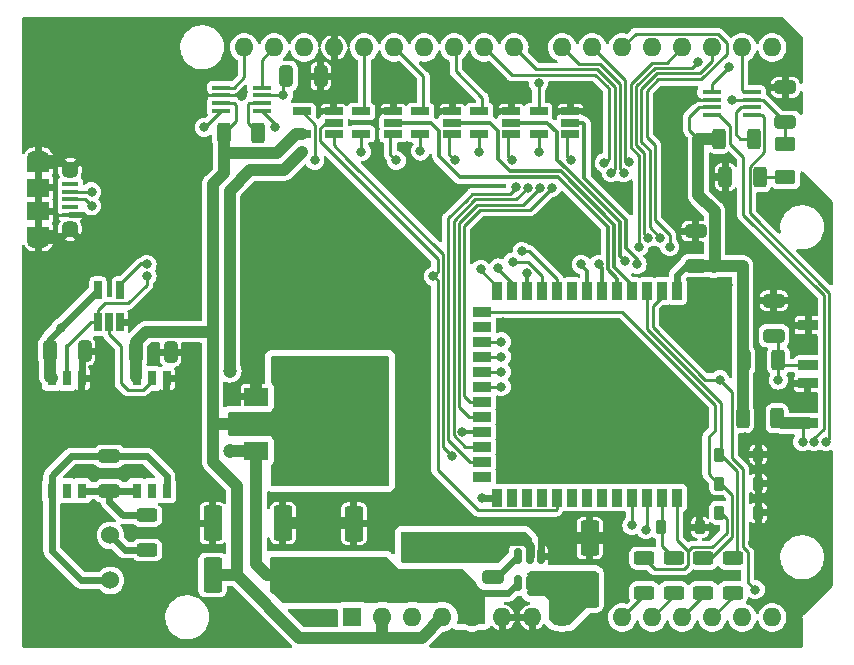
<source format=gbr>
%TF.GenerationSoftware,KiCad,Pcbnew,7.0.6*%
%TF.CreationDate,2023-08-20T14:57:10-04:00*%
%TF.ProjectId,Dynamo,44796e61-6d6f-42e6-9b69-6361645f7063,rev?*%
%TF.SameCoordinates,Original*%
%TF.FileFunction,Copper,L1,Top*%
%TF.FilePolarity,Positive*%
%FSLAX46Y46*%
G04 Gerber Fmt 4.6, Leading zero omitted, Abs format (unit mm)*
G04 Created by KiCad (PCBNEW 7.0.6) date 2023-08-20 14:57:10*
%MOMM*%
%LPD*%
G01*
G04 APERTURE LIST*
G04 Aperture macros list*
%AMRoundRect*
0 Rectangle with rounded corners*
0 $1 Rounding radius*
0 $2 $3 $4 $5 $6 $7 $8 $9 X,Y pos of 4 corners*
0 Add a 4 corners polygon primitive as box body*
4,1,4,$2,$3,$4,$5,$6,$7,$8,$9,$2,$3,0*
0 Add four circle primitives for the rounded corners*
1,1,$1+$1,$2,$3*
1,1,$1+$1,$4,$5*
1,1,$1+$1,$6,$7*
1,1,$1+$1,$8,$9*
0 Add four rect primitives between the rounded corners*
20,1,$1+$1,$2,$3,$4,$5,0*
20,1,$1+$1,$4,$5,$6,$7,0*
20,1,$1+$1,$6,$7,$8,$9,0*
20,1,$1+$1,$8,$9,$2,$3,0*%
G04 Aperture macros list end*
%TA.AperFunction,SMDPad,CuDef*%
%ADD10R,3.300000X1.200000*%
%TD*%
%TA.AperFunction,ComponentPad*%
%ADD11R,1.600000X1.600000*%
%TD*%
%TA.AperFunction,ComponentPad*%
%ADD12O,1.600000X1.600000*%
%TD*%
%TA.AperFunction,ComponentPad*%
%ADD13C,1.524000*%
%TD*%
%TA.AperFunction,SMDPad,CuDef*%
%ADD14R,1.560000X0.650000*%
%TD*%
%TA.AperFunction,SMDPad,CuDef*%
%ADD15R,1.600000X0.300000*%
%TD*%
%TA.AperFunction,SMDPad,CuDef*%
%ADD16R,1.700000X0.900000*%
%TD*%
%TA.AperFunction,SMDPad,CuDef*%
%ADD17RoundRect,0.250000X0.312500X0.625000X-0.312500X0.625000X-0.312500X-0.625000X0.312500X-0.625000X0*%
%TD*%
%TA.AperFunction,SMDPad,CuDef*%
%ADD18RoundRect,0.250000X0.550000X-1.250000X0.550000X1.250000X-0.550000X1.250000X-0.550000X-1.250000X0*%
%TD*%
%TA.AperFunction,SMDPad,CuDef*%
%ADD19RoundRect,0.250000X0.650000X-0.325000X0.650000X0.325000X-0.650000X0.325000X-0.650000X-0.325000X0*%
%TD*%
%TA.AperFunction,SMDPad,CuDef*%
%ADD20RoundRect,0.250000X0.625000X-0.312500X0.625000X0.312500X-0.625000X0.312500X-0.625000X-0.312500X0*%
%TD*%
%TA.AperFunction,SMDPad,CuDef*%
%ADD21RoundRect,0.250000X0.625000X-0.375000X0.625000X0.375000X-0.625000X0.375000X-0.625000X-0.375000X0*%
%TD*%
%TA.AperFunction,SMDPad,CuDef*%
%ADD22RoundRect,0.250000X-0.650000X0.325000X-0.650000X-0.325000X0.650000X-0.325000X0.650000X0.325000X0*%
%TD*%
%TA.AperFunction,SMDPad,CuDef*%
%ADD23R,0.800000X1.300000*%
%TD*%
%TA.AperFunction,SMDPad,CuDef*%
%ADD24RoundRect,0.250000X-0.312500X-0.625000X0.312500X-0.625000X0.312500X0.625000X-0.312500X0.625000X0*%
%TD*%
%TA.AperFunction,SMDPad,CuDef*%
%ADD25RoundRect,0.225000X-0.225000X-0.375000X0.225000X-0.375000X0.225000X0.375000X-0.225000X0.375000X0*%
%TD*%
%TA.AperFunction,SMDPad,CuDef*%
%ADD26R,0.900000X1.500000*%
%TD*%
%TA.AperFunction,SMDPad,CuDef*%
%ADD27R,1.500000X0.900000*%
%TD*%
%TA.AperFunction,HeatsinkPad*%
%ADD28C,0.600000*%
%TD*%
%TA.AperFunction,SMDPad,CuDef*%
%ADD29R,3.900000X3.900000*%
%TD*%
%TA.AperFunction,SMDPad,CuDef*%
%ADD30RoundRect,0.250000X-0.325000X-0.650000X0.325000X-0.650000X0.325000X0.650000X-0.325000X0.650000X0*%
%TD*%
%TA.AperFunction,SMDPad,CuDef*%
%ADD31R,1.350000X0.400000*%
%TD*%
%TA.AperFunction,ComponentPad*%
%ADD32O,1.900000X1.200000*%
%TD*%
%TA.AperFunction,SMDPad,CuDef*%
%ADD33R,1.900000X1.200000*%
%TD*%
%TA.AperFunction,ComponentPad*%
%ADD34C,1.450000*%
%TD*%
%TA.AperFunction,SMDPad,CuDef*%
%ADD35R,1.900000X1.500000*%
%TD*%
%TA.AperFunction,SMDPad,CuDef*%
%ADD36R,0.650000X1.560000*%
%TD*%
%TA.AperFunction,SMDPad,CuDef*%
%ADD37RoundRect,0.150000X0.150000X-0.512500X0.150000X0.512500X-0.150000X0.512500X-0.150000X-0.512500X0*%
%TD*%
%TA.AperFunction,SMDPad,CuDef*%
%ADD38R,2.000000X1.500000*%
%TD*%
%TA.AperFunction,SMDPad,CuDef*%
%ADD39R,2.000000X3.800000*%
%TD*%
%TA.AperFunction,ViaPad*%
%ADD40C,0.800000*%
%TD*%
%TA.AperFunction,ViaPad*%
%ADD41C,1.200000*%
%TD*%
%TA.AperFunction,ViaPad*%
%ADD42C,1.600000*%
%TD*%
%TA.AperFunction,ViaPad*%
%ADD43C,0.500000*%
%TD*%
%TA.AperFunction,Conductor*%
%ADD44C,0.600000*%
%TD*%
%TA.AperFunction,Conductor*%
%ADD45C,1.000000*%
%TD*%
%TA.AperFunction,Conductor*%
%ADD46C,0.800000*%
%TD*%
%TA.AperFunction,Conductor*%
%ADD47C,0.250000*%
%TD*%
%TA.AperFunction,Conductor*%
%ADD48C,0.500000*%
%TD*%
%TA.AperFunction,Conductor*%
%ADD49C,0.300000*%
%TD*%
G04 APERTURE END LIST*
D10*
%TO.P,L1,1,1*%
%TO.N,Net-(U1-SW)*%
X156250000Y-93425000D03*
%TO.P,L1,2,2*%
%TO.N,+5V*%
X156250000Y-96525000D03*
%TD*%
D11*
%TO.P,UNO_SHIELD1,1,NC*%
%TO.N,unconnected-(UNO_SHIELD1-NC-Pad1)*%
X149875000Y-99880000D03*
D12*
%TO.P,UNO_SHIELD1,2,IOREF*%
%TO.N,+3.3V*%
X152415000Y-99880000D03*
%TO.P,UNO_SHIELD1,3,~{RESET}*%
%TO.N,/RESET*%
X154955000Y-99880000D03*
%TO.P,UNO_SHIELD1,4,3V3*%
%TO.N,+3.3V*%
X157495000Y-99880000D03*
%TO.P,UNO_SHIELD1,5,+5V*%
%TO.N,+5V*%
X160035000Y-99880000D03*
%TO.P,UNO_SHIELD1,6,GND*%
%TO.N,GND*%
X162575000Y-99880000D03*
%TO.P,UNO_SHIELD1,7,GND*%
X165115000Y-99880000D03*
%TO.P,UNO_SHIELD1,8,VIN*%
%TO.N,VIN*%
X167655000Y-99880000D03*
%TO.P,UNO_SHIELD1,9,A0*%
%TO.N,/A0*%
X172735000Y-99880000D03*
%TO.P,UNO_SHIELD1,10,A1*%
%TO.N,/A1*%
X175275000Y-99880000D03*
%TO.P,UNO_SHIELD1,11,A2*%
%TO.N,/A2*%
X177815000Y-99880000D03*
%TO.P,UNO_SHIELD1,12,A3*%
%TO.N,/A3*%
X180355000Y-99880000D03*
%TO.P,UNO_SHIELD1,13,SDA/A4*%
%TO.N,/A4*%
X182895000Y-99880000D03*
%TO.P,UNO_SHIELD1,14,SCL/A5*%
%TO.N,/A5*%
X185435000Y-99880000D03*
%TO.P,UNO_SHIELD1,15,D0/RX*%
%TO.N,/RXD*%
X185435000Y-51620000D03*
%TO.P,UNO_SHIELD1,16,D1/TX*%
%TO.N,/TXD*%
X182895000Y-51620000D03*
%TO.P,UNO_SHIELD1,17,D2*%
%TO.N,/ENA_3*%
X180355000Y-51620000D03*
%TO.P,UNO_SHIELD1,18,D3*%
%TO.N,/ENA_1*%
X177815000Y-51620000D03*
%TO.P,UNO_SHIELD1,19,D4*%
%TO.N,/DIR4*%
X175275000Y-51620000D03*
%TO.P,UNO_SHIELD1,20,D5*%
%TO.N,/ENA_4*%
X172735000Y-51620000D03*
%TO.P,UNO_SHIELD1,21,D6*%
%TO.N,/BRK4*%
X170195000Y-51620000D03*
%TO.P,UNO_SHIELD1,22,D7*%
%TO.N,/BRK3*%
X167655000Y-51620000D03*
%TO.P,UNO_SHIELD1,23,D8*%
%TO.N,/BRK2*%
X163595000Y-51620000D03*
%TO.P,UNO_SHIELD1,24,D9*%
%TO.N,/BRK1*%
X161055000Y-51620000D03*
%TO.P,UNO_SHIELD1,25,D10*%
%TO.N,/DIR3*%
X158515000Y-51620000D03*
%TO.P,UNO_SHIELD1,26,D11*%
%TO.N,/ENA_2*%
X155975000Y-51620000D03*
%TO.P,UNO_SHIELD1,27,D12*%
%TO.N,/DIR1*%
X153435000Y-51620000D03*
%TO.P,UNO_SHIELD1,28,D13*%
%TO.N,/DIR2*%
X150895000Y-51620000D03*
%TO.P,UNO_SHIELD1,29,GND*%
%TO.N,GND*%
X148355000Y-51620000D03*
%TO.P,UNO_SHIELD1,30,AREF*%
%TO.N,/AREF*%
X145815000Y-51620000D03*
%TO.P,UNO_SHIELD1,31,SDA/A4*%
%TO.N,Net-(U14-B1)*%
X143275000Y-51620000D03*
%TO.P,UNO_SHIELD1,32,SCL/A5*%
%TO.N,Net-(U14-B2)*%
X140735000Y-51620000D03*
%TD*%
D13*
%TO.P,Railsync1,1,Pin_1*%
%TO.N,/RAILSYNC_A*%
X129400000Y-92950000D03*
%TO.P,Railsync1,2,Pin_2*%
%TO.N,/RAILSYNC_B*%
X129400000Y-96750000D03*
%TD*%
D14*
%TO.P,U6,1*%
%TO.N,/DIR*%
X158350000Y-58950000D03*
%TO.P,U6,2*%
%TO.N,/REV1*%
X158350000Y-58000000D03*
%TO.P,U6,3,GND*%
%TO.N,GND*%
X158350000Y-57050000D03*
%TO.P,U6,4*%
%TO.N,/DIR1*%
X155650000Y-57050000D03*
%TO.P,U6,5,VCC*%
%TO.N,+5V*%
X155650000Y-58950000D03*
%TD*%
%TO.P,U7,1*%
%TO.N,/DIR*%
X153350000Y-58950000D03*
%TO.P,U7,2*%
%TO.N,/REV2*%
X153350000Y-58000000D03*
%TO.P,U7,3,GND*%
%TO.N,GND*%
X153350000Y-57050000D03*
%TO.P,U7,4*%
%TO.N,/DIR2*%
X150650000Y-57050000D03*
%TO.P,U7,5,VCC*%
%TO.N,+5V*%
X150650000Y-58950000D03*
%TD*%
%TO.P,U8,1*%
%TO.N,/DIR*%
X163350000Y-58950000D03*
%TO.P,U8,2*%
%TO.N,/REV3*%
X163350000Y-58000000D03*
%TO.P,U8,3,GND*%
%TO.N,GND*%
X163350000Y-57050000D03*
%TO.P,U8,4*%
%TO.N,/DIR3*%
X160650000Y-57050000D03*
%TO.P,U8,5,VCC*%
%TO.N,+5V*%
X160650000Y-58950000D03*
%TD*%
%TO.P,U9,1*%
%TO.N,/DIR*%
X168350000Y-58950000D03*
%TO.P,U9,2*%
%TO.N,/REV4*%
X168350000Y-58000000D03*
%TO.P,U9,3,GND*%
%TO.N,GND*%
X168350000Y-57050000D03*
%TO.P,U9,4*%
%TO.N,/DIR4*%
X165650000Y-57050000D03*
%TO.P,U9,5,VCC*%
%TO.N,+5V*%
X165650000Y-58950000D03*
%TD*%
D15*
%TO.P,U14,1,B2*%
%TO.N,Net-(U14-B2)*%
X138800000Y-55025000D03*
%TO.P,U14,2,GND*%
%TO.N,GND*%
X138800000Y-55675000D03*
%TO.P,U14,3,VCCA*%
%TO.N,+3.3V*%
X138800000Y-56325000D03*
%TO.P,U14,4,A2*%
%TO.N,/SCL*%
X138800000Y-56975000D03*
%TO.P,U14,5,A1*%
%TO.N,/SDA*%
X142200000Y-56975000D03*
%TO.P,U14,6,OE*%
%TO.N,Net-(U14-OE)*%
X142200000Y-56325000D03*
%TO.P,U14,7,VCCB*%
%TO.N,+5V*%
X142200000Y-55675000D03*
%TO.P,U14,8,B1*%
%TO.N,Net-(U14-B1)*%
X142200000Y-55025000D03*
%TD*%
D16*
%TO.P,RESET1,1,1*%
%TO.N,GND*%
X188500000Y-75150000D03*
%TO.P,RESET1,2,2*%
%TO.N,/RESET*%
X188500000Y-78550000D03*
%TD*%
D17*
%TO.P,R5,1*%
%TO.N,/BOOT*%
X185850000Y-83025000D03*
%TO.P,R5,2*%
%TO.N,+3.3V*%
X182925000Y-83025000D03*
%TD*%
D18*
%TO.P,C2,2*%
%TO.N,GND*%
X169975000Y-93175000D03*
%TO.P,C2,1*%
%TO.N,VIN*%
X169975000Y-97575000D03*
%TD*%
D19*
%TO.P,CU13,1*%
%TO.N,+5V*%
X186550000Y-57950000D03*
%TO.P,CU13,2*%
%TO.N,GND*%
X186550000Y-55000000D03*
%TD*%
D20*
%TO.P,R8,1*%
%TO.N,/A2*%
X179600000Y-97800000D03*
%TO.P,R8,2*%
%TO.N,/A2p*%
X179600000Y-94875000D03*
%TD*%
D21*
%TO.P,D1,1,K*%
%TO.N,Net-(D1-K)*%
X186550000Y-62600000D03*
%TO.P,D1,2,A*%
%TO.N,+5V*%
X186550000Y-59800000D03*
%TD*%
D22*
%TO.P,C1,1*%
%TO.N,/RAILSYNC_B*%
X129300000Y-86225000D03*
%TO.P,C1,2*%
%TO.N,Net-(U2-K)*%
X129300000Y-89175000D03*
%TD*%
D18*
%TO.P,C4,1*%
%TO.N,+5V*%
X150000000Y-96350000D03*
%TO.P,C4,2*%
%TO.N,GND*%
X150000000Y-91950000D03*
%TD*%
D23*
%TO.P,U2,1,A*%
%TO.N,/RAILSYNC_B*%
X124430000Y-89150000D03*
%TO.P,U2,2,NC*%
%TO.N,unconnected-(U2-NC-Pad2)*%
X125700000Y-89150000D03*
%TO.P,U2,3,K*%
%TO.N,Net-(U2-K)*%
X126970000Y-89150000D03*
%TO.P,U2,4,GND*%
%TO.N,GND*%
X126970000Y-79650000D03*
%TO.P,U2,5,VO*%
%TO.N,/DIR_MONITOR*%
X125700000Y-79650000D03*
%TO.P,U2,6*%
%TO.N,+3.3V*%
X124430000Y-79650000D03*
%TD*%
D15*
%TO.P,U13,1,B2*%
%TO.N,/RXD*%
X180300000Y-55400000D03*
%TO.P,U13,2,GND*%
%TO.N,GND*%
X180300000Y-56050000D03*
%TO.P,U13,3,VCCA*%
%TO.N,+3.3V*%
X180300000Y-56700000D03*
%TO.P,U13,4,A2*%
%TO.N,Net-(U10-U0RXD{slash}GPIO44{slash}CLK_OUT2)*%
X180300000Y-57350000D03*
%TO.P,U13,5,A1*%
%TO.N,Net-(U10-U0TXD{slash}GPIO43{slash}CLK_OUT1)*%
X183700000Y-57350000D03*
%TO.P,U13,6,OE*%
%TO.N,Net-(U13-OE)*%
X183700000Y-56700000D03*
%TO.P,U13,7,VCCB*%
%TO.N,+5V*%
X183700000Y-56050000D03*
%TO.P,U13,8,B1*%
%TO.N,/TXD*%
X183700000Y-55400000D03*
%TD*%
D24*
%TO.P,R2,1*%
%TO.N,GND*%
X181475000Y-62600000D03*
%TO.P,R2,2*%
%TO.N,Net-(D1-K)*%
X184400000Y-62600000D03*
%TD*%
D20*
%TO.P,R7,1*%
%TO.N,/A1*%
X177100000Y-97800000D03*
%TO.P,R7,2*%
%TO.N,/A1p*%
X177100000Y-94875000D03*
%TD*%
D25*
%TO.P,D5,1,K*%
%TO.N,/A3p*%
X180950000Y-86100000D03*
%TO.P,D5,2,A*%
%TO.N,GND*%
X184250000Y-86100000D03*
%TD*%
D20*
%TO.P,R9,1*%
%TO.N,/A3*%
X182100000Y-97800000D03*
%TO.P,R9,2*%
%TO.N,/A3p*%
X182100000Y-94875000D03*
%TD*%
D26*
%TO.P,U10,1,GND*%
%TO.N,GND*%
X178635000Y-72250000D03*
%TO.P,U10,2,3V3*%
%TO.N,+3.3V*%
X177365000Y-72250000D03*
%TO.P,U10,3,EN*%
%TO.N,/RESET*%
X176095000Y-72250000D03*
%TO.P,U10,4,GPIO4/TOUCH4/ADC1_CH3*%
%TO.N,/A3p*%
X174825000Y-72250000D03*
%TO.P,U10,5,GPIO5/TOUCH5/ADC1_CH4*%
%TO.N,/REV1*%
X173555000Y-72250000D03*
%TO.P,U10,6,GPIO6/TOUCH6/ADC1_CH5*%
%TO.N,/REV2*%
X172285000Y-72250000D03*
%TO.P,U10,7,GPIO7/TOUCH7/ADC1_CH6*%
%TO.N,/REV3*%
X171015000Y-72250000D03*
%TO.P,U10,8,GPIO15/U0RTS/ADC2_CH4/XTAL_32K_P*%
%TO.N,/MASTER_EN*%
X169745000Y-72250000D03*
%TO.P,U10,9,GPIO16/U0CTS/ADC2_CH5/XTAL_32K_N*%
%TO.N,unconnected-(U10-GPIO16{slash}U0CTS{slash}ADC2_CH5{slash}XTAL_32K_N-Pad9)*%
X168475000Y-72250000D03*
%TO.P,U10,10,GPIO17/U1TXD/ADC2_CH6*%
%TO.N,/SDA*%
X167205000Y-72250000D03*
%TO.P,U10,11,GPIO18/U1RXD/ADC2_CH7/CLK_OUT3*%
%TO.N,/SCL*%
X165935000Y-72250000D03*
%TO.P,U10,12,GPIO8/TOUCH8/ADC1_CH7/SUBSPICS1*%
%TO.N,/REV4*%
X164665000Y-72250000D03*
%TO.P,U10,13,GPIO19/U1RTS/ADC2_CH8/CLK_OUT2/USB_D-*%
%TO.N,/USB_D-*%
X163395000Y-72250000D03*
%TO.P,U10,14,GPIO20/U1CTS/ADC2_CH9/CLK_OUT1/USB_D+*%
%TO.N,/USB_D+*%
X162125000Y-72250000D03*
D27*
%TO.P,U10,15,GPIO3/TOUCH3/ADC1_CH2*%
%TO.N,/A2p*%
X160875000Y-74015000D03*
%TO.P,U10,16,GPIO46*%
%TO.N,unconnected-(U10-GPIO46-Pad16)*%
X160875000Y-75285000D03*
%TO.P,U10,17,GPIO9/TOUCH9/ADC1_CH8/FSPIHD/SUBSPIHD*%
%TO.N,/ENA_1*%
X160875000Y-76555000D03*
%TO.P,U10,18,GPIO10/TOUCH10/ADC1_CH9/FSPICS0/FSPIIO4/SUBSPICS0*%
%TO.N,/ENA_2*%
X160875000Y-77825000D03*
%TO.P,U10,19,GPIO11/TOUCH11/ADC2_CH0/FSPID/FSPIIO5/SUBSPID*%
%TO.N,/ENA_3*%
X160875000Y-79095000D03*
%TO.P,U10,20,GPIO12/TOUCH12/ADC2_CH1/FSPICLK/FSPIIO6/SUBSPICLK*%
%TO.N,/ENA_4*%
X160875000Y-80365000D03*
%TO.P,U10,21,GPIO13/TOUCH13/ADC2_CH2/FSPIQ/FSPIIO7/SUBSPIQ*%
%TO.N,/BRK1*%
X160875000Y-81635000D03*
%TO.P,U10,22,GPIO14/TOUCH14/ADC2_CH3/FSPIWP/FSPIDQS/SUBSPIWP*%
%TO.N,/BRK2*%
X160875000Y-82905000D03*
%TO.P,U10,23,GPIO21*%
%TO.N,/DIR_OVERRIDE*%
X160875000Y-84175000D03*
%TO.P,U10,24,GPIO47/SPICLK_P/SUBSPICLK_P_DIFF*%
%TO.N,/BRK3*%
X160875000Y-85445000D03*
%TO.P,U10,25,GPIO48/SPICLK_N/SUBSPICLK_N_DIFF*%
%TO.N,/BRK4*%
X160875000Y-86715000D03*
%TO.P,U10,26,GPIO45*%
%TO.N,unconnected-(U10-GPIO45-Pad26)*%
X160875000Y-87985000D03*
D26*
%TO.P,U10,27,GPIO0/BOOT*%
%TO.N,/BOOT*%
X162125000Y-89750000D03*
%TO.P,U10,28,SPIIO6/GPIO35/FSPID/SUBSPID*%
%TO.N,unconnected-(U10-SPIIO6{slash}GPIO35{slash}FSPID{slash}SUBSPID-Pad28)*%
X163395000Y-89750000D03*
%TO.P,U10,29,SPIIO7/GPIO36/FSPICLK/SUBSPICLK*%
%TO.N,unconnected-(U10-SPIIO7{slash}GPIO36{slash}FSPICLK{slash}SUBSPICLK-Pad29)*%
X164665000Y-89750000D03*
%TO.P,U10,30,SPIDQS/GPIO37/FSPIQ/SUBSPIQ*%
%TO.N,unconnected-(U10-SPIDQS{slash}GPIO37{slash}FSPIQ{slash}SUBSPIQ-Pad30)*%
X165935000Y-89750000D03*
%TO.P,U10,31,GPIO38/FSPIWP/SUBSPIWP*%
%TO.N,/DIR_MONITOR*%
X167205000Y-89750000D03*
%TO.P,U10,32,MTCK/GPIO39/CLK_OUT3/SUBSPICS1*%
%TO.N,unconnected-(U10-MTCK{slash}GPIO39{slash}CLK_OUT3{slash}SUBSPICS1-Pad32)*%
X168475000Y-89750000D03*
%TO.P,U10,33,MTDO/GPIO40/CLK_OUT2*%
%TO.N,unconnected-(U10-MTDO{slash}GPIO40{slash}CLK_OUT2-Pad33)*%
X169745000Y-89750000D03*
%TO.P,U10,34,MTDI/GPIO41/CLK_OUT1*%
%TO.N,unconnected-(U10-MTDI{slash}GPIO41{slash}CLK_OUT1-Pad34)*%
X171015000Y-89750000D03*
%TO.P,U10,35,MTMS/GPIO42*%
%TO.N,unconnected-(U10-MTMS{slash}GPIO42-Pad35)*%
X172285000Y-89750000D03*
%TO.P,U10,36,U0RXD/GPIO44/CLK_OUT2*%
%TO.N,Net-(U10-U0RXD{slash}GPIO44{slash}CLK_OUT2)*%
X173555000Y-89750000D03*
%TO.P,U10,37,U0TXD/GPIO43/CLK_OUT1*%
%TO.N,Net-(U10-U0TXD{slash}GPIO43{slash}CLK_OUT1)*%
X174825000Y-89750000D03*
%TO.P,U10,38,GPIO2/TOUCH2/ADC1_CH1*%
%TO.N,/A1p*%
X176095000Y-89750000D03*
%TO.P,U10,39,GPIO1/TOUCH1/ADC1_CH0*%
%TO.N,/A0p*%
X177365000Y-89750000D03*
%TO.P,U10,40,GND*%
%TO.N,GND*%
X178635000Y-89750000D03*
D28*
%TO.P,U10,41,GND*%
X171615000Y-78100000D03*
X170215000Y-78100000D03*
X172315000Y-78800000D03*
X170915000Y-78800000D03*
X169515000Y-78800000D03*
X171615000Y-79500000D03*
D29*
X170915000Y-79500000D03*
D28*
X170215000Y-79500000D03*
X172315000Y-80200000D03*
X170915000Y-80200000D03*
X169515000Y-80200000D03*
X171615000Y-80900000D03*
X170215000Y-80900000D03*
%TD*%
D20*
%TO.P,R1,2*%
%TO.N,Net-(U2-K)*%
X132500000Y-91250000D03*
%TO.P,R1,1*%
%TO.N,/RAILSYNC_A*%
X132500000Y-94175000D03*
%TD*%
D30*
%TO.P,CU2,1*%
%TO.N,+3.3V*%
X124275000Y-77350000D03*
%TO.P,CU2,2*%
%TO.N,GND*%
X127225000Y-77350000D03*
%TD*%
D31*
%TO.P,JUSB1,1,VBUS*%
%TO.N,unconnected-(JUSB1-VBUS-Pad1)*%
X126000000Y-63200000D03*
%TO.P,JUSB1,2,D-*%
%TO.N,/USB_D-*%
X126000000Y-63850000D03*
%TO.P,JUSB1,3,D+*%
%TO.N,/USB_D+*%
X126000000Y-64500000D03*
%TO.P,JUSB1,4,ID*%
%TO.N,unconnected-(JUSB1-ID-Pad4)*%
X126000000Y-65150000D03*
%TO.P,JUSB1,5,GND*%
%TO.N,GND*%
X126000000Y-65800000D03*
D32*
%TO.P,JUSB1,6,Shield*%
X123300000Y-61000000D03*
D33*
X123300000Y-61600000D03*
D34*
X126000000Y-62000000D03*
D35*
X123300000Y-63500000D03*
X123300000Y-65500000D03*
D34*
X126000000Y-67000000D03*
D33*
X123300000Y-67400000D03*
D32*
X123300000Y-68000000D03*
%TD*%
D25*
%TO.P,D4,1,K*%
%TO.N,/A2p*%
X180950000Y-88550000D03*
%TO.P,D4,2,A*%
%TO.N,GND*%
X184250000Y-88550000D03*
%TD*%
D20*
%TO.P,R6,1*%
%TO.N,/A0*%
X174600000Y-97800000D03*
%TO.P,R6,2*%
%TO.N,/A0p*%
X174600000Y-94875000D03*
%TD*%
D19*
%TO.P,CU10,1*%
%TO.N,+3.3V*%
X178950000Y-70125000D03*
%TO.P,CU10,2*%
%TO.N,GND*%
X178950000Y-67175000D03*
%TD*%
%TO.P,C3,1*%
%TO.N,Net-(U1-BST)*%
X161775000Y-96500000D03*
%TO.P,C3,2*%
%TO.N,Net-(U1-SW)*%
X161775000Y-93550000D03*
%TD*%
D23*
%TO.P,U3,1,A*%
%TO.N,Net-(U2-K)*%
X131630000Y-89150000D03*
%TO.P,U3,2,NC*%
%TO.N,unconnected-(U3-NC-Pad2)*%
X132900000Y-89150000D03*
%TO.P,U3,3,K*%
%TO.N,/RAILSYNC_B*%
X134170000Y-89150000D03*
%TO.P,U3,4,GND*%
%TO.N,GND*%
X134170000Y-79650000D03*
%TO.P,U3,5,VO*%
%TO.N,Net-(U3-VO)*%
X132900000Y-79650000D03*
%TO.P,U3,6*%
%TO.N,+3.3V*%
X131630000Y-79650000D03*
%TD*%
D25*
%TO.P,D3,1,K*%
%TO.N,/A1p*%
X176000000Y-92250000D03*
%TO.P,D3,2,A*%
%TO.N,GND*%
X179300000Y-92250000D03*
%TD*%
D17*
%TO.P,R3,1*%
%TO.N,Net-(U13-OE)*%
X183850000Y-59350000D03*
%TO.P,R3,2*%
%TO.N,+3.3V*%
X180925000Y-59350000D03*
%TD*%
D14*
%TO.P,U4,1*%
%TO.N,/DIR_OVERRIDE*%
X148300000Y-58950000D03*
%TO.P,U4,2*%
%TO.N,/DIR_MONITOR*%
X148300000Y-58000000D03*
%TO.P,U4,3*%
%TO.N,GND*%
X148300000Y-57050000D03*
%TO.P,U4,4*%
%TO.N,/DIR*%
X145600000Y-57050000D03*
%TO.P,U4,5*%
%TO.N,+3.3V*%
X145600000Y-58950000D03*
%TD*%
D18*
%TO.P,C6,2*%
%TO.N,GND*%
X138050000Y-91900000D03*
%TO.P,C6,1*%
%TO.N,+3.3V*%
X138050000Y-96300000D03*
%TD*%
D36*
%TO.P,U5,1*%
%TO.N,/DIR_MONITOR*%
X128350000Y-74900000D03*
%TO.P,U5,2*%
%TO.N,Net-(U3-VO)*%
X129300000Y-74900000D03*
%TO.P,U5,3*%
%TO.N,GND*%
X130250000Y-74900000D03*
%TO.P,U5,4*%
%TO.N,/MASTER_EN*%
X130250000Y-72200000D03*
%TO.P,U5,5*%
%TO.N,+3.3V*%
X128350000Y-72200000D03*
%TD*%
D30*
%TO.P,CU3,1*%
%TO.N,+3.3V*%
X131550000Y-77450000D03*
%TO.P,CU3,2*%
%TO.N,GND*%
X134500000Y-77450000D03*
%TD*%
D19*
%TO.P,C7,1*%
%TO.N,/RESET*%
X185575000Y-76025000D03*
%TO.P,C7,2*%
%TO.N,GND*%
X185575000Y-73075000D03*
%TD*%
D18*
%TO.P,C5,1*%
%TO.N,+5V*%
X144000000Y-96300000D03*
%TO.P,C5,2*%
%TO.N,GND*%
X144000000Y-91900000D03*
%TD*%
D17*
%TO.P,R10,1*%
%TO.N,Net-(U14-OE)*%
X141912500Y-58900000D03*
%TO.P,R10,2*%
%TO.N,+3.3V*%
X138987500Y-58900000D03*
%TD*%
D30*
%TO.P,CU14,1*%
%TO.N,+5V*%
X144270000Y-54060000D03*
%TO.P,CU14,2*%
%TO.N,GND*%
X147220000Y-54060000D03*
%TD*%
D37*
%TO.P,U1,6,BST*%
%TO.N,Net-(U1-BST)*%
X163950000Y-94712500D03*
%TO.P,U1,5,SW*%
%TO.N,Net-(U1-SW)*%
X164900000Y-94712500D03*
%TO.P,U1,4,GND*%
%TO.N,GND*%
X165850000Y-94712500D03*
%TO.P,U1,3,IN*%
%TO.N,VIN*%
X165850000Y-96987500D03*
%TO.P,U1,2,EN*%
X164900000Y-96987500D03*
%TO.P,U1,1,FB*%
%TO.N,+5V*%
X163950000Y-96987500D03*
%TD*%
D24*
%TO.P,R4,1*%
%TO.N,+3.3V*%
X183037500Y-78100000D03*
%TO.P,R4,2*%
%TO.N,/RESET*%
X185962500Y-78100000D03*
%TD*%
D25*
%TO.P,D2,1,K*%
%TO.N,/A0p*%
X180950000Y-91025000D03*
%TO.P,D2,2,A*%
%TO.N,GND*%
X184250000Y-91025000D03*
%TD*%
D16*
%TO.P,BOOT1,1,1*%
%TO.N,GND*%
X188450000Y-80050000D03*
%TO.P,BOOT1,2,2*%
%TO.N,/BOOT*%
X188450000Y-83450000D03*
%TD*%
D38*
%TO.P,U11,1,GND*%
%TO.N,GND*%
X141750000Y-81200000D03*
%TO.P,U11,2,VO*%
%TO.N,+3.3V*%
X141750000Y-83500000D03*
D39*
X148050000Y-83500000D03*
D38*
%TO.P,U11,3,VI*%
%TO.N,+5V*%
X141750000Y-85800000D03*
%TD*%
D40*
%TO.N,GND*%
X159000000Y-91125000D03*
%TO.N,/BOOT*%
X160850000Y-89750000D03*
%TO.N,GND*%
X177750000Y-61500000D03*
X176000000Y-58750000D03*
X178750000Y-65750000D03*
X176750000Y-65750000D03*
X170500000Y-68500000D03*
X161000000Y-67000000D03*
X156750000Y-66750000D03*
X152750000Y-62500000D03*
X153000000Y-67000000D03*
X141000000Y-68000000D03*
X141750000Y-63500000D03*
X144500000Y-63500000D03*
%TO.N,+3.3V*%
X143400000Y-78150000D03*
X152600000Y-78150000D03*
X152600000Y-88350000D03*
X143400000Y-88350000D03*
%TO.N,GND*%
X147750000Y-100000000D03*
X155250000Y-83500000D03*
X154000000Y-83500000D03*
X155250000Y-80500000D03*
X154000000Y-80500000D03*
D41*
X134500000Y-96250000D03*
D40*
X126000000Y-91000000D03*
%TO.N,/BOOT*%
X188000000Y-85000000D03*
%TO.N,GND*%
X163350000Y-55550000D03*
X158350000Y-55500000D03*
X153350000Y-55500000D03*
D41*
X134100000Y-72950000D03*
D42*
X124550000Y-51200000D03*
D41*
X170500000Y-56250000D03*
X143375000Y-73000000D03*
D40*
X178750000Y-56050000D03*
D43*
X183875000Y-93600000D03*
D40*
X129300000Y-87700000D03*
X154750000Y-50000000D03*
X178800000Y-74750000D03*
D41*
X185000000Y-70000000D03*
D40*
X183125000Y-84575000D03*
X188850000Y-97750000D03*
D41*
X138050000Y-89500000D03*
D40*
X168250000Y-93175000D03*
X123025000Y-101500000D03*
X186500000Y-53625000D03*
X171625000Y-93175000D03*
X188450000Y-81750000D03*
X190000000Y-88500000D03*
X162600000Y-74900000D03*
X178000000Y-87550000D03*
D41*
X155875000Y-72250000D03*
D40*
X162850000Y-87750000D03*
X188500000Y-76850000D03*
D41*
X147000000Y-91900000D03*
X141750000Y-79000000D03*
D40*
X185350000Y-88550000D03*
D41*
X184725000Y-65200000D03*
D40*
X140500000Y-55750000D03*
D41*
X181500000Y-71750000D03*
D40*
X148300000Y-55500000D03*
X126850000Y-71900000D03*
X189750000Y-70250000D03*
%TO.N,/RESET*%
X181000000Y-79750000D03*
X184000000Y-97525000D03*
X185950000Y-79800000D03*
%TO.N,/DIR_MONITOR*%
X132500000Y-71000000D03*
X156750000Y-71000000D03*
%TO.N,/DIR_OVERRIDE*%
X158300000Y-86200000D03*
X159200000Y-84175000D03*
%TO.N,/DIR*%
X158600000Y-61200000D03*
X163400000Y-61200000D03*
X168400000Y-61200000D03*
X153600000Y-61200000D03*
X146700000Y-61200000D03*
%TO.N,/MASTER_EN*%
X169250000Y-70000000D03*
X132500000Y-70000000D03*
%TO.N,/REV3*%
X170750000Y-70000000D03*
X173000000Y-69725000D03*
%TO.N,/REV4*%
X164650000Y-70750000D03*
X174000000Y-70000000D03*
%TO.N,/DIR4*%
X165650000Y-54670000D03*
%TO.N,/SDA*%
X143300000Y-58400000D03*
X164250000Y-68900000D03*
%TO.N,/SCL*%
X163450000Y-69800000D03*
X137350000Y-58400000D03*
%TO.N,/USB_D-*%
X162250000Y-70300000D03*
X127800000Y-63850000D03*
%TO.N,/USB_D+*%
X127800000Y-65050000D03*
X160750000Y-70400000D03*
%TO.N,/ENA_1*%
X162500000Y-76550000D03*
X174150000Y-68500000D03*
%TO.N,/ENA_2*%
X174900000Y-67750000D03*
X162500000Y-77800000D03*
X179110000Y-52890000D03*
%TO.N,/ENA_3*%
X162500000Y-79100000D03*
X175950000Y-67750000D03*
%TO.N,/ENA_4*%
X176750000Y-68500000D03*
X162500000Y-80350000D03*
%TO.N,/BRK1*%
X166750000Y-63500000D03*
X171200000Y-61400000D03*
%TO.N,/BRK2*%
X165750000Y-63500000D03*
X171800000Y-62250000D03*
%TO.N,/BRK3*%
X172850000Y-62250000D03*
X164750000Y-63500000D03*
%TO.N,/BRK4*%
X163700000Y-63450000D03*
X173350000Y-61350000D03*
%TO.N,/RXD*%
X181750000Y-53250000D03*
%TO.N,+3.3V*%
X150000000Y-85000000D03*
D41*
X139875000Y-83500000D03*
D40*
X133400000Y-75700000D03*
X146250000Y-85000000D03*
X125200000Y-75350000D03*
D41*
X143750000Y-83500000D03*
D40*
X150000000Y-82000000D03*
X146250000Y-82000000D03*
D41*
X180500000Y-70125000D03*
D40*
X146250000Y-83500000D03*
X150000000Y-83500000D03*
%TO.N,+5V*%
X150650000Y-60450000D03*
X145650000Y-60450000D03*
X182000000Y-56050000D03*
D41*
X139500000Y-85800000D03*
X139500000Y-79000000D03*
D40*
X155650000Y-60400000D03*
X165650000Y-60450000D03*
X144050000Y-55650000D03*
X160650000Y-60450000D03*
%TO.N,Net-(U10-U0RXD{slash}GPIO44{slash}CLK_OUT2)*%
X189000000Y-85000000D03*
X173550000Y-92100000D03*
%TO.N,Net-(U10-U0TXD{slash}GPIO43{slash}CLK_OUT1)*%
X174750000Y-92450000D03*
X190000000Y-85000000D03*
%TD*%
D44*
%TO.N,GND*%
X168250000Y-93850000D02*
X168250000Y-93175000D01*
X167387500Y-94712500D02*
X168250000Y-93850000D01*
X165850000Y-94712500D02*
X167387500Y-94712500D01*
X166325000Y-93175000D02*
X168250000Y-93175000D01*
X165850000Y-93650000D02*
X166325000Y-93175000D01*
D45*
X169975000Y-93175000D02*
X168250000Y-93175000D01*
X169975000Y-93175000D02*
X171625000Y-93175000D01*
D46*
%TO.N,Net-(U1-SW)*%
X164510660Y-93450000D02*
X161875000Y-93450000D01*
D44*
%TO.N,Net-(U1-BST)*%
X162162500Y-96500000D02*
X163950000Y-94712500D01*
%TO.N,GND*%
X165850000Y-94712500D02*
X165850000Y-93650000D01*
D47*
%TO.N,/DIR_MONITOR*%
X157100000Y-71350000D02*
X156750000Y-71000000D01*
X157100000Y-87400000D02*
X157100000Y-71350000D01*
X160525000Y-90825000D02*
X157100000Y-87400000D01*
X167130000Y-90825000D02*
X160525000Y-90825000D01*
X167205000Y-90750000D02*
X167130000Y-90825000D01*
X167205000Y-89750000D02*
X167205000Y-90750000D01*
D44*
%TO.N,+5V*%
X160035000Y-99880000D02*
X160035000Y-97865000D01*
X161125000Y-97850000D02*
X160050000Y-97850000D01*
X163087500Y-97850000D02*
X161125000Y-97850000D01*
X163950000Y-96987500D02*
X163087500Y-97850000D01*
%TO.N,Net-(U1-BST)*%
X161775000Y-96500000D02*
X162162500Y-96500000D01*
D46*
%TO.N,Net-(U1-SW)*%
X164900000Y-93839340D02*
X164510660Y-93450000D01*
X164900000Y-94712500D02*
X164900000Y-93839340D01*
D44*
%TO.N,/BOOT*%
X162125000Y-89750000D02*
X160850000Y-89750000D01*
D45*
%TO.N,+3.3V*%
X138050000Y-63200000D02*
X138050000Y-83500000D01*
X138987500Y-60600000D02*
X138987500Y-62262500D01*
X138987500Y-62262500D02*
X138050000Y-63200000D01*
%TO.N,+5V*%
X141250000Y-62000000D02*
X144100000Y-62000000D01*
X139500000Y-79000000D02*
X139500000Y-63750000D01*
X144100000Y-62000000D02*
X144450000Y-61650000D01*
X139500000Y-63750000D02*
X141250000Y-62000000D01*
X145650000Y-60450000D02*
X144450000Y-61650000D01*
%TO.N,+3.3V*%
X143495000Y-60600000D02*
X144047500Y-60047500D01*
X138987500Y-60600000D02*
X143495000Y-60600000D01*
X144047500Y-60047500D02*
X145145000Y-58950000D01*
X138987500Y-60600000D02*
X138987500Y-58900000D01*
%TO.N,+5V*%
X142650000Y-96300000D02*
X144000000Y-96300000D01*
X141750000Y-95400000D02*
X142650000Y-96300000D01*
X141750000Y-85800000D02*
X141750000Y-95400000D01*
%TO.N,+3.3V*%
X138050000Y-86700000D02*
X140100000Y-88750000D01*
X140100000Y-88750000D02*
X140100000Y-96300000D01*
X138050000Y-83500000D02*
X138050000Y-86700000D01*
X138050000Y-96300000D02*
X140100000Y-96300000D01*
X145400000Y-101600000D02*
X140100000Y-96300000D01*
X145400000Y-101600000D02*
X152450000Y-101600000D01*
X145145000Y-58950000D02*
X145600000Y-58950000D01*
X133400000Y-75700000D02*
X138025000Y-75700000D01*
X132400000Y-75700000D02*
X133400000Y-75700000D01*
X131550000Y-76550000D02*
X132400000Y-75700000D01*
X131550000Y-77450000D02*
X131550000Y-76550000D01*
X138050000Y-83500000D02*
X139875000Y-83500000D01*
%TO.N,+5V*%
X141750000Y-85800000D02*
X139875000Y-85800000D01*
D44*
%TO.N,/RAILSYNC_A*%
X130625000Y-94175000D02*
X129400000Y-92950000D01*
X132500000Y-94175000D02*
X130625000Y-94175000D01*
%TO.N,Net-(U2-K)*%
X130450000Y-91250000D02*
X132500000Y-91250000D01*
X129300000Y-90100000D02*
X130450000Y-91250000D01*
X129300000Y-89175000D02*
X129300000Y-90100000D01*
D47*
%TO.N,/BOOT*%
X188000000Y-83900000D02*
X188450000Y-83450000D01*
X188000000Y-85000000D02*
X188000000Y-83900000D01*
D45*
X186275000Y-83450000D02*
X185850000Y-83025000D01*
X188450000Y-83450000D02*
X186275000Y-83450000D01*
D47*
%TO.N,GND*%
X125600000Y-67400000D02*
X126000000Y-67000000D01*
D44*
X126970000Y-79650000D02*
X126970000Y-77605000D01*
D47*
X123300000Y-68000000D02*
X123300000Y-67400000D01*
X138800000Y-55675000D02*
X140450000Y-55650000D01*
D44*
X178800000Y-74750000D02*
X178900000Y-74750000D01*
D47*
X184250000Y-91025000D02*
X184250000Y-88550000D01*
X123300000Y-61600000D02*
X125600000Y-61600000D01*
X123300000Y-63500000D02*
X123300000Y-61600000D01*
X134325000Y-77350000D02*
X134200000Y-77475000D01*
X185350000Y-88550000D02*
X184250000Y-88550000D01*
X125600000Y-61600000D02*
X126000000Y-62000000D01*
X169700000Y-57050000D02*
X170500000Y-56250000D01*
X180300000Y-56050000D02*
X178750000Y-56050000D01*
X168350000Y-57050000D02*
X169700000Y-57050000D01*
X134170000Y-77505000D02*
X134325000Y-77350000D01*
X148300000Y-57050000D02*
X148300000Y-55500000D01*
X158350000Y-57050000D02*
X158350000Y-55500000D01*
D45*
X141750000Y-81200000D02*
X141750000Y-79000000D01*
D48*
X126000000Y-65800000D02*
X127050000Y-65800000D01*
D47*
X168150000Y-57000000D02*
X168100000Y-57050000D01*
X123300000Y-67400000D02*
X125600000Y-67400000D01*
X123300000Y-65500000D02*
X123300000Y-63500000D01*
X131350000Y-74900000D02*
X132300000Y-73950000D01*
D45*
X149950000Y-91900000D02*
X150000000Y-91950000D01*
D47*
X184250000Y-86100000D02*
X184250000Y-88550000D01*
X130250000Y-74900000D02*
X131350000Y-74900000D01*
D45*
X183875000Y-93600000D02*
X183875000Y-93575000D01*
D47*
X123300000Y-61600000D02*
X123300000Y-61000000D01*
X163350000Y-57050000D02*
X163350000Y-55550000D01*
D44*
X178800000Y-74650000D02*
X178800000Y-74750000D01*
D47*
X153350000Y-57050000D02*
X153350000Y-55500000D01*
D44*
X126970000Y-77605000D02*
X127225000Y-77350000D01*
D47*
X123300000Y-67400000D02*
X123300000Y-65500000D01*
X138800000Y-55675000D02*
X137400000Y-55675000D01*
D48*
X127050000Y-65800000D02*
X127500000Y-66250000D01*
D47*
X140450000Y-55650000D02*
X140475000Y-55675000D01*
D45*
X144000000Y-91900000D02*
X149950000Y-91900000D01*
D44*
%TO.N,/RAILSYNC_B*%
X126900000Y-96750000D02*
X129400000Y-96750000D01*
X134170000Y-87900000D02*
X134170000Y-89150000D01*
X132495000Y-86225000D02*
X134170000Y-87900000D01*
X124430000Y-94280000D02*
X126900000Y-96750000D01*
X124430000Y-89150000D02*
X124430000Y-94280000D01*
X124430000Y-89150000D02*
X124430000Y-87900000D01*
X129300000Y-86225000D02*
X132495000Y-86225000D01*
X126105000Y-86225000D02*
X129300000Y-86225000D01*
X124430000Y-87900000D02*
X126105000Y-86225000D01*
D47*
%TO.N,/RESET*%
X185950000Y-78112500D02*
X185950000Y-79750000D01*
X180435000Y-79750000D02*
X179728859Y-79750000D01*
X182030698Y-86419302D02*
X182030698Y-80780698D01*
X175300000Y-73550000D02*
X176095000Y-72755000D01*
X175300000Y-75321141D02*
X175300000Y-73550000D01*
X180435000Y-79750000D02*
X181000000Y-79750000D01*
X176095000Y-72755000D02*
X176095000Y-72250000D01*
X182925000Y-93949327D02*
X182925000Y-87313604D01*
X185962500Y-76412500D02*
X185575000Y-76025000D01*
X183350000Y-94374327D02*
X182925000Y-93949327D01*
X185962500Y-78100000D02*
X185962500Y-76412500D01*
X185962500Y-78100000D02*
X185950000Y-78112500D01*
X182925000Y-87313604D02*
X182030698Y-86419302D01*
X179728859Y-79750000D02*
X175300000Y-75321141D01*
X184000000Y-97525000D02*
X183350000Y-96875000D01*
X186412500Y-78550000D02*
X185962500Y-78100000D01*
X188500000Y-78550000D02*
X186412500Y-78550000D01*
X182030698Y-80780698D02*
X181000000Y-79750000D01*
X183350000Y-96875000D02*
X183350000Y-94374327D01*
%TO.N,/A3*%
X182100000Y-98135000D02*
X182100000Y-97800000D01*
X180355000Y-99880000D02*
X182100000Y-98135000D01*
%TO.N,/A2*%
X179600000Y-98095000D02*
X179600000Y-97800000D01*
X177815000Y-99880000D02*
X179600000Y-98095000D01*
%TO.N,/A1*%
X175275000Y-99880000D02*
X177100000Y-98055000D01*
X177100000Y-98055000D02*
X177100000Y-97800000D01*
%TO.N,/A0*%
X172735000Y-99880000D02*
X174600000Y-98015000D01*
X174600000Y-98015000D02*
X174600000Y-97800000D01*
%TO.N,Net-(U3-VO)*%
X130855000Y-80625000D02*
X132175000Y-80625000D01*
X132900000Y-79900000D02*
X132900000Y-79650000D01*
X130300000Y-80070000D02*
X130855000Y-80625000D01*
X132175000Y-80625000D02*
X132900000Y-79900000D01*
X130300000Y-76930000D02*
X130300000Y-80070000D01*
X129300000Y-74900000D02*
X129300000Y-75930000D01*
X129300000Y-75930000D02*
X130300000Y-76930000D01*
%TO.N,/DIR_MONITOR*%
X147155000Y-59560000D02*
X157100000Y-69505000D01*
X157100000Y-70650000D02*
X156750000Y-71000000D01*
D49*
X125700000Y-79650000D02*
X125700000Y-76925000D01*
D47*
X147645000Y-58000000D02*
X147155000Y-58490000D01*
X148300000Y-58000000D02*
X147645000Y-58000000D01*
X130900000Y-73305000D02*
X132500000Y-71705000D01*
X147155000Y-58490000D02*
X147155000Y-59560000D01*
X132500000Y-71705000D02*
X132500000Y-71000000D01*
X128350000Y-74900000D02*
X128350000Y-73870000D01*
X125700000Y-76925000D02*
X127725000Y-74900000D01*
X157100000Y-69505000D02*
X157100000Y-70650000D01*
X128350000Y-73870000D02*
X128915000Y-73305000D01*
X127725000Y-74900000D02*
X128350000Y-74900000D01*
X128915000Y-73305000D02*
X130900000Y-73305000D01*
%TO.N,/DIR_OVERRIDE*%
X158300000Y-86200000D02*
X157550000Y-85450000D01*
X157550000Y-85450000D02*
X157550000Y-69117894D01*
X157550000Y-69117894D02*
X149466053Y-61033947D01*
D49*
X160875000Y-84175000D02*
X159200000Y-84175000D01*
D47*
X148300000Y-59867894D02*
X148300000Y-58950000D01*
X149466053Y-61033947D02*
X148300000Y-59867894D01*
%TO.N,/DIR*%
X145600000Y-57050000D02*
X146705000Y-58155000D01*
X168100000Y-58950000D02*
X168100000Y-60900000D01*
X163100000Y-58950000D02*
X163100000Y-60900000D01*
X153100000Y-58950000D02*
X153100000Y-60700000D01*
X158100000Y-58950000D02*
X158100000Y-60700000D01*
X153100000Y-60700000D02*
X153600000Y-61200000D01*
X168100000Y-60900000D02*
X168400000Y-61200000D01*
X163100000Y-60900000D02*
X163400000Y-61200000D01*
X146705000Y-58155000D02*
X146705000Y-61050000D01*
X158100000Y-60700000D02*
X158600000Y-61200000D01*
D49*
%TO.N,/MASTER_EN*%
X169745000Y-72250000D02*
X169745000Y-70545000D01*
X130250000Y-71745000D02*
X131995000Y-70000000D01*
X131995000Y-70000000D02*
X132500000Y-70000000D01*
X130250000Y-72200000D02*
X130250000Y-71745000D01*
X169250000Y-70050000D02*
X169250000Y-70000000D01*
X169250000Y-70000000D02*
X169200000Y-70000000D01*
X169745000Y-70545000D02*
X169250000Y-70050000D01*
X169200000Y-70000000D02*
X169250000Y-70050000D01*
%TO.N,/REV1*%
X173555000Y-72250000D02*
X173555000Y-71755000D01*
X172050000Y-70250000D02*
X172050000Y-66657106D01*
X162220000Y-58670000D02*
X161550000Y-58000000D01*
X162220000Y-61098553D02*
X162220000Y-58670000D01*
X172050000Y-66657106D02*
X167521447Y-62128553D01*
X167521447Y-62128553D02*
X163250000Y-62128553D01*
X173555000Y-71755000D02*
X172050000Y-70250000D01*
X163250000Y-62128553D02*
X162220000Y-61098553D01*
X161550000Y-58000000D02*
X158350000Y-58000000D01*
D47*
%TO.N,/DIR1*%
X155900000Y-57050000D02*
X155900000Y-54080000D01*
X155900000Y-54080000D02*
X153560000Y-51740000D01*
D49*
%TO.N,/REV2*%
X167314341Y-62628553D02*
X158967892Y-62628553D01*
X171515000Y-66829212D02*
X167314341Y-62628553D01*
X158967892Y-62628553D02*
X157200000Y-60860661D01*
X172285000Y-71200000D02*
X171515000Y-70430000D01*
X157200000Y-60860661D02*
X157200000Y-58695000D01*
X172285000Y-72250000D02*
X172285000Y-71200000D01*
X156505000Y-58000000D02*
X153350000Y-58000000D01*
X171515000Y-70430000D02*
X171515000Y-66829212D01*
X157200000Y-58695000D02*
X156505000Y-58000000D01*
D47*
%TO.N,/DIR2*%
X150900000Y-57050000D02*
X150900000Y-51860000D01*
X150900000Y-51860000D02*
X151020000Y-51740000D01*
D49*
%TO.N,/REV3*%
X167220000Y-58820000D02*
X167220000Y-61120000D01*
X171015000Y-70265000D02*
X170750000Y-70000000D01*
X167220000Y-61120000D02*
X168050000Y-61950000D01*
X163350000Y-58000000D02*
X166400000Y-58000000D01*
X172550000Y-69275000D02*
X172550000Y-66449999D01*
X171015000Y-72250000D02*
X171015000Y-70265000D01*
X172550000Y-66449999D02*
X168050000Y-61950000D01*
X166400000Y-58000000D02*
X167220000Y-58820000D01*
X173000000Y-69725000D02*
X172550000Y-69275000D01*
D47*
%TO.N,/DIR3*%
X160900000Y-57050000D02*
X160900000Y-55903590D01*
X160900000Y-55903590D02*
X158640000Y-53643590D01*
X158640000Y-53643590D02*
X158640000Y-51740000D01*
D49*
%TO.N,/REV4*%
X174000000Y-69575000D02*
X174000000Y-70000000D01*
X169528553Y-58098553D02*
X169528553Y-62721447D01*
X169528553Y-62721447D02*
X173050000Y-66242894D01*
X168350000Y-58000000D02*
X169430000Y-58000000D01*
X173050000Y-68625000D02*
X174000000Y-69575000D01*
X169430000Y-58000000D02*
X169528553Y-58098553D01*
X164665000Y-72250000D02*
X164665000Y-70765000D01*
X173050000Y-66242894D02*
X173050000Y-68625000D01*
D47*
%TO.N,/DIR4*%
X165650000Y-57050000D02*
X165650000Y-54670000D01*
%TO.N,/SDA*%
X143250000Y-58025000D02*
X143300000Y-58400000D01*
X164855000Y-68900000D02*
X167205000Y-71250000D01*
X164250000Y-68900000D02*
X164855000Y-68900000D01*
X142200000Y-56975000D02*
X143250000Y-58025000D01*
X167205000Y-71250000D02*
X167205000Y-72250000D01*
%TO.N,/SCL*%
X165935000Y-72250000D02*
X165935000Y-71009695D01*
X137400000Y-58375000D02*
X137350000Y-58400000D01*
X165935000Y-71009695D02*
X164725305Y-69800000D01*
X164725305Y-69800000D02*
X163450000Y-69800000D01*
X138800000Y-56975000D02*
X137400000Y-58375000D01*
X137350000Y-58400000D02*
X137400000Y-58400000D01*
%TO.N,/USB_D-*%
X163395000Y-72250000D02*
X163395000Y-71545000D01*
X162250000Y-70400000D02*
X162250000Y-70300000D01*
X163395000Y-71545000D02*
X162250000Y-70400000D01*
X162250000Y-70300000D02*
X162150000Y-70300000D01*
X126000000Y-63850000D02*
X127800000Y-63850000D01*
X162150000Y-70300000D02*
X162250000Y-70400000D01*
%TO.N,/USB_D+*%
X160750000Y-70400000D02*
X160650000Y-70400000D01*
X162125000Y-72250000D02*
X162125000Y-71875000D01*
X127250000Y-64500000D02*
X127800000Y-65050000D01*
X160650000Y-70400000D02*
X160750000Y-70500000D01*
X126000000Y-64500000D02*
X127250000Y-64500000D01*
X160750000Y-70500000D02*
X160750000Y-70400000D01*
X162125000Y-71875000D02*
X160750000Y-70500000D01*
%TO.N,/ENA_1*%
X173450000Y-54750000D02*
X175282500Y-52917500D01*
X176517500Y-52917500D02*
X177815000Y-51620000D01*
X174150000Y-60786396D02*
X173450000Y-60086396D01*
X173450000Y-60086396D02*
X173450000Y-54750000D01*
X175282500Y-52917500D02*
X176517500Y-52917500D01*
X160875000Y-76555000D02*
X162500000Y-76550000D01*
X174150000Y-68500000D02*
X174150000Y-60786396D01*
%TO.N,/ENA_2*%
X174600000Y-67450000D02*
X174600000Y-60600000D01*
X173900000Y-54936396D02*
X175468896Y-53367500D01*
X175468896Y-53367500D02*
X178632500Y-53367500D01*
X173900000Y-59900000D02*
X173900000Y-54936396D01*
X174900000Y-67750000D02*
X174600000Y-67450000D01*
X160875000Y-77825000D02*
X162500000Y-77800000D01*
X178632500Y-53367500D02*
X179110000Y-52890000D01*
X174600000Y-60600000D02*
X173900000Y-59900000D01*
%TO.N,/ENA_3*%
X175643896Y-53828896D02*
X179277474Y-53828896D01*
X174350000Y-59600000D02*
X174350000Y-55122792D01*
X175050000Y-66850000D02*
X175050000Y-60300000D01*
X175950000Y-67750000D02*
X175050000Y-66850000D01*
X179277474Y-53828896D02*
X180355000Y-52751370D01*
X180355000Y-52751370D02*
X180355000Y-51620000D01*
X175050000Y-60300000D02*
X174350000Y-59600000D01*
X174350000Y-55122792D02*
X175643896Y-53828896D01*
X160875000Y-79095000D02*
X162500000Y-79100000D01*
%TO.N,/ENA_4*%
X174800000Y-59200000D02*
X174800000Y-55309188D01*
X175779594Y-54329594D02*
X179413172Y-54329594D01*
X162450000Y-80365000D02*
X162500000Y-80350000D01*
X173860000Y-50495000D02*
X172735000Y-51620000D01*
X162480000Y-80365000D02*
X162465000Y-80365000D01*
X179413172Y-54329594D02*
X181580000Y-52162766D01*
X175500000Y-66274695D02*
X175500000Y-59900000D01*
X160875000Y-80365000D02*
X162450000Y-80365000D01*
X180820991Y-50495000D02*
X173860000Y-50495000D01*
X174800000Y-55309188D02*
X175779594Y-54329594D01*
X162500000Y-80350000D02*
X162480000Y-80365000D01*
X181580000Y-52162766D02*
X181580000Y-51254009D01*
X181580000Y-51254009D02*
X180820991Y-50495000D01*
X176750000Y-67524695D02*
X175500000Y-66274695D01*
X175500000Y-59900000D02*
X174800000Y-59200000D01*
X176750000Y-68500000D02*
X176750000Y-67524695D01*
%TO.N,/BRK1*%
X171200000Y-61500000D02*
X171250000Y-61450000D01*
X171500000Y-55000000D02*
X171650000Y-55150000D01*
X159350000Y-66750000D02*
X159350000Y-81110000D01*
X166750000Y-63500000D02*
X166750000Y-63550000D01*
X171650000Y-61050000D02*
X171300000Y-61400000D01*
X170445000Y-53945000D02*
X171500000Y-55000000D01*
X164900000Y-65400000D02*
X160700000Y-65400000D01*
X171300000Y-61400000D02*
X171200000Y-61400000D01*
X171200000Y-61400000D02*
X171200000Y-61500000D01*
X171650000Y-55150000D02*
X171650000Y-60000000D01*
X159350000Y-81110000D02*
X159875000Y-81635000D01*
X161055000Y-51620000D02*
X163380000Y-53945000D01*
X159875000Y-81635000D02*
X160875000Y-81635000D01*
X163380000Y-53945000D02*
X170445000Y-53945000D01*
X171650000Y-60000000D02*
X171650000Y-61050000D01*
X166750000Y-63550000D02*
X164900000Y-65400000D01*
X160700000Y-65400000D02*
X159350000Y-66750000D01*
%TO.N,/BRK2*%
X172100000Y-61950000D02*
X171800000Y-62250000D01*
X163595000Y-51620000D02*
X165470000Y-53495000D01*
X158900000Y-82050000D02*
X159755000Y-82905000D01*
X159755000Y-82905000D02*
X160875000Y-82905000D01*
X158900000Y-66486396D02*
X158900000Y-82050000D01*
X165750000Y-63525305D02*
X164325305Y-64950000D01*
X164325305Y-64950000D02*
X160436396Y-64950000D01*
X165470000Y-53495000D02*
X170631396Y-53495000D01*
X170631396Y-53495000D02*
X172100000Y-54963604D01*
X172100000Y-54963604D02*
X172100000Y-61950000D01*
X160436396Y-64950000D02*
X158900000Y-66486396D01*
X165750000Y-63500000D02*
X165750000Y-63525305D01*
%TO.N,/BRK3*%
X163750000Y-64500000D02*
X160250000Y-64500000D01*
X167655000Y-51620000D02*
X169080000Y-53045000D01*
X160250000Y-64500000D02*
X160225000Y-64525000D01*
X170845000Y-53045000D02*
X172550000Y-54750000D01*
X158450000Y-84450305D02*
X158450000Y-71250000D01*
X158450000Y-71250000D02*
X158450000Y-66300000D01*
X159444695Y-85445000D02*
X158450000Y-84450305D01*
X160875000Y-85445000D02*
X159444695Y-85445000D01*
X158450000Y-66300000D02*
X160225000Y-64525000D01*
X164750000Y-63500000D02*
X163750000Y-64500000D01*
X172550000Y-61950000D02*
X172850000Y-62250000D01*
X172550000Y-54750000D02*
X172550000Y-61950000D01*
X169080000Y-53045000D02*
X170845000Y-53045000D01*
%TO.N,/BRK4*%
X173000000Y-61250000D02*
X173100000Y-61350000D01*
X173350000Y-61600000D02*
X173250000Y-61500000D01*
X173000000Y-60000000D02*
X173000000Y-61250000D01*
X172637500Y-54062500D02*
X173000000Y-54425000D01*
X162650000Y-64050000D02*
X163200000Y-64050000D01*
X159875000Y-86715000D02*
X158000000Y-84840000D01*
X163700000Y-63450000D02*
X163800000Y-63450000D01*
X173350000Y-61350000D02*
X173350000Y-61600000D01*
X163200000Y-64050000D02*
X163700000Y-63550000D01*
X159551777Y-64551777D02*
X160053554Y-64050000D01*
X160053554Y-64050000D02*
X162650000Y-64050000D01*
X160875000Y-86715000D02*
X159875000Y-86715000D01*
X158000000Y-71200000D02*
X158000000Y-66103553D01*
X170195000Y-51620000D02*
X172637500Y-54062500D01*
X163700000Y-63550000D02*
X163700000Y-63450000D01*
X163800000Y-63450000D02*
X163750000Y-63500000D01*
X158000000Y-84840000D02*
X158000000Y-71200000D01*
X173000000Y-54425000D02*
X173000000Y-60000000D01*
X173100000Y-61350000D02*
X173350000Y-61350000D01*
X158000000Y-66103553D02*
X159551777Y-64551777D01*
%TO.N,/RXD*%
X180300000Y-55400000D02*
X180300000Y-54700000D01*
X180300000Y-54700000D02*
X181750000Y-53250000D01*
%TO.N,/TXD*%
X183050000Y-55400000D02*
X182895000Y-55245000D01*
X182895000Y-55245000D02*
X182895000Y-51620000D01*
X183700000Y-55400000D02*
X183050000Y-55400000D01*
D44*
%TO.N,Net-(U2-K)*%
X129275000Y-89150000D02*
X129300000Y-89175000D01*
X129325000Y-89150000D02*
X129300000Y-89175000D01*
X131630000Y-89150000D02*
X129325000Y-89150000D01*
X126970000Y-89150000D02*
X129275000Y-89150000D01*
D47*
%TO.N,Net-(D1-K)*%
X184400000Y-62600000D02*
X186550000Y-62600000D01*
D45*
%TO.N,+3.3V*%
X180550000Y-70075000D02*
X180550000Y-65510000D01*
X155775000Y-101600000D02*
X152450000Y-101600000D01*
D47*
X179150000Y-59350000D02*
X178400000Y-58600000D01*
D45*
X141850000Y-83500000D02*
X139900000Y-83500000D01*
X180925000Y-59350000D02*
X179175000Y-59350000D01*
D44*
X124275000Y-76275000D02*
X125200000Y-75350000D01*
X178140000Y-70125000D02*
X178950000Y-70125000D01*
X124275000Y-77350000D02*
X124275000Y-76275000D01*
D45*
X180500000Y-70125000D02*
X180550000Y-70075000D01*
D44*
X177365000Y-70900000D02*
X178140000Y-70125000D01*
D47*
X140050000Y-57837500D02*
X138987500Y-58900000D01*
X139850000Y-56325000D02*
X140050000Y-56525000D01*
D45*
X152415000Y-101565000D02*
X152450000Y-101600000D01*
X179175000Y-59350000D02*
X179175000Y-64135000D01*
D44*
X125200000Y-75350000D02*
X128350000Y-72200000D01*
D45*
X182925000Y-83025000D02*
X182925000Y-70125000D01*
D47*
X180300000Y-56700000D02*
X179250000Y-56700000D01*
D44*
X177365000Y-72250000D02*
X177365000Y-70900000D01*
D45*
X124275000Y-77350000D02*
X124275000Y-79495000D01*
D47*
X179250000Y-56700000D02*
X178400000Y-57550000D01*
D45*
X180500000Y-70125000D02*
X178950000Y-70125000D01*
X157495000Y-99880000D02*
X155775000Y-101600000D01*
X152415000Y-99880000D02*
X152415000Y-101565000D01*
X131550000Y-77450000D02*
X131550000Y-79570000D01*
X180500000Y-70125000D02*
X182925000Y-70125000D01*
X124275000Y-79495000D02*
X124430000Y-79650000D01*
D47*
X138800000Y-56325000D02*
X139850000Y-56325000D01*
X178400000Y-57550000D02*
X178400000Y-58600000D01*
X140050000Y-56525000D02*
X140050000Y-57837500D01*
X179175000Y-59350000D02*
X179150000Y-59350000D01*
D45*
X179175000Y-64135000D02*
X180550000Y-65510000D01*
D47*
%TO.N,+5V*%
X150650000Y-58950000D02*
X150650000Y-60450000D01*
X183700000Y-56050000D02*
X184650000Y-56050000D01*
X184650000Y-56050000D02*
X186550000Y-57950000D01*
X155650000Y-58950000D02*
X155650000Y-60400000D01*
X142200000Y-55675000D02*
X144025000Y-55675000D01*
X165650000Y-58950000D02*
X165650000Y-60450000D01*
X182000000Y-56050000D02*
X183700000Y-56050000D01*
X160650000Y-58950000D02*
X160650000Y-60450000D01*
X186550000Y-59800000D02*
X186550000Y-57950000D01*
X144050000Y-55650000D02*
X144050000Y-54280000D01*
X144050000Y-54280000D02*
X144270000Y-54060000D01*
%TO.N,Net-(U13-OE)*%
X182725000Y-59350000D02*
X183850000Y-59350000D01*
X182750000Y-56700000D02*
X182350000Y-57100000D01*
X182350000Y-58975000D02*
X182725000Y-59350000D01*
X183700000Y-56700000D02*
X182750000Y-56700000D01*
X182350000Y-57100000D02*
X182350000Y-58975000D01*
%TO.N,Net-(U14-OE)*%
X141150000Y-56325000D02*
X141075000Y-56400000D01*
X141075000Y-58062500D02*
X141912500Y-58900000D01*
X142200000Y-56325000D02*
X141150000Y-56325000D01*
X141075000Y-56400000D02*
X141075000Y-58062500D01*
%TO.N,Net-(U10-U0RXD{slash}GPIO44{slash}CLK_OUT2)*%
X189800000Y-83925000D02*
X189000000Y-84725000D01*
X181900000Y-58300000D02*
X180950000Y-57350000D01*
X189800000Y-72586396D02*
X189800000Y-83925000D01*
X183000000Y-60875000D02*
X183000000Y-65786396D01*
X181900000Y-59775000D02*
X183000000Y-60875000D01*
X189000000Y-84725000D02*
X189000000Y-85000000D01*
X173555000Y-89750000D02*
X173555000Y-92095000D01*
X183000000Y-65786396D02*
X189800000Y-72586396D01*
X180950000Y-57350000D02*
X180300000Y-57350000D01*
X181900000Y-58300000D02*
X181900000Y-59775000D01*
X173555000Y-92095000D02*
X173550000Y-92100000D01*
%TO.N,Net-(U10-U0TXD{slash}GPIO43{slash}CLK_OUT1)*%
X184737500Y-60511827D02*
X184737500Y-57537500D01*
X184737500Y-57537500D02*
X184550000Y-57350000D01*
X184550000Y-57350000D02*
X183700000Y-57350000D01*
X174825000Y-92375000D02*
X174750000Y-92450000D01*
X183512500Y-65662500D02*
X183512500Y-61736827D01*
X174825000Y-89750000D02*
X174825000Y-92375000D01*
X183512500Y-61736827D02*
X184737500Y-60511827D01*
X190000000Y-85000000D02*
X190250000Y-84750000D01*
X190250000Y-72400000D02*
X183512500Y-65662500D01*
X190250000Y-84750000D02*
X190250000Y-72400000D01*
%TO.N,Net-(U14-B2)*%
X139825000Y-55025000D02*
X140735000Y-54115000D01*
X140735000Y-54115000D02*
X140735000Y-51620000D01*
X138800000Y-55025000D02*
X139825000Y-55025000D01*
%TO.N,Net-(U14-B1)*%
X142200000Y-52695000D02*
X143275000Y-51620000D01*
X142200000Y-55025000D02*
X142200000Y-52695000D01*
%TO.N,/A0p*%
X181575000Y-92700000D02*
X181575000Y-91525000D01*
X177365000Y-89750000D02*
X177365000Y-93365000D01*
X175500000Y-95775000D02*
X174600000Y-94875000D01*
X178300000Y-95425673D02*
X177950673Y-95775000D01*
X181575000Y-91525000D02*
X181075000Y-91025000D01*
X177365000Y-93365000D02*
X178300000Y-94300000D01*
X177950673Y-95775000D02*
X175500000Y-95775000D01*
X178300000Y-94300000D02*
X178300000Y-95425673D01*
X178300000Y-94300000D02*
X178675000Y-93925000D01*
X180350000Y-93925000D02*
X181575000Y-92700000D01*
X178675000Y-93925000D02*
X180350000Y-93925000D01*
%TO.N,/A1p*%
X176095000Y-93870000D02*
X177100000Y-94875000D01*
X176095000Y-89750000D02*
X176095000Y-93870000D01*
%TO.N,/A2p*%
X179600000Y-94875000D02*
X180250000Y-94875000D01*
X180625000Y-81918934D02*
X180625000Y-84000000D01*
X160875000Y-74015000D02*
X172721067Y-74015000D01*
X180050000Y-84575000D02*
X180050000Y-87775000D01*
X182025000Y-89500000D02*
X181075000Y-88550000D01*
X180625000Y-84000000D02*
X180050000Y-84575000D01*
X180250000Y-94875000D02*
X182025000Y-93100000D01*
X172721067Y-74015000D02*
X180625000Y-81918934D01*
X180050000Y-87775000D02*
X180825000Y-88550000D01*
X182025000Y-93100000D02*
X182025000Y-89500000D01*
%TO.N,/A3p*%
X174825000Y-75482537D02*
X174825000Y-72250000D01*
X182475000Y-94500000D02*
X182100000Y-94875000D01*
X182475000Y-87500000D02*
X182475000Y-94500000D01*
X181075000Y-86100000D02*
X182475000Y-87500000D01*
X181075000Y-86100000D02*
X181075000Y-81732537D01*
X181075000Y-81732537D02*
X174825000Y-75482537D01*
%TD*%
%TA.AperFunction,Conductor*%
%TO.N,GND*%
G36*
X128121484Y-86945502D02*
G01*
X128142458Y-86962405D01*
X128248129Y-87068076D01*
X128248136Y-87068082D01*
X128389598Y-87151742D01*
X128389599Y-87151742D01*
X128389602Y-87151744D01*
X128547431Y-87197598D01*
X128554805Y-87198178D01*
X128584302Y-87200500D01*
X128584306Y-87200500D01*
X130015698Y-87200500D01*
X130040277Y-87198565D01*
X130052569Y-87197598D01*
X130210398Y-87151744D01*
X130351865Y-87068081D01*
X130403096Y-87016850D01*
X130457542Y-86962405D01*
X130519854Y-86928379D01*
X130546637Y-86925500D01*
X132152653Y-86925500D01*
X132220774Y-86945502D01*
X132241748Y-86962405D01*
X133163748Y-87884405D01*
X133197774Y-87946717D01*
X133192709Y-88017532D01*
X133150162Y-88074368D01*
X133083642Y-88099179D01*
X133074653Y-88099500D01*
X132468483Y-88099500D01*
X132374695Y-88114353D01*
X132322202Y-88141100D01*
X132252425Y-88154204D01*
X132207798Y-88141100D01*
X132155307Y-88114355D01*
X132155305Y-88114354D01*
X132155304Y-88114354D01*
X132061519Y-88099500D01*
X132061515Y-88099500D01*
X131198483Y-88099500D01*
X131104697Y-88114353D01*
X130991657Y-88171949D01*
X130901951Y-88261655D01*
X130901949Y-88261658D01*
X130841293Y-88380703D01*
X130792544Y-88432318D01*
X130729026Y-88449500D01*
X130521637Y-88449500D01*
X130453516Y-88429498D01*
X130432542Y-88412595D01*
X130351870Y-88331923D01*
X130351863Y-88331917D01*
X130210401Y-88248257D01*
X130052567Y-88202401D01*
X130015698Y-88199500D01*
X130015694Y-88199500D01*
X128584306Y-88199500D01*
X128584302Y-88199500D01*
X128547432Y-88202401D01*
X128547431Y-88202401D01*
X128389598Y-88248257D01*
X128248136Y-88331917D01*
X128248129Y-88331923D01*
X128167458Y-88412595D01*
X128105146Y-88446621D01*
X128078363Y-88449500D01*
X127870974Y-88449500D01*
X127802853Y-88429498D01*
X127758707Y-88380703D01*
X127698050Y-88261658D01*
X127698048Y-88261655D01*
X127608342Y-88171949D01*
X127521177Y-88127537D01*
X127495304Y-88114354D01*
X127401519Y-88099500D01*
X127401515Y-88099500D01*
X126538483Y-88099500D01*
X126444695Y-88114353D01*
X126392202Y-88141100D01*
X126322425Y-88154204D01*
X126277798Y-88141100D01*
X126225307Y-88114355D01*
X126225305Y-88114354D01*
X126225304Y-88114354D01*
X126131519Y-88099500D01*
X126131516Y-88099500D01*
X125525345Y-88099500D01*
X125457224Y-88079498D01*
X125410731Y-88025842D01*
X125400627Y-87955568D01*
X125430121Y-87890988D01*
X125436220Y-87884435D01*
X126358254Y-86962402D01*
X126420564Y-86928379D01*
X126447347Y-86925500D01*
X128053363Y-86925500D01*
X128121484Y-86945502D01*
G37*
%TD.AperFunction*%
%TA.AperFunction,Conductor*%
G36*
X186362171Y-49070502D02*
G01*
X186383145Y-49087405D01*
X187962595Y-50666855D01*
X187996621Y-50729167D01*
X187999500Y-50755950D01*
X187999500Y-54603584D01*
X187979498Y-54671705D01*
X187925842Y-54718198D01*
X187855568Y-54728302D01*
X187790988Y-54698808D01*
X187752604Y-54639082D01*
X187748399Y-54618607D01*
X187739386Y-54543558D01*
X187739385Y-54543552D01*
X187683919Y-54402902D01*
X187592565Y-54282434D01*
X187472097Y-54191080D01*
X187331447Y-54135614D01*
X187331441Y-54135613D01*
X187243062Y-54125000D01*
X186850000Y-54125000D01*
X186850000Y-55875000D01*
X187243057Y-55875000D01*
X187243062Y-55874999D01*
X187331441Y-55864386D01*
X187331447Y-55864385D01*
X187472097Y-55808919D01*
X187592565Y-55717565D01*
X187683919Y-55597097D01*
X187739385Y-55456447D01*
X187739386Y-55456441D01*
X187748399Y-55381392D01*
X187776380Y-55316142D01*
X187835196Y-55276378D01*
X187906174Y-55274725D01*
X187966777Y-55311708D01*
X187997766Y-55375584D01*
X187999500Y-55396415D01*
X187999500Y-57238410D01*
X187979498Y-57306531D01*
X187925842Y-57353024D01*
X187855568Y-57363128D01*
X187790988Y-57333634D01*
X187765047Y-57302550D01*
X187736298Y-57253939D01*
X187718081Y-57223135D01*
X187718079Y-57223133D01*
X187718076Y-57223129D01*
X187601870Y-57106923D01*
X187601863Y-57106917D01*
X187460401Y-57023257D01*
X187302567Y-56977401D01*
X187265698Y-56974500D01*
X187265694Y-56974500D01*
X186369860Y-56974500D01*
X186301739Y-56954498D01*
X186280765Y-56937595D01*
X185027940Y-55684771D01*
X184984753Y-55638529D01*
X184961032Y-55624104D01*
X184913221Y-55571619D01*
X184900499Y-55516450D01*
X184900499Y-55300000D01*
X185350000Y-55300000D01*
X185350000Y-55368062D01*
X185360613Y-55456441D01*
X185360614Y-55456447D01*
X185416080Y-55597097D01*
X185507434Y-55717565D01*
X185627902Y-55808919D01*
X185768552Y-55864385D01*
X185768558Y-55864386D01*
X185856937Y-55874999D01*
X185856943Y-55875000D01*
X186250000Y-55875000D01*
X186250000Y-55300000D01*
X185350000Y-55300000D01*
X184900499Y-55300000D01*
X184900499Y-55218482D01*
X184885646Y-55124696D01*
X184856346Y-55067192D01*
X184828050Y-55011657D01*
X184738342Y-54921949D01*
X184646386Y-54875096D01*
X184625304Y-54864354D01*
X184531519Y-54849500D01*
X184531516Y-54849500D01*
X183546500Y-54849500D01*
X183478379Y-54829498D01*
X183431886Y-54775842D01*
X183420500Y-54723500D01*
X183420500Y-54700000D01*
X185350000Y-54700000D01*
X186250000Y-54700000D01*
X186250000Y-54125000D01*
X185856937Y-54125000D01*
X185768558Y-54135613D01*
X185768552Y-54135614D01*
X185627902Y-54191080D01*
X185507434Y-54282434D01*
X185416080Y-54402902D01*
X185360614Y-54543552D01*
X185360613Y-54543558D01*
X185350000Y-54631937D01*
X185350000Y-54700000D01*
X183420500Y-54700000D01*
X183420500Y-52776797D01*
X183440502Y-52708676D01*
X183480167Y-52669671D01*
X183621562Y-52582124D01*
X183785981Y-52432236D01*
X183920058Y-52254689D01*
X183920059Y-52254685D01*
X183920061Y-52254684D01*
X184019225Y-52055537D01*
X184019226Y-52055533D01*
X184019229Y-52055528D01*
X184043809Y-51969135D01*
X184081690Y-51909088D01*
X184146021Y-51879054D01*
X184216377Y-51888567D01*
X184270422Y-51934607D01*
X184286190Y-51969135D01*
X184310768Y-52055520D01*
X184310774Y-52055537D01*
X184409938Y-52254684D01*
X184409942Y-52254689D01*
X184544017Y-52432235D01*
X184708438Y-52582124D01*
X184708439Y-52582125D01*
X184897587Y-52699240D01*
X184897590Y-52699241D01*
X184897599Y-52699247D01*
X184966680Y-52726009D01*
X185105053Y-52779616D01*
X185105056Y-52779616D01*
X185105060Y-52779618D01*
X185323757Y-52820500D01*
X185323760Y-52820500D01*
X185546240Y-52820500D01*
X185546243Y-52820500D01*
X185764940Y-52779618D01*
X185764944Y-52779616D01*
X185764946Y-52779616D01*
X185851439Y-52746108D01*
X185972401Y-52699247D01*
X186161562Y-52582124D01*
X186325981Y-52432236D01*
X186460058Y-52254689D01*
X186460059Y-52254685D01*
X186460061Y-52254684D01*
X186559225Y-52055537D01*
X186559226Y-52055533D01*
X186559229Y-52055528D01*
X186620115Y-51841536D01*
X186640643Y-51620000D01*
X186620115Y-51398464D01*
X186593633Y-51305391D01*
X186559231Y-51184479D01*
X186559230Y-51184478D01*
X186559229Y-51184472D01*
X186559227Y-51184468D01*
X186559225Y-51184462D01*
X186460061Y-50985315D01*
X186460057Y-50985310D01*
X186325982Y-50807764D01*
X186161561Y-50657875D01*
X186161560Y-50657874D01*
X185972412Y-50540759D01*
X185972405Y-50540755D01*
X185972401Y-50540753D01*
X185971464Y-50540390D01*
X185764946Y-50460383D01*
X185725972Y-50453097D01*
X185546243Y-50419500D01*
X185323757Y-50419500D01*
X185182674Y-50445873D01*
X185105053Y-50460383D01*
X184897603Y-50540751D01*
X184897587Y-50540759D01*
X184708439Y-50657874D01*
X184708438Y-50657875D01*
X184544017Y-50807764D01*
X184409942Y-50985310D01*
X184409938Y-50985315D01*
X184310774Y-51184462D01*
X184310768Y-51184479D01*
X184286190Y-51270864D01*
X184248310Y-51330911D01*
X184183979Y-51360945D01*
X184113622Y-51351432D01*
X184059578Y-51305392D01*
X184043810Y-51270864D01*
X184019231Y-51184479D01*
X184019230Y-51184478D01*
X184019229Y-51184472D01*
X184019227Y-51184468D01*
X184019225Y-51184462D01*
X183920061Y-50985315D01*
X183920057Y-50985310D01*
X183785982Y-50807764D01*
X183621561Y-50657875D01*
X183621560Y-50657874D01*
X183432412Y-50540759D01*
X183432405Y-50540755D01*
X183432401Y-50540753D01*
X183431464Y-50540390D01*
X183224946Y-50460383D01*
X183185972Y-50453097D01*
X183006243Y-50419500D01*
X182783757Y-50419500D01*
X182642674Y-50445873D01*
X182565053Y-50460383D01*
X182357603Y-50540751D01*
X182357587Y-50540759D01*
X182168439Y-50657874D01*
X182168438Y-50657875D01*
X182060856Y-50755950D01*
X182030853Y-50783302D01*
X182026444Y-50787321D01*
X181962627Y-50818432D01*
X181892121Y-50810102D01*
X181852463Y-50783302D01*
X181198931Y-50129771D01*
X181155744Y-50083529D01*
X181119813Y-50061678D01*
X181114478Y-50058048D01*
X181080968Y-50032637D01*
X181080966Y-50032636D01*
X181065628Y-50026587D01*
X181046400Y-50017036D01*
X181032319Y-50008474D01*
X181020421Y-50005140D01*
X180991824Y-49997127D01*
X180985707Y-49995070D01*
X180946580Y-49979640D01*
X180930187Y-49977955D01*
X180909082Y-49973944D01*
X180893220Y-49969500D01*
X180893219Y-49969500D01*
X180851158Y-49969500D01*
X180844711Y-49969169D01*
X180802883Y-49964868D01*
X180786646Y-49967668D01*
X180765239Y-49969500D01*
X173868984Y-49969500D01*
X173805756Y-49967340D01*
X173805755Y-49967340D01*
X173798249Y-49969169D01*
X173764894Y-49977296D01*
X173758557Y-49978500D01*
X173716893Y-49984228D01*
X173716882Y-49984231D01*
X173701765Y-49990797D01*
X173681411Y-49997641D01*
X173665409Y-50001541D01*
X173665405Y-50001542D01*
X173628755Y-50022149D01*
X173622977Y-50025019D01*
X173584392Y-50041779D01*
X173584391Y-50041780D01*
X173571599Y-50052186D01*
X173553854Y-50064264D01*
X173539487Y-50072343D01*
X173509752Y-50102078D01*
X173504961Y-50106402D01*
X173472334Y-50132946D01*
X173462831Y-50146409D01*
X173448990Y-50162839D01*
X173184644Y-50427185D01*
X173122332Y-50461211D01*
X173071011Y-50459600D01*
X173070665Y-50461453D01*
X173064943Y-50460383D01*
X173064940Y-50460382D01*
X172846243Y-50419500D01*
X172623757Y-50419500D01*
X172482674Y-50445873D01*
X172405053Y-50460383D01*
X172197603Y-50540751D01*
X172197587Y-50540759D01*
X172008439Y-50657874D01*
X172008438Y-50657875D01*
X171844017Y-50807764D01*
X171709942Y-50985310D01*
X171709938Y-50985315D01*
X171610774Y-51184462D01*
X171610768Y-51184479D01*
X171586190Y-51270864D01*
X171548310Y-51330911D01*
X171483979Y-51360945D01*
X171413622Y-51351432D01*
X171359578Y-51305392D01*
X171343810Y-51270864D01*
X171319231Y-51184479D01*
X171319230Y-51184478D01*
X171319229Y-51184472D01*
X171319227Y-51184468D01*
X171319225Y-51184462D01*
X171220061Y-50985315D01*
X171220057Y-50985310D01*
X171085982Y-50807764D01*
X170921561Y-50657875D01*
X170921560Y-50657874D01*
X170732412Y-50540759D01*
X170732405Y-50540755D01*
X170732401Y-50540753D01*
X170731464Y-50540390D01*
X170524946Y-50460383D01*
X170485972Y-50453097D01*
X170306243Y-50419500D01*
X170083757Y-50419500D01*
X169942674Y-50445873D01*
X169865053Y-50460383D01*
X169657603Y-50540751D01*
X169657587Y-50540759D01*
X169468439Y-50657874D01*
X169468438Y-50657875D01*
X169304017Y-50807764D01*
X169169942Y-50985310D01*
X169169938Y-50985315D01*
X169070774Y-51184462D01*
X169070768Y-51184479D01*
X169046190Y-51270864D01*
X169008310Y-51330911D01*
X168943979Y-51360945D01*
X168873622Y-51351432D01*
X168819578Y-51305392D01*
X168803810Y-51270864D01*
X168779231Y-51184479D01*
X168779230Y-51184478D01*
X168779229Y-51184472D01*
X168779227Y-51184468D01*
X168779225Y-51184462D01*
X168680061Y-50985315D01*
X168680057Y-50985310D01*
X168545982Y-50807764D01*
X168381561Y-50657875D01*
X168381560Y-50657874D01*
X168192412Y-50540759D01*
X168192405Y-50540755D01*
X168192401Y-50540753D01*
X168191464Y-50540390D01*
X167984946Y-50460383D01*
X167945972Y-50453097D01*
X167766243Y-50419500D01*
X167543757Y-50419500D01*
X167402674Y-50445873D01*
X167325053Y-50460383D01*
X167117603Y-50540751D01*
X167117587Y-50540759D01*
X166928439Y-50657874D01*
X166928438Y-50657875D01*
X166764017Y-50807764D01*
X166629942Y-50985310D01*
X166629938Y-50985315D01*
X166530774Y-51184462D01*
X166530768Y-51184479D01*
X166469885Y-51398460D01*
X166449357Y-51619999D01*
X166469885Y-51841539D01*
X166530768Y-52055520D01*
X166530774Y-52055537D01*
X166629938Y-52254684D01*
X166629942Y-52254689D01*
X166764017Y-52432235D01*
X166928438Y-52582124D01*
X166928439Y-52582125D01*
X167117587Y-52699240D01*
X167117590Y-52699241D01*
X167117599Y-52699247D01*
X167167890Y-52718730D01*
X167186679Y-52726009D01*
X167242974Y-52769268D01*
X167266944Y-52836096D01*
X167250980Y-52905274D01*
X167200149Y-52954840D01*
X167141162Y-52969500D01*
X165739859Y-52969500D01*
X165671738Y-52949498D01*
X165650764Y-52932595D01*
X164783651Y-52065482D01*
X164749625Y-52003170D01*
X164751555Y-51941908D01*
X164780115Y-51841536D01*
X164800643Y-51620000D01*
X164780115Y-51398464D01*
X164753633Y-51305391D01*
X164719231Y-51184479D01*
X164719230Y-51184478D01*
X164719229Y-51184472D01*
X164719227Y-51184468D01*
X164719225Y-51184462D01*
X164620061Y-50985315D01*
X164620057Y-50985310D01*
X164485982Y-50807764D01*
X164321561Y-50657875D01*
X164321560Y-50657874D01*
X164132412Y-50540759D01*
X164132405Y-50540755D01*
X164132401Y-50540753D01*
X164131464Y-50540390D01*
X163924946Y-50460383D01*
X163885972Y-50453097D01*
X163706243Y-50419500D01*
X163483757Y-50419500D01*
X163342674Y-50445873D01*
X163265053Y-50460383D01*
X163057603Y-50540751D01*
X163057587Y-50540759D01*
X162868439Y-50657874D01*
X162868438Y-50657875D01*
X162704017Y-50807764D01*
X162569942Y-50985310D01*
X162569938Y-50985315D01*
X162470774Y-51184462D01*
X162470768Y-51184479D01*
X162446190Y-51270864D01*
X162408310Y-51330911D01*
X162343979Y-51360945D01*
X162273622Y-51351432D01*
X162219578Y-51305392D01*
X162203810Y-51270864D01*
X162179231Y-51184479D01*
X162179230Y-51184478D01*
X162179229Y-51184472D01*
X162179227Y-51184468D01*
X162179225Y-51184462D01*
X162080061Y-50985315D01*
X162080057Y-50985310D01*
X161945982Y-50807764D01*
X161781561Y-50657875D01*
X161781560Y-50657874D01*
X161592412Y-50540759D01*
X161592405Y-50540755D01*
X161592401Y-50540753D01*
X161591464Y-50540390D01*
X161384946Y-50460383D01*
X161345972Y-50453097D01*
X161166243Y-50419500D01*
X160943757Y-50419500D01*
X160802674Y-50445873D01*
X160725053Y-50460383D01*
X160517603Y-50540751D01*
X160517587Y-50540759D01*
X160328439Y-50657874D01*
X160328438Y-50657875D01*
X160164017Y-50807764D01*
X160029942Y-50985310D01*
X160029938Y-50985315D01*
X159930774Y-51184462D01*
X159930768Y-51184479D01*
X159906190Y-51270864D01*
X159868310Y-51330911D01*
X159803979Y-51360945D01*
X159733622Y-51351432D01*
X159679578Y-51305392D01*
X159663810Y-51270864D01*
X159639231Y-51184479D01*
X159639230Y-51184478D01*
X159639229Y-51184472D01*
X159639227Y-51184468D01*
X159639225Y-51184462D01*
X159540061Y-50985315D01*
X159540057Y-50985310D01*
X159405982Y-50807764D01*
X159241561Y-50657875D01*
X159241560Y-50657874D01*
X159052412Y-50540759D01*
X159052405Y-50540755D01*
X159052401Y-50540753D01*
X159051464Y-50540390D01*
X158844946Y-50460383D01*
X158805972Y-50453097D01*
X158626243Y-50419500D01*
X158403757Y-50419500D01*
X158262674Y-50445873D01*
X158185053Y-50460383D01*
X157977603Y-50540751D01*
X157977587Y-50540759D01*
X157788439Y-50657874D01*
X157788438Y-50657875D01*
X157624017Y-50807764D01*
X157489942Y-50985310D01*
X157489938Y-50985315D01*
X157390774Y-51184462D01*
X157390768Y-51184479D01*
X157366190Y-51270864D01*
X157328310Y-51330911D01*
X157263979Y-51360945D01*
X157193622Y-51351432D01*
X157139578Y-51305392D01*
X157123810Y-51270864D01*
X157099231Y-51184479D01*
X157099230Y-51184478D01*
X157099229Y-51184472D01*
X157099227Y-51184468D01*
X157099225Y-51184462D01*
X157000061Y-50985315D01*
X157000057Y-50985310D01*
X156865982Y-50807764D01*
X156701561Y-50657875D01*
X156701560Y-50657874D01*
X156512412Y-50540759D01*
X156512405Y-50540755D01*
X156512401Y-50540753D01*
X156511464Y-50540390D01*
X156304946Y-50460383D01*
X156265972Y-50453097D01*
X156086243Y-50419500D01*
X155863757Y-50419500D01*
X155722674Y-50445873D01*
X155645053Y-50460383D01*
X155437603Y-50540751D01*
X155437587Y-50540759D01*
X155248439Y-50657874D01*
X155248438Y-50657875D01*
X155084017Y-50807764D01*
X154949942Y-50985310D01*
X154949938Y-50985315D01*
X154850774Y-51184462D01*
X154850770Y-51184474D01*
X154826189Y-51270866D01*
X154788308Y-51330912D01*
X154723977Y-51360946D01*
X154653620Y-51351432D01*
X154599576Y-51305391D01*
X154583809Y-51270865D01*
X154559229Y-51184472D01*
X154559227Y-51184469D01*
X154559225Y-51184462D01*
X154460061Y-50985315D01*
X154460057Y-50985310D01*
X154325982Y-50807764D01*
X154161561Y-50657875D01*
X154161560Y-50657874D01*
X153972412Y-50540759D01*
X153972405Y-50540755D01*
X153972401Y-50540753D01*
X153971464Y-50540390D01*
X153764946Y-50460383D01*
X153725972Y-50453097D01*
X153546243Y-50419500D01*
X153323757Y-50419500D01*
X153182674Y-50445873D01*
X153105053Y-50460383D01*
X152897603Y-50540751D01*
X152897587Y-50540759D01*
X152708439Y-50657874D01*
X152708438Y-50657875D01*
X152544017Y-50807764D01*
X152409942Y-50985310D01*
X152409938Y-50985315D01*
X152310774Y-51184462D01*
X152310768Y-51184479D01*
X152286190Y-51270864D01*
X152248310Y-51330911D01*
X152183979Y-51360945D01*
X152113622Y-51351432D01*
X152059578Y-51305392D01*
X152043810Y-51270864D01*
X152019231Y-51184479D01*
X152019230Y-51184478D01*
X152019229Y-51184472D01*
X152019227Y-51184468D01*
X152019225Y-51184462D01*
X151920061Y-50985315D01*
X151920057Y-50985310D01*
X151785982Y-50807764D01*
X151621561Y-50657875D01*
X151621560Y-50657874D01*
X151432412Y-50540759D01*
X151432405Y-50540755D01*
X151432401Y-50540753D01*
X151431464Y-50540390D01*
X151224946Y-50460383D01*
X151185972Y-50453097D01*
X151006243Y-50419500D01*
X150783757Y-50419500D01*
X150642674Y-50445873D01*
X150565053Y-50460383D01*
X150357603Y-50540751D01*
X150357587Y-50540759D01*
X150168439Y-50657874D01*
X150168438Y-50657875D01*
X150004017Y-50807764D01*
X149869942Y-50985310D01*
X149869938Y-50985315D01*
X149770774Y-51184462D01*
X149770768Y-51184479D01*
X149709884Y-51398465D01*
X149699996Y-51505171D01*
X149673794Y-51571155D01*
X149616077Y-51612499D01*
X149545170Y-51616075D01*
X149483587Y-51580748D01*
X149450878Y-51517735D01*
X149449071Y-51505169D01*
X149440902Y-51417006D01*
X149385116Y-51220940D01*
X149385113Y-51220932D01*
X149294244Y-51038441D01*
X149171394Y-50875760D01*
X149020739Y-50738420D01*
X148847418Y-50631104D01*
X148847414Y-50631102D01*
X148657322Y-50557460D01*
X148655000Y-50557025D01*
X148655000Y-51218356D01*
X148628100Y-51195048D01*
X148497315Y-51135320D01*
X148390763Y-51120000D01*
X148319237Y-51120000D01*
X148212685Y-51135320D01*
X148081900Y-51195048D01*
X148055000Y-51218356D01*
X148055000Y-50557025D01*
X148052677Y-50557460D01*
X147862585Y-50631102D01*
X147862581Y-50631104D01*
X147689260Y-50738420D01*
X147538605Y-50875760D01*
X147415755Y-51038441D01*
X147324886Y-51220932D01*
X147324883Y-51220940D01*
X147269096Y-51417011D01*
X147260927Y-51505170D01*
X147234725Y-51571155D01*
X147177008Y-51612498D01*
X147106102Y-51616075D01*
X147044518Y-51580749D01*
X147011809Y-51517736D01*
X147010003Y-51505181D01*
X147000115Y-51398464D01*
X146973633Y-51305391D01*
X146939231Y-51184479D01*
X146939230Y-51184478D01*
X146939229Y-51184472D01*
X146939227Y-51184468D01*
X146939225Y-51184462D01*
X146840061Y-50985315D01*
X146840057Y-50985310D01*
X146705982Y-50807764D01*
X146541561Y-50657875D01*
X146541560Y-50657874D01*
X146352412Y-50540759D01*
X146352405Y-50540755D01*
X146352401Y-50540753D01*
X146351464Y-50540390D01*
X146144946Y-50460383D01*
X146105972Y-50453097D01*
X145926243Y-50419500D01*
X145703757Y-50419500D01*
X145562674Y-50445873D01*
X145485053Y-50460383D01*
X145277603Y-50540751D01*
X145277587Y-50540759D01*
X145088439Y-50657874D01*
X145088438Y-50657875D01*
X144924017Y-50807764D01*
X144789942Y-50985310D01*
X144789938Y-50985315D01*
X144690774Y-51184462D01*
X144690768Y-51184479D01*
X144666190Y-51270864D01*
X144628310Y-51330911D01*
X144563979Y-51360945D01*
X144493622Y-51351432D01*
X144439578Y-51305392D01*
X144423810Y-51270864D01*
X144399231Y-51184479D01*
X144399230Y-51184478D01*
X144399229Y-51184472D01*
X144399227Y-51184468D01*
X144399225Y-51184462D01*
X144300061Y-50985315D01*
X144300057Y-50985310D01*
X144165982Y-50807764D01*
X144001561Y-50657875D01*
X144001560Y-50657874D01*
X143812412Y-50540759D01*
X143812405Y-50540755D01*
X143812401Y-50540753D01*
X143811464Y-50540390D01*
X143604946Y-50460383D01*
X143565972Y-50453097D01*
X143386243Y-50419500D01*
X143163757Y-50419500D01*
X143022674Y-50445873D01*
X142945053Y-50460383D01*
X142737603Y-50540751D01*
X142737587Y-50540759D01*
X142548439Y-50657874D01*
X142548438Y-50657875D01*
X142384017Y-50807764D01*
X142249942Y-50985310D01*
X142249938Y-50985315D01*
X142150774Y-51184462D01*
X142150768Y-51184479D01*
X142126190Y-51270864D01*
X142088310Y-51330911D01*
X142023979Y-51360945D01*
X141953622Y-51351432D01*
X141899578Y-51305392D01*
X141883810Y-51270864D01*
X141859231Y-51184479D01*
X141859230Y-51184478D01*
X141859229Y-51184472D01*
X141859227Y-51184468D01*
X141859225Y-51184462D01*
X141760061Y-50985315D01*
X141760057Y-50985310D01*
X141625982Y-50807764D01*
X141461561Y-50657875D01*
X141461560Y-50657874D01*
X141272412Y-50540759D01*
X141272405Y-50540755D01*
X141272401Y-50540753D01*
X141271464Y-50540390D01*
X141064946Y-50460383D01*
X141025972Y-50453097D01*
X140846243Y-50419500D01*
X140623757Y-50419500D01*
X140482674Y-50445873D01*
X140405053Y-50460383D01*
X140197603Y-50540751D01*
X140197587Y-50540759D01*
X140008439Y-50657874D01*
X140008438Y-50657875D01*
X139844017Y-50807764D01*
X139709942Y-50985310D01*
X139709938Y-50985315D01*
X139610774Y-51184462D01*
X139610768Y-51184479D01*
X139549885Y-51398460D01*
X139529357Y-51620000D01*
X139549885Y-51841539D01*
X139610768Y-52055520D01*
X139610774Y-52055537D01*
X139709938Y-52254684D01*
X139709942Y-52254689D01*
X139844017Y-52432235D01*
X140008435Y-52582122D01*
X140008437Y-52582123D01*
X140008438Y-52582124D01*
X140149831Y-52669670D01*
X140197218Y-52722536D01*
X140209500Y-52776797D01*
X140209500Y-53845139D01*
X140189498Y-53913260D01*
X140172595Y-53934234D01*
X139669234Y-54437595D01*
X139606922Y-54471621D01*
X139580139Y-54474500D01*
X137968483Y-54474500D01*
X137874697Y-54489353D01*
X137761657Y-54546949D01*
X137671949Y-54636657D01*
X137625255Y-54728302D01*
X137614354Y-54749696D01*
X137599500Y-54843481D01*
X137599500Y-54843484D01*
X137599500Y-55206516D01*
X137614353Y-55300302D01*
X137614353Y-55300303D01*
X137614354Y-55300304D01*
X137643325Y-55357162D01*
X137671950Y-55413342D01*
X137675933Y-55418824D01*
X137699794Y-55485691D01*
X137700000Y-55492889D01*
X137700000Y-55525000D01*
X137774487Y-55525000D01*
X137831689Y-55538732D01*
X137855879Y-55551058D01*
X137878792Y-55562733D01*
X137930407Y-55611482D01*
X137947473Y-55680397D01*
X137924572Y-55747598D01*
X137878792Y-55787267D01*
X137874696Y-55789353D01*
X137874696Y-55789354D01*
X137840353Y-55806853D01*
X137831690Y-55811267D01*
X137774487Y-55825000D01*
X137700001Y-55825000D01*
X137700001Y-55857109D01*
X137679999Y-55925230D01*
X137675938Y-55931168D01*
X137671952Y-55936653D01*
X137639919Y-55999522D01*
X137614354Y-56049696D01*
X137599763Y-56141822D01*
X137599500Y-56143484D01*
X137599500Y-56506516D01*
X137614354Y-56600305D01*
X137617417Y-56609732D01*
X137613924Y-56610866D01*
X137623632Y-56662585D01*
X137615674Y-56689700D01*
X137617417Y-56690267D01*
X137614354Y-56699692D01*
X137602470Y-56774724D01*
X137601404Y-56781463D01*
X137599500Y-56793482D01*
X137599500Y-57156516D01*
X137614353Y-57250304D01*
X137629220Y-57279480D01*
X137642325Y-57349257D01*
X137615625Y-57415042D01*
X137606049Y-57425779D01*
X137471450Y-57560378D01*
X137409138Y-57594404D01*
X137368249Y-57596491D01*
X137350001Y-57594435D01*
X137350000Y-57594435D01*
X137170745Y-57614632D01*
X137170742Y-57614632D01*
X137170742Y-57614633D01*
X137000477Y-57674211D01*
X137000474Y-57674212D01*
X136847739Y-57770182D01*
X136847737Y-57770183D01*
X136720183Y-57897737D01*
X136720182Y-57897739D01*
X136624212Y-58050474D01*
X136624211Y-58050477D01*
X136569288Y-58207439D01*
X136564632Y-58220745D01*
X136544435Y-58400000D01*
X136564632Y-58579255D01*
X136569611Y-58593483D01*
X136624211Y-58749522D01*
X136624212Y-58749525D01*
X136720182Y-58902260D01*
X136720183Y-58902262D01*
X136847737Y-59029816D01*
X136847739Y-59029817D01*
X137000474Y-59125787D01*
X137000475Y-59125787D01*
X137000478Y-59125789D01*
X137170745Y-59185368D01*
X137350000Y-59205565D01*
X137529255Y-59185368D01*
X137699522Y-59125789D01*
X137774500Y-59078677D01*
X137831464Y-59042885D01*
X137899785Y-59023579D01*
X137967698Y-59044274D01*
X138013642Y-59098401D01*
X138024500Y-59149572D01*
X138024500Y-59590698D01*
X138027401Y-59627567D01*
X138027401Y-59627568D01*
X138073257Y-59785401D01*
X138076404Y-59792673D01*
X138073534Y-59793914D01*
X138087000Y-59843107D01*
X138087000Y-61837309D01*
X138066998Y-61905430D01*
X138050095Y-61926405D01*
X137470372Y-62506127D01*
X137455340Y-62518966D01*
X137444131Y-62527109D01*
X137397686Y-62578691D01*
X137395418Y-62581080D01*
X137379885Y-62596615D01*
X137379876Y-62596625D01*
X137366060Y-62613684D01*
X137363922Y-62616187D01*
X137317470Y-62667780D01*
X137317464Y-62667788D01*
X137310536Y-62679788D01*
X137299341Y-62696076D01*
X137290619Y-62706846D01*
X137259101Y-62768703D01*
X137257527Y-62771601D01*
X137222824Y-62831708D01*
X137222820Y-62831719D01*
X137218537Y-62844900D01*
X137210972Y-62863162D01*
X137204681Y-62875508D01*
X137186714Y-62942553D01*
X137185778Y-62945712D01*
X137164328Y-63011734D01*
X137164325Y-63011745D01*
X137162876Y-63025532D01*
X137159275Y-63044958D01*
X137155686Y-63058353D01*
X137152053Y-63127680D01*
X137151795Y-63130965D01*
X137149501Y-63152791D01*
X137149500Y-63152814D01*
X137149500Y-63174775D01*
X137149414Y-63178047D01*
X137149108Y-63183905D01*
X137145780Y-63247385D01*
X137147949Y-63261074D01*
X137149500Y-63280786D01*
X137149500Y-74673500D01*
X137129498Y-74741621D01*
X137075842Y-74788114D01*
X137023500Y-74799500D01*
X132480788Y-74799500D01*
X132461077Y-74797949D01*
X132447384Y-74795780D01*
X132402222Y-74798147D01*
X132378048Y-74799414D01*
X132374776Y-74799500D01*
X132352806Y-74799500D01*
X132330963Y-74801795D01*
X132327678Y-74802053D01*
X132258360Y-74805686D01*
X132258355Y-74805686D01*
X132244957Y-74809276D01*
X132225531Y-74812876D01*
X132211744Y-74814325D01*
X132211741Y-74814326D01*
X132165223Y-74829440D01*
X132145712Y-74835780D01*
X132142565Y-74836712D01*
X132093728Y-74849798D01*
X132075513Y-74854680D01*
X132075512Y-74854680D01*
X132075510Y-74854681D01*
X132063159Y-74860974D01*
X132044898Y-74868537D01*
X132031720Y-74872818D01*
X131971606Y-74907524D01*
X131968709Y-74909097D01*
X131906851Y-74940615D01*
X131896073Y-74949343D01*
X131879792Y-74960533D01*
X131867784Y-74967466D01*
X131867778Y-74967470D01*
X131816205Y-75013907D01*
X131813701Y-75016045D01*
X131796626Y-75029873D01*
X131796618Y-75029880D01*
X131781071Y-75045427D01*
X131778681Y-75047694D01*
X131727112Y-75094128D01*
X131718964Y-75105342D01*
X131706129Y-75120369D01*
X131090096Y-75736403D01*
X131027783Y-75770428D01*
X130956968Y-75765364D01*
X130900132Y-75722817D01*
X130875321Y-75656297D01*
X130875000Y-75647308D01*
X130875000Y-75200000D01*
X130151500Y-75200000D01*
X130083379Y-75179998D01*
X130036886Y-75126342D01*
X130025500Y-75074000D01*
X130025499Y-74726000D01*
X130045501Y-74657880D01*
X130099156Y-74611387D01*
X130151499Y-74600000D01*
X130874999Y-74600000D01*
X130874999Y-74075210D01*
X130874998Y-74075205D01*
X130872090Y-74050126D01*
X130872089Y-74050124D01*
X130853797Y-74008696D01*
X130844579Y-73938300D01*
X130874883Y-73874096D01*
X130935088Y-73836467D01*
X130951118Y-73833422D01*
X130954244Y-73832659D01*
X130954245Y-73832660D01*
X130995107Y-73822701D01*
X131001432Y-73821499D01*
X131043111Y-73815771D01*
X131058220Y-73809207D01*
X131078592Y-73802356D01*
X131094594Y-73798457D01*
X131131245Y-73777848D01*
X131137017Y-73774980D01*
X131175609Y-73758219D01*
X131188389Y-73747820D01*
X131206153Y-73735730D01*
X131220512Y-73727658D01*
X131220512Y-73727657D01*
X131220515Y-73727656D01*
X131234868Y-73713301D01*
X131250257Y-73697911D01*
X131255043Y-73693593D01*
X131287665Y-73667054D01*
X131287665Y-73667053D01*
X131297166Y-73653593D01*
X131310999Y-73637169D01*
X132865243Y-72082926D01*
X132911469Y-72039755D01*
X132933321Y-72003818D01*
X132936940Y-71998501D01*
X132962365Y-71964975D01*
X132968411Y-71949641D01*
X132977967Y-71930401D01*
X132986526Y-71916328D01*
X132997877Y-71875810D01*
X132999924Y-71869727D01*
X133015359Y-71830589D01*
X133017043Y-71814194D01*
X133021054Y-71793093D01*
X133025500Y-71777228D01*
X133025500Y-71735174D01*
X133025831Y-71728727D01*
X133030132Y-71686892D01*
X133030132Y-71686890D01*
X133028733Y-71678777D01*
X133036867Y-71608250D01*
X133063801Y-71568276D01*
X133129816Y-71502262D01*
X133225789Y-71349522D01*
X133285368Y-71179255D01*
X133305565Y-71000000D01*
X133285368Y-70820745D01*
X133225789Y-70650478D01*
X133173358Y-70567036D01*
X133154052Y-70498716D01*
X133173359Y-70432963D01*
X133225789Y-70349522D01*
X133285368Y-70179255D01*
X133305565Y-70000000D01*
X133285368Y-69820745D01*
X133225789Y-69650478D01*
X133225787Y-69650475D01*
X133225787Y-69650474D01*
X133129817Y-69497739D01*
X133129816Y-69497737D01*
X133002262Y-69370183D01*
X133002260Y-69370182D01*
X132849525Y-69274212D01*
X132849522Y-69274211D01*
X132793688Y-69254674D01*
X132679255Y-69214632D01*
X132500000Y-69194435D01*
X132499999Y-69194435D01*
X132473926Y-69197372D01*
X132320745Y-69214632D01*
X132320742Y-69214632D01*
X132320742Y-69214633D01*
X132150477Y-69274211D01*
X132150475Y-69274212D01*
X131997738Y-69370183D01*
X131942178Y-69425742D01*
X131879865Y-69459766D01*
X131870242Y-69461471D01*
X131845086Y-69464928D01*
X131845078Y-69464930D01*
X131828770Y-69472014D01*
X131808416Y-69478858D01*
X131797064Y-69481624D01*
X131791147Y-69483067D01*
X131791144Y-69483068D01*
X131752603Y-69504737D01*
X131746826Y-69507607D01*
X131706278Y-69525220D01*
X131692492Y-69536436D01*
X131674739Y-69548518D01*
X131659245Y-69557230D01*
X131659243Y-69557232D01*
X131627974Y-69588499D01*
X131623185Y-69592821D01*
X131588893Y-69620720D01*
X131588892Y-69620721D01*
X131578638Y-69635247D01*
X131564799Y-69651674D01*
X130233878Y-70982595D01*
X130171566Y-71016621D01*
X130144783Y-71019500D01*
X129893483Y-71019500D01*
X129799697Y-71034353D01*
X129686657Y-71091949D01*
X129596949Y-71181657D01*
X129544956Y-71283702D01*
X129539354Y-71294696D01*
X129524500Y-71388481D01*
X129524500Y-72082926D01*
X129524501Y-72653500D01*
X129504499Y-72721621D01*
X129450843Y-72768114D01*
X129398501Y-72779500D01*
X129201500Y-72779500D01*
X129133379Y-72759498D01*
X129086886Y-72705842D01*
X129075500Y-72653500D01*
X129075499Y-71388483D01*
X129073316Y-71374695D01*
X129060646Y-71294696D01*
X129024296Y-71223356D01*
X129003050Y-71181657D01*
X128913342Y-71091949D01*
X128822183Y-71045502D01*
X128800304Y-71034354D01*
X128706519Y-71019500D01*
X128706515Y-71019500D01*
X127993483Y-71019500D01*
X127899697Y-71034353D01*
X127786657Y-71091949D01*
X127696949Y-71181657D01*
X127644956Y-71283702D01*
X127639354Y-71294696D01*
X127624500Y-71388481D01*
X127624500Y-71388484D01*
X127624500Y-71882652D01*
X127604498Y-71950773D01*
X127587595Y-71971747D01*
X125001032Y-74558309D01*
X124953553Y-74588143D01*
X124850475Y-74624212D01*
X124850474Y-74624212D01*
X124697739Y-74720182D01*
X124697737Y-74720183D01*
X124570183Y-74847737D01*
X124570182Y-74847739D01*
X124474212Y-75000475D01*
X124438141Y-75103556D01*
X124408307Y-75151034D01*
X123795989Y-75763353D01*
X123793218Y-75765961D01*
X123746816Y-75807071D01*
X123746815Y-75807071D01*
X123711598Y-75858091D01*
X123709344Y-75861154D01*
X123671124Y-75909940D01*
X123671119Y-75909947D01*
X123667038Y-75919016D01*
X123655840Y-75938872D01*
X123650182Y-75947069D01*
X123628201Y-76005026D01*
X123626745Y-76008541D01*
X123601304Y-76065068D01*
X123601304Y-76065069D01*
X123599508Y-76074869D01*
X123593388Y-76096821D01*
X123589859Y-76106126D01*
X123588036Y-76113526D01*
X123585628Y-76112932D01*
X123562297Y-76167126D01*
X123553285Y-76175858D01*
X123553740Y-76176313D01*
X123431923Y-76298129D01*
X123431917Y-76298136D01*
X123348257Y-76439598D01*
X123302401Y-76597431D01*
X123302401Y-76597432D01*
X123299500Y-76634302D01*
X123299500Y-78065698D01*
X123302401Y-78102567D01*
X123302401Y-78102568D01*
X123331455Y-78202569D01*
X123348256Y-78260398D01*
X123356952Y-78275102D01*
X123374500Y-78339243D01*
X123374499Y-79414212D01*
X123372949Y-79433916D01*
X123370781Y-79447610D01*
X123370781Y-79447612D01*
X123374413Y-79516951D01*
X123374499Y-79520219D01*
X123374499Y-79542196D01*
X123376795Y-79564036D01*
X123377053Y-79567321D01*
X123380686Y-79636640D01*
X123380687Y-79636649D01*
X123384274Y-79650035D01*
X123387877Y-79669473D01*
X123389325Y-79683254D01*
X123389326Y-79683256D01*
X123410781Y-79749291D01*
X123411710Y-79752428D01*
X123429679Y-79819486D01*
X123429680Y-79819490D01*
X123435972Y-79831838D01*
X123443536Y-79850100D01*
X123447817Y-79863274D01*
X123447821Y-79863285D01*
X123464073Y-79891434D01*
X123482534Y-79923408D01*
X123484098Y-79926290D01*
X123515615Y-79988146D01*
X123524337Y-79998917D01*
X123535536Y-80015211D01*
X123542467Y-80027216D01*
X123588925Y-80078814D01*
X123591064Y-80081319D01*
X123591941Y-80082402D01*
X123601420Y-80094106D01*
X123628746Y-80159634D01*
X123629500Y-80173400D01*
X123629500Y-80331516D01*
X123644353Y-80425302D01*
X123701949Y-80538342D01*
X123791657Y-80628050D01*
X123826482Y-80645794D01*
X123904696Y-80685646D01*
X123998481Y-80700500D01*
X124861518Y-80700499D01*
X124955304Y-80685646D01*
X125007795Y-80658899D01*
X125077569Y-80645794D01*
X125122200Y-80658898D01*
X125174696Y-80685646D01*
X125268481Y-80700500D01*
X126131518Y-80700499D01*
X126225304Y-80685646D01*
X126338342Y-80628050D01*
X126348340Y-80618051D01*
X126410649Y-80584026D01*
X126481465Y-80589089D01*
X126488329Y-80591882D01*
X126500123Y-80597089D01*
X126500125Y-80597090D01*
X126525203Y-80599999D01*
X126670000Y-80599999D01*
X126670000Y-79950000D01*
X127270000Y-79950000D01*
X127270000Y-80599999D01*
X127414789Y-80599999D01*
X127414794Y-80599998D01*
X127439873Y-80597090D01*
X127439878Y-80597088D01*
X127542477Y-80551787D01*
X127621785Y-80472479D01*
X127621786Y-80472477D01*
X127667090Y-80369873D01*
X127669999Y-80344798D01*
X127670000Y-80344795D01*
X127670000Y-79950000D01*
X127270000Y-79950000D01*
X126670000Y-79950000D01*
X126670000Y-79476000D01*
X126690002Y-79407879D01*
X126743658Y-79361386D01*
X126796000Y-79350000D01*
X127669999Y-79350000D01*
X127669999Y-78955210D01*
X127669998Y-78955205D01*
X127667090Y-78930126D01*
X127667088Y-78930121D01*
X127621787Y-78827522D01*
X127554229Y-78759964D01*
X127520203Y-78697652D01*
X127525268Y-78626837D01*
X127567815Y-78570001D01*
X127628301Y-78545768D01*
X127681441Y-78539386D01*
X127681447Y-78539385D01*
X127822097Y-78483919D01*
X127942565Y-78392565D01*
X128033919Y-78272097D01*
X128089385Y-78131447D01*
X128089386Y-78131441D01*
X128099999Y-78043062D01*
X128100000Y-78043056D01*
X128100000Y-77650000D01*
X127051000Y-77650000D01*
X126982879Y-77629998D01*
X126936386Y-77576342D01*
X126925000Y-77524000D01*
X126925000Y-77176000D01*
X126945002Y-77107879D01*
X126998658Y-77061386D01*
X127051000Y-77050000D01*
X128100000Y-77050000D01*
X128100000Y-76656943D01*
X128099999Y-76656937D01*
X128089386Y-76568558D01*
X128089385Y-76568552D01*
X128033919Y-76427902D01*
X127942563Y-76307433D01*
X127941848Y-76306890D01*
X127941358Y-76306227D01*
X127936471Y-76301340D01*
X127937205Y-76300605D01*
X127899660Y-76249788D01*
X127895040Y-76178942D01*
X127929456Y-76116845D01*
X127991981Y-76083213D01*
X128017980Y-76080499D01*
X128706518Y-76080499D01*
X128708044Y-76080499D01*
X128776165Y-76100501D01*
X128817874Y-76144746D01*
X128827149Y-76161243D01*
X128830021Y-76167024D01*
X128846779Y-76205606D01*
X128846780Y-76205607D01*
X128846781Y-76205609D01*
X128857180Y-76218391D01*
X128869266Y-76236149D01*
X128877342Y-76250512D01*
X128907086Y-76280256D01*
X128911399Y-76285034D01*
X128937946Y-76317665D01*
X128951404Y-76327165D01*
X128967835Y-76341005D01*
X129356087Y-76729257D01*
X129737595Y-77110764D01*
X129771620Y-77173077D01*
X129774500Y-77199860D01*
X129774500Y-80061016D01*
X129772340Y-80124245D01*
X129782297Y-80165106D01*
X129783502Y-80171447D01*
X129789228Y-80213108D01*
X129789228Y-80213109D01*
X129795795Y-80228228D01*
X129802640Y-80248582D01*
X129806543Y-80264594D01*
X129806544Y-80264595D01*
X129806544Y-80264596D01*
X129827150Y-80301244D01*
X129830021Y-80307024D01*
X129846779Y-80345606D01*
X129846780Y-80345607D01*
X129846781Y-80345609D01*
X129857180Y-80358391D01*
X129869266Y-80376149D01*
X129877342Y-80390512D01*
X129907085Y-80420255D01*
X129911398Y-80425034D01*
X129937946Y-80457665D01*
X129951404Y-80467165D01*
X129967835Y-80481005D01*
X130477060Y-80990229D01*
X130520242Y-81036467D01*
X130520244Y-81036468D01*
X130520245Y-81036469D01*
X130556177Y-81058319D01*
X130561504Y-81061944D01*
X130595025Y-81087365D01*
X130610364Y-81093414D01*
X130629592Y-81102964D01*
X130643672Y-81111526D01*
X130655744Y-81114908D01*
X130684157Y-81122870D01*
X130690275Y-81124927D01*
X130717774Y-81135771D01*
X130729411Y-81140360D01*
X130745808Y-81142045D01*
X130766910Y-81146056D01*
X130782772Y-81150500D01*
X130824823Y-81150500D01*
X130831270Y-81150831D01*
X130873108Y-81155132D01*
X130873108Y-81155131D01*
X130873110Y-81155132D01*
X130889349Y-81152332D01*
X130910758Y-81150500D01*
X132166016Y-81150500D01*
X132229245Y-81152660D01*
X132270107Y-81142701D01*
X132276432Y-81141499D01*
X132318111Y-81135771D01*
X132333220Y-81129207D01*
X132353592Y-81122356D01*
X132369594Y-81118457D01*
X132406245Y-81097848D01*
X132412017Y-81094980D01*
X132450609Y-81078219D01*
X132463389Y-81067820D01*
X132481153Y-81055730D01*
X132495512Y-81047658D01*
X132495512Y-81047657D01*
X132495515Y-81047656D01*
X132519395Y-81023774D01*
X132525257Y-81017911D01*
X132530043Y-81013593D01*
X132562665Y-80987054D01*
X132571152Y-80975030D01*
X132572166Y-80973593D01*
X132585999Y-80957169D01*
X132805767Y-80737401D01*
X132868077Y-80703378D01*
X132894860Y-80700499D01*
X133331516Y-80700499D01*
X133331518Y-80700499D01*
X133425304Y-80685646D01*
X133538342Y-80628050D01*
X133548340Y-80618051D01*
X133610649Y-80584026D01*
X133681465Y-80589089D01*
X133688329Y-80591882D01*
X133700123Y-80597089D01*
X133700125Y-80597090D01*
X133725203Y-80599999D01*
X133869999Y-80599999D01*
X133870000Y-79950000D01*
X134470000Y-79950000D01*
X134470000Y-80599999D01*
X134614789Y-80599999D01*
X134614794Y-80599998D01*
X134639873Y-80597090D01*
X134639878Y-80597088D01*
X134742477Y-80551787D01*
X134821785Y-80472479D01*
X134821786Y-80472477D01*
X134867090Y-80369873D01*
X134869999Y-80344798D01*
X134870000Y-80344795D01*
X134870000Y-79950000D01*
X134470000Y-79950000D01*
X133870000Y-79950000D01*
X133870000Y-79476000D01*
X133890002Y-79407879D01*
X133943658Y-79361386D01*
X133996000Y-79350000D01*
X134869999Y-79350000D01*
X134869999Y-78955210D01*
X134869998Y-78955205D01*
X134867090Y-78930126D01*
X134867089Y-78930124D01*
X134818428Y-78819918D01*
X134809210Y-78749522D01*
X134839514Y-78685318D01*
X134899719Y-78647689D01*
X134918671Y-78643922D01*
X134956440Y-78639386D01*
X134956447Y-78639385D01*
X135097097Y-78583919D01*
X135217565Y-78492565D01*
X135308919Y-78372097D01*
X135364385Y-78231447D01*
X135364386Y-78231441D01*
X135374999Y-78143062D01*
X135375000Y-78143057D01*
X135375000Y-77750000D01*
X133625000Y-77750000D01*
X133625000Y-78143062D01*
X133635613Y-78231441D01*
X133635614Y-78231447D01*
X133691080Y-78372097D01*
X133787642Y-78499432D01*
X133785227Y-78501262D01*
X133812152Y-78550569D01*
X133807087Y-78621384D01*
X133764540Y-78678220D01*
X133709223Y-78700252D01*
X133709270Y-78700422D01*
X133707783Y-78700826D01*
X133703549Y-78702513D01*
X133700123Y-78702910D01*
X133700122Y-78702910D01*
X133688325Y-78708119D01*
X133617929Y-78717334D01*
X133553726Y-78687027D01*
X133548341Y-78681948D01*
X133538342Y-78671949D01*
X133449803Y-78626837D01*
X133425304Y-78614354D01*
X133331519Y-78599500D01*
X133331516Y-78599500D01*
X132576500Y-78599500D01*
X132508379Y-78579498D01*
X132461886Y-78525842D01*
X132450500Y-78473500D01*
X132450500Y-78439243D01*
X132468047Y-78375102D01*
X132476744Y-78360398D01*
X132522598Y-78202569D01*
X132525500Y-78165694D01*
X132525500Y-76900190D01*
X132545502Y-76832069D01*
X132562405Y-76811094D01*
X132736096Y-76637404D01*
X132798408Y-76603379D01*
X132825191Y-76600500D01*
X133352808Y-76600500D01*
X133501750Y-76600500D01*
X133569871Y-76620502D01*
X133616364Y-76674158D01*
X133626851Y-76741521D01*
X133625000Y-76756931D01*
X133625000Y-77150000D01*
X135375000Y-77150000D01*
X135375000Y-76756942D01*
X135374999Y-76756931D01*
X135373149Y-76741521D01*
X135384887Y-76671501D01*
X135432618Y-76618943D01*
X135498250Y-76600500D01*
X137023500Y-76600500D01*
X137091621Y-76620502D01*
X137138114Y-76674158D01*
X137149500Y-76726500D01*
X137149500Y-86619212D01*
X137147949Y-86638922D01*
X137145780Y-86652612D01*
X137147948Y-86693967D01*
X137149414Y-86721951D01*
X137149500Y-86725224D01*
X137149500Y-86747185D01*
X137149501Y-86747208D01*
X137151795Y-86769035D01*
X137152053Y-86772320D01*
X137155686Y-86841640D01*
X137155687Y-86841649D01*
X137159274Y-86855035D01*
X137162877Y-86874473D01*
X137164325Y-86888254D01*
X137164326Y-86888257D01*
X137170917Y-86908544D01*
X137185781Y-86954291D01*
X137186710Y-86957428D01*
X137204679Y-87024486D01*
X137204680Y-87024490D01*
X137210972Y-87036838D01*
X137218536Y-87055100D01*
X137222817Y-87068274D01*
X137222821Y-87068285D01*
X137231276Y-87082929D01*
X137257534Y-87128408D01*
X137259098Y-87131290D01*
X137290615Y-87193146D01*
X137299337Y-87203917D01*
X137310536Y-87220211D01*
X137317467Y-87232216D01*
X137363925Y-87283814D01*
X137366064Y-87286319D01*
X137379881Y-87303380D01*
X137395414Y-87318913D01*
X137397667Y-87321288D01*
X137422052Y-87348369D01*
X137444129Y-87372888D01*
X137455343Y-87381035D01*
X137470377Y-87393876D01*
X139162595Y-89086094D01*
X139196621Y-89148406D01*
X139199500Y-89175189D01*
X139199500Y-90160678D01*
X139179498Y-90228799D01*
X139125842Y-90275292D01*
X139055568Y-90285396D01*
X138997366Y-90261075D01*
X138872097Y-90166080D01*
X138731447Y-90110614D01*
X138731441Y-90110613D01*
X138643062Y-90100000D01*
X138350000Y-90100000D01*
X138350000Y-93700000D01*
X138643057Y-93700000D01*
X138643062Y-93699999D01*
X138731441Y-93689386D01*
X138731447Y-93689385D01*
X138872095Y-93633920D01*
X138997365Y-93538924D01*
X139063730Y-93513700D01*
X139133197Y-93528360D01*
X139183710Y-93578249D01*
X139199500Y-93639321D01*
X139199500Y-94428022D01*
X139179498Y-94496143D01*
X139125842Y-94542636D01*
X139055568Y-94552740D01*
X139010144Y-94533492D01*
X139008688Y-94535954D01*
X138860401Y-94448257D01*
X138702567Y-94402401D01*
X138665698Y-94399500D01*
X138665694Y-94399500D01*
X137434306Y-94399500D01*
X137434302Y-94399500D01*
X137397432Y-94402401D01*
X137397431Y-94402401D01*
X137239598Y-94448257D01*
X137098136Y-94531917D01*
X137098129Y-94531923D01*
X136981923Y-94648129D01*
X136981917Y-94648136D01*
X136898257Y-94789598D01*
X136852401Y-94947431D01*
X136852401Y-94947432D01*
X136849500Y-94984302D01*
X136849500Y-97615698D01*
X136852401Y-97652567D01*
X136852401Y-97652568D01*
X136898257Y-97810401D01*
X136981917Y-97951863D01*
X136981923Y-97951870D01*
X137098129Y-98068076D01*
X137098136Y-98068082D01*
X137239598Y-98151742D01*
X137239599Y-98151742D01*
X137239602Y-98151744D01*
X137397431Y-98197598D01*
X137404805Y-98198178D01*
X137434302Y-98200500D01*
X137434306Y-98200500D01*
X138665698Y-98200500D01*
X138690277Y-98198565D01*
X138702569Y-98197598D01*
X138860398Y-98151744D01*
X139001865Y-98068081D01*
X139118081Y-97951865D01*
X139201744Y-97810398D01*
X139247598Y-97652569D01*
X139250500Y-97615694D01*
X139250500Y-97326499D01*
X139270502Y-97258379D01*
X139324158Y-97211886D01*
X139376500Y-97200500D01*
X139674811Y-97200500D01*
X139742932Y-97220502D01*
X139763905Y-97237404D01*
X142238809Y-99712309D01*
X144706123Y-102179623D01*
X144718965Y-102194659D01*
X144727108Y-102205867D01*
X144727108Y-102205868D01*
X144753758Y-102229863D01*
X144790998Y-102290309D01*
X144789647Y-102361293D01*
X144750133Y-102420278D01*
X144685003Y-102448536D01*
X144669448Y-102449500D01*
X122026500Y-102449500D01*
X121958379Y-102429498D01*
X121911886Y-102375842D01*
X121900500Y-102323500D01*
X121900500Y-99947765D01*
X134050788Y-99947765D01*
X134080412Y-100217014D01*
X134148928Y-100479090D01*
X134254869Y-100728389D01*
X134254870Y-100728390D01*
X134395982Y-100959610D01*
X134569255Y-101167820D01*
X134770998Y-101348582D01*
X134996910Y-101498044D01*
X135242176Y-101613020D01*
X135501569Y-101691060D01*
X135501572Y-101691060D01*
X135501574Y-101691061D01*
X135769557Y-101730500D01*
X135769561Y-101730500D01*
X135972633Y-101730500D01*
X136007363Y-101727957D01*
X136175156Y-101715677D01*
X136175160Y-101715676D01*
X136175161Y-101715676D01*
X136285665Y-101691060D01*
X136439553Y-101656780D01*
X136692558Y-101560014D01*
X136928777Y-101427441D01*
X137143177Y-101261888D01*
X137331186Y-101066881D01*
X137488799Y-100846579D01*
X137491090Y-100842124D01*
X137612656Y-100605675D01*
X137612657Y-100605672D01*
X137676367Y-100418925D01*
X137700118Y-100349305D01*
X137733405Y-100169089D01*
X137749318Y-100082941D01*
X137749319Y-100082930D01*
X137752212Y-100003760D01*
X137759212Y-99812235D01*
X137740028Y-99637879D01*
X137729587Y-99542985D01*
X137668005Y-99307432D01*
X137661072Y-99280912D01*
X137658886Y-99275769D01*
X137555130Y-99031610D01*
X137536642Y-99001317D01*
X137414018Y-98800390D01*
X137240745Y-98592180D01*
X137240741Y-98592177D01*
X137240740Y-98592175D01*
X137039012Y-98411427D01*
X137039002Y-98411418D01*
X136813090Y-98261956D01*
X136567824Y-98146980D01*
X136313623Y-98070502D01*
X136308425Y-98068938D01*
X136040442Y-98029500D01*
X136040439Y-98029500D01*
X135837369Y-98029500D01*
X135837367Y-98029500D01*
X135634839Y-98044323D01*
X135634838Y-98044323D01*
X135370456Y-98103217D01*
X135370441Y-98103222D01*
X135117441Y-98199986D01*
X134881229Y-98332555D01*
X134881225Y-98332557D01*
X134776532Y-98413398D01*
X134667655Y-98497470D01*
X134666818Y-98498116D01*
X134478815Y-98693117D01*
X134478810Y-98693123D01*
X134321203Y-98913417D01*
X134321196Y-98913427D01*
X134197343Y-99154324D01*
X134197342Y-99154327D01*
X134109883Y-99410689D01*
X134109880Y-99410702D01*
X134060681Y-99677058D01*
X134060680Y-99677069D01*
X134050788Y-99947765D01*
X121900500Y-99947765D01*
X121900500Y-89831516D01*
X123629500Y-89831516D01*
X123644353Y-89925302D01*
X123701950Y-90038342D01*
X123705433Y-90043136D01*
X123729294Y-90110003D01*
X123729500Y-90117201D01*
X123729500Y-94256928D01*
X123729385Y-94260731D01*
X123725642Y-94322606D01*
X123730551Y-94349399D01*
X123736816Y-94383586D01*
X123737389Y-94387348D01*
X123744858Y-94448868D01*
X123748388Y-94458176D01*
X123754508Y-94480130D01*
X123756304Y-94489929D01*
X123756305Y-94489933D01*
X123781749Y-94546469D01*
X123783205Y-94549983D01*
X123801058Y-94597058D01*
X123805182Y-94607930D01*
X123810835Y-94616120D01*
X123822037Y-94635981D01*
X123826122Y-94645057D01*
X123826123Y-94645059D01*
X123864347Y-94693848D01*
X123866603Y-94696914D01*
X123901814Y-94747926D01*
X123901817Y-94747929D01*
X123948227Y-94789045D01*
X123950972Y-94791629D01*
X126388369Y-97229025D01*
X126390956Y-97231773D01*
X126432071Y-97278183D01*
X126483103Y-97313408D01*
X126486157Y-97315655D01*
X126534944Y-97353878D01*
X126544005Y-97357956D01*
X126563873Y-97369161D01*
X126572063Y-97374814D01*
X126572065Y-97374815D01*
X126572070Y-97374818D01*
X126630056Y-97396808D01*
X126633537Y-97398250D01*
X126690068Y-97423694D01*
X126699854Y-97425487D01*
X126721823Y-97431611D01*
X126731128Y-97435140D01*
X126792682Y-97442613D01*
X126796405Y-97443180D01*
X126857394Y-97454357D01*
X126919258Y-97450614D01*
X126923060Y-97450500D01*
X128409517Y-97450500D01*
X128477638Y-97470502D01*
X128510067Y-97500568D01*
X128537220Y-97536525D01*
X128696434Y-97681668D01*
X128879602Y-97795081D01*
X128879604Y-97795081D01*
X128879609Y-97795085D01*
X129080504Y-97872912D01*
X129292279Y-97912500D01*
X129292282Y-97912500D01*
X129507718Y-97912500D01*
X129507721Y-97912500D01*
X129719496Y-97872912D01*
X129920391Y-97795085D01*
X130103564Y-97681669D01*
X130175935Y-97615694D01*
X130262776Y-97536528D01*
X130262778Y-97536526D01*
X130392612Y-97364599D01*
X130488643Y-97171742D01*
X130547601Y-96964524D01*
X130562920Y-96799211D01*
X130567480Y-96750004D01*
X130567480Y-96749995D01*
X130552972Y-96593435D01*
X130547601Y-96535476D01*
X130488643Y-96328258D01*
X130392612Y-96135401D01*
X130280454Y-95986881D01*
X130262776Y-95963471D01*
X130103565Y-95818331D01*
X129920397Y-95704918D01*
X129920392Y-95704916D01*
X129920391Y-95704915D01*
X129920386Y-95704913D01*
X129719500Y-95627089D01*
X129719497Y-95627088D01*
X129719496Y-95627088D01*
X129507721Y-95587500D01*
X129292279Y-95587500D01*
X129080504Y-95627088D01*
X129080499Y-95627089D01*
X128879613Y-95704913D01*
X128879602Y-95704918D01*
X128696434Y-95818331D01*
X128537220Y-95963474D01*
X128510067Y-95999432D01*
X128453053Y-96041740D01*
X128409517Y-96049500D01*
X127242346Y-96049500D01*
X127174225Y-96029498D01*
X127153251Y-96012595D01*
X126202678Y-95062022D01*
X125167402Y-94026745D01*
X125133378Y-93964436D01*
X125130500Y-93937662D01*
X125130500Y-90325945D01*
X125150502Y-90257825D01*
X125204158Y-90211332D01*
X125263531Y-90200841D01*
X125263531Y-90200500D01*
X125265463Y-90200499D01*
X125266397Y-90200335D01*
X125268459Y-90200496D01*
X125268481Y-90200500D01*
X126131518Y-90200499D01*
X126225304Y-90185646D01*
X126274306Y-90160678D01*
X126277795Y-90158900D01*
X126347571Y-90145794D01*
X126392205Y-90158900D01*
X126444689Y-90185643D01*
X126444692Y-90185644D01*
X126444696Y-90185646D01*
X126538481Y-90200500D01*
X127401518Y-90200499D01*
X127495304Y-90185646D01*
X127608342Y-90128050D01*
X127698050Y-90038342D01*
X127737866Y-89960197D01*
X127758707Y-89919297D01*
X127807456Y-89867682D01*
X127870974Y-89850500D01*
X128030350Y-89850500D01*
X128098471Y-89870502D01*
X128129913Y-89899278D01*
X128131924Y-89901871D01*
X128248129Y-90018076D01*
X128248136Y-90018082D01*
X128389598Y-90101742D01*
X128389599Y-90101742D01*
X128389602Y-90101744D01*
X128522163Y-90140257D01*
X128581997Y-90178469D01*
X128611675Y-90242965D01*
X128612090Y-90246065D01*
X128614858Y-90268868D01*
X128618388Y-90278176D01*
X128624508Y-90300130D01*
X128626304Y-90309929D01*
X128626305Y-90309933D01*
X128651749Y-90366469D01*
X128653205Y-90369983D01*
X128671955Y-90419423D01*
X128675182Y-90427930D01*
X128680835Y-90436120D01*
X128692037Y-90455981D01*
X128696122Y-90465057D01*
X128696123Y-90465059D01*
X128734347Y-90513848D01*
X128736603Y-90516914D01*
X128771814Y-90567926D01*
X128771817Y-90567929D01*
X128818059Y-90608896D01*
X128818219Y-90609037D01*
X128820973Y-90611630D01*
X129382939Y-91173595D01*
X129821583Y-91612239D01*
X129855608Y-91674551D01*
X129850544Y-91745366D01*
X129807997Y-91802202D01*
X129741477Y-91827013D01*
X129709338Y-91825189D01*
X129507721Y-91787500D01*
X129292279Y-91787500D01*
X129080504Y-91827088D01*
X129080499Y-91827089D01*
X128879613Y-91904913D01*
X128879602Y-91904918D01*
X128696434Y-92018331D01*
X128537223Y-92163471D01*
X128407389Y-92335399D01*
X128311357Y-92528258D01*
X128311354Y-92528266D01*
X128252398Y-92735477D01*
X128252398Y-92735481D01*
X128232520Y-92949995D01*
X128232520Y-92950004D01*
X128252398Y-93164518D01*
X128252398Y-93164522D01*
X128309944Y-93366778D01*
X128311357Y-93371742D01*
X128407388Y-93564599D01*
X128417696Y-93578249D01*
X128537223Y-93736528D01*
X128696434Y-93881668D01*
X128879602Y-93995081D01*
X128879604Y-93995081D01*
X128879609Y-93995085D01*
X129080504Y-94072912D01*
X129292279Y-94112500D01*
X129292282Y-94112500D01*
X129513547Y-94112500D01*
X129513547Y-94113702D01*
X129577178Y-94126148D01*
X129608229Y-94148886D01*
X130113361Y-94654017D01*
X130115963Y-94656782D01*
X130157071Y-94703183D01*
X130157073Y-94703185D01*
X130208087Y-94738397D01*
X130211153Y-94740653D01*
X130220442Y-94747930D01*
X130259944Y-94778878D01*
X130269016Y-94782961D01*
X130288876Y-94794162D01*
X130297070Y-94799818D01*
X130355048Y-94821805D01*
X130358512Y-94823240D01*
X130415069Y-94848695D01*
X130424854Y-94850488D01*
X130446822Y-94856610D01*
X130456128Y-94860140D01*
X130517657Y-94867610D01*
X130521405Y-94868181D01*
X130582394Y-94879358D01*
X130644268Y-94875614D01*
X130648072Y-94875500D01*
X131290863Y-94875500D01*
X131358984Y-94895502D01*
X131379958Y-94912405D01*
X131473129Y-95005576D01*
X131473136Y-95005582D01*
X131614598Y-95089242D01*
X131614599Y-95089242D01*
X131614602Y-95089244D01*
X131772431Y-95135098D01*
X131779806Y-95135678D01*
X131809302Y-95138000D01*
X131809306Y-95138000D01*
X133190698Y-95138000D01*
X133215277Y-95136065D01*
X133227569Y-95135098D01*
X133385398Y-95089244D01*
X133526865Y-95005581D01*
X133643081Y-94889365D01*
X133726744Y-94747898D01*
X133772598Y-94590069D01*
X133775244Y-94556447D01*
X133775500Y-94553198D01*
X133775500Y-93796802D01*
X133772598Y-93759932D01*
X133772598Y-93759931D01*
X133765798Y-93736526D01*
X133726744Y-93602102D01*
X133721104Y-93592565D01*
X133643082Y-93460636D01*
X133643076Y-93460629D01*
X133526870Y-93344423D01*
X133526863Y-93344417D01*
X133385401Y-93260757D01*
X133367530Y-93255565D01*
X133332798Y-93245474D01*
X133227567Y-93214901D01*
X133190698Y-93212000D01*
X133190694Y-93212000D01*
X131809306Y-93212000D01*
X131809302Y-93212000D01*
X131772432Y-93214901D01*
X131772431Y-93214901D01*
X131614598Y-93260757D01*
X131473136Y-93344417D01*
X131473129Y-93344423D01*
X131379958Y-93437595D01*
X131317646Y-93471621D01*
X131290863Y-93474500D01*
X130967347Y-93474500D01*
X130899226Y-93454498D01*
X130878252Y-93437595D01*
X130594308Y-93153651D01*
X130560282Y-93091339D01*
X130557941Y-93052934D01*
X130567014Y-92955032D01*
X130567480Y-92950002D01*
X130567480Y-92949995D01*
X130555970Y-92825787D01*
X130547601Y-92735476D01*
X130488643Y-92528258D01*
X130392612Y-92335401D01*
X130262778Y-92163474D01*
X130262774Y-92163470D01*
X130258848Y-92159162D01*
X130260146Y-92157978D01*
X130227494Y-92104247D01*
X130229280Y-92033273D01*
X130269153Y-91974531D01*
X130334455Y-91946671D01*
X130371958Y-91947864D01*
X130407394Y-91954358D01*
X130469268Y-91950614D01*
X130473072Y-91950500D01*
X131290863Y-91950500D01*
X131358984Y-91970502D01*
X131379958Y-91987405D01*
X131473129Y-92080576D01*
X131473136Y-92080582D01*
X131614598Y-92164242D01*
X131614599Y-92164242D01*
X131614602Y-92164244D01*
X131772431Y-92210098D01*
X131779805Y-92210678D01*
X131809302Y-92213000D01*
X131809306Y-92213000D01*
X133190698Y-92213000D01*
X133215277Y-92211065D01*
X133227569Y-92210098D01*
X133262326Y-92200000D01*
X136950000Y-92200000D01*
X136950000Y-93193062D01*
X136960613Y-93281441D01*
X136960614Y-93281447D01*
X137016080Y-93422097D01*
X137107434Y-93542565D01*
X137227902Y-93633919D01*
X137368552Y-93689385D01*
X137368558Y-93689386D01*
X137456937Y-93699999D01*
X137456943Y-93700000D01*
X137750000Y-93700000D01*
X137750000Y-92200000D01*
X136950000Y-92200000D01*
X133262326Y-92200000D01*
X133385398Y-92164244D01*
X133526865Y-92080581D01*
X133643081Y-91964365D01*
X133726744Y-91822898D01*
X133772598Y-91665069D01*
X133775500Y-91628194D01*
X133775500Y-91600000D01*
X136950000Y-91600000D01*
X137750000Y-91600000D01*
X137750000Y-90100000D01*
X137456937Y-90100000D01*
X137368558Y-90110613D01*
X137368552Y-90110614D01*
X137227902Y-90166080D01*
X137107434Y-90257434D01*
X137016080Y-90377902D01*
X136960614Y-90518552D01*
X136960613Y-90518558D01*
X136950000Y-90606937D01*
X136950000Y-91600000D01*
X133775500Y-91600000D01*
X133775500Y-90871806D01*
X133774195Y-90855229D01*
X133772598Y-90834932D01*
X133772598Y-90834931D01*
X133744536Y-90738342D01*
X133726744Y-90677102D01*
X133726742Y-90677098D01*
X133643082Y-90535636D01*
X133643076Y-90535629D01*
X133526870Y-90419423D01*
X133526863Y-90419417D01*
X133464794Y-90382710D01*
X133416341Y-90330817D01*
X133403636Y-90260967D01*
X133430712Y-90195336D01*
X133471718Y-90161996D01*
X133477790Y-90158902D01*
X133547562Y-90145793D01*
X133592205Y-90158900D01*
X133644689Y-90185643D01*
X133644692Y-90185644D01*
X133644696Y-90185646D01*
X133738481Y-90200500D01*
X134601518Y-90200499D01*
X134695304Y-90185646D01*
X134808342Y-90128050D01*
X134898050Y-90038342D01*
X134955646Y-89925304D01*
X134970500Y-89831519D01*
X134970499Y-88468482D01*
X134955646Y-88374696D01*
X134898050Y-88261658D01*
X134898049Y-88261656D01*
X134894564Y-88256860D01*
X134870705Y-88189992D01*
X134870500Y-88182799D01*
X134870500Y-87923070D01*
X134870615Y-87919265D01*
X134870857Y-87915270D01*
X134874358Y-87857394D01*
X134863181Y-87796404D01*
X134862610Y-87792652D01*
X134855140Y-87731128D01*
X134851610Y-87721821D01*
X134845488Y-87699854D01*
X134843695Y-87690069D01*
X134818240Y-87633512D01*
X134816797Y-87630026D01*
X134794818Y-87572070D01*
X134789163Y-87563878D01*
X134777961Y-87544015D01*
X134773879Y-87534946D01*
X134773877Y-87534943D01*
X134735646Y-87486143D01*
X134733391Y-87483078D01*
X134727232Y-87474155D01*
X134698183Y-87432071D01*
X134651781Y-87390963D01*
X134649033Y-87388376D01*
X133006629Y-85745972D01*
X133004037Y-85743219D01*
X132962929Y-85696817D01*
X132962926Y-85696814D01*
X132911914Y-85661603D01*
X132908848Y-85659347D01*
X132860059Y-85621123D01*
X132860057Y-85621122D01*
X132860050Y-85621119D01*
X132850981Y-85617037D01*
X132831120Y-85605835D01*
X132822930Y-85600182D01*
X132822928Y-85600181D01*
X132764983Y-85578205D01*
X132761469Y-85576749D01*
X132704933Y-85551305D01*
X132704929Y-85551304D01*
X132695130Y-85549508D01*
X132673176Y-85543388D01*
X132663868Y-85539858D01*
X132602348Y-85532389D01*
X132598586Y-85531816D01*
X132537607Y-85520642D01*
X132537606Y-85520642D01*
X132475731Y-85524385D01*
X132471928Y-85524500D01*
X130546637Y-85524500D01*
X130478516Y-85504498D01*
X130457542Y-85487595D01*
X130351870Y-85381923D01*
X130351863Y-85381917D01*
X130210401Y-85298257D01*
X130052567Y-85252401D01*
X130015698Y-85249500D01*
X130015694Y-85249500D01*
X128584306Y-85249500D01*
X128584302Y-85249500D01*
X128547432Y-85252401D01*
X128547431Y-85252401D01*
X128389598Y-85298257D01*
X128248136Y-85381917D01*
X128248129Y-85381923D01*
X128142458Y-85487595D01*
X128080146Y-85521621D01*
X128053363Y-85524500D01*
X126128072Y-85524500D01*
X126124268Y-85524385D01*
X126062394Y-85520642D01*
X126062393Y-85520642D01*
X126062391Y-85520642D01*
X126001412Y-85531816D01*
X125997650Y-85532389D01*
X125936128Y-85539859D01*
X125926817Y-85543390D01*
X125904863Y-85549509D01*
X125895073Y-85551303D01*
X125838540Y-85576745D01*
X125835027Y-85578200D01*
X125777067Y-85600183D01*
X125777065Y-85600184D01*
X125768873Y-85605839D01*
X125749022Y-85617035D01*
X125739949Y-85621119D01*
X125739941Y-85621124D01*
X125691146Y-85659349D01*
X125688084Y-85661603D01*
X125637073Y-85696815D01*
X125637070Y-85696817D01*
X125595961Y-85743219D01*
X125593353Y-85745989D01*
X123950989Y-87388353D01*
X123948218Y-87390961D01*
X123901816Y-87432071D01*
X123901815Y-87432071D01*
X123866598Y-87483091D01*
X123864344Y-87486154D01*
X123826124Y-87534940D01*
X123826119Y-87534947D01*
X123822038Y-87544016D01*
X123810840Y-87563872D01*
X123805182Y-87572069D01*
X123783201Y-87630026D01*
X123781745Y-87633541D01*
X123756304Y-87690068D01*
X123756304Y-87690069D01*
X123754508Y-87699869D01*
X123748388Y-87721821D01*
X123744860Y-87731123D01*
X123744859Y-87731130D01*
X123741455Y-87759166D01*
X123737995Y-87787665D01*
X123737389Y-87792652D01*
X123736816Y-87796414D01*
X123725642Y-87857392D01*
X123729385Y-87919265D01*
X123729500Y-87923070D01*
X123729500Y-88182799D01*
X123709498Y-88250920D01*
X123705436Y-88256860D01*
X123701950Y-88261656D01*
X123666151Y-88331917D01*
X123644354Y-88374696D01*
X123629811Y-88466518D01*
X123629500Y-88468484D01*
X123629500Y-89831516D01*
X121900500Y-89831516D01*
X121900500Y-68448300D01*
X121920502Y-68380179D01*
X121974158Y-68333686D01*
X122044432Y-68323582D01*
X122109012Y-68353076D01*
X122141607Y-68397052D01*
X122166283Y-68452476D01*
X122166284Y-68452477D01*
X122277486Y-68605534D01*
X122418081Y-68732127D01*
X122581918Y-68826717D01*
X122581922Y-68826718D01*
X122761849Y-68885182D01*
X122902830Y-68899999D01*
X122902839Y-68900000D01*
X123000000Y-68900000D01*
X123000000Y-68300000D01*
X123600000Y-68300000D01*
X123600000Y-68900000D01*
X123697161Y-68900000D01*
X123697169Y-68899999D01*
X123838150Y-68885182D01*
X124018077Y-68826718D01*
X124018081Y-68826717D01*
X124181918Y-68732127D01*
X124322514Y-68605534D01*
X124433716Y-68452478D01*
X124433716Y-68452477D01*
X124501603Y-68300000D01*
X123677802Y-68300000D01*
X123760250Y-68284588D01*
X123855610Y-68225543D01*
X123923201Y-68136038D01*
X123953895Y-68028160D01*
X123943546Y-67916479D01*
X123893552Y-67816078D01*
X123810666Y-67740516D01*
X123706080Y-67700000D01*
X123000000Y-67700000D01*
X123000000Y-65800000D01*
X123600000Y-65800000D01*
X123600000Y-67100000D01*
X124549999Y-67100000D01*
X124549999Y-66755210D01*
X124549998Y-66755205D01*
X124547090Y-66730126D01*
X124547088Y-66730121D01*
X124501787Y-66627522D01*
X124488360Y-66614095D01*
X124454334Y-66551783D01*
X124459399Y-66480968D01*
X124488360Y-66435905D01*
X124501785Y-66422479D01*
X124501786Y-66422477D01*
X124547090Y-66319873D01*
X124549999Y-66294798D01*
X124550000Y-66294795D01*
X124550000Y-65800000D01*
X123600000Y-65800000D01*
X123000000Y-65800000D01*
X123000000Y-65381516D01*
X124924500Y-65381516D01*
X124939353Y-65475302D01*
X124996949Y-65588342D01*
X125086657Y-65678050D01*
X125125299Y-65697738D01*
X125199696Y-65735646D01*
X125287494Y-65749551D01*
X125351646Y-65779964D01*
X125389173Y-65840232D01*
X125388159Y-65911221D01*
X125348926Y-65970393D01*
X125283931Y-65998961D01*
X125267782Y-66000000D01*
X125025001Y-66000000D01*
X125025001Y-66044794D01*
X125027909Y-66069873D01*
X125027911Y-66069878D01*
X125073212Y-66172476D01*
X125146213Y-66245478D01*
X125180238Y-66307791D01*
X125175172Y-66378606D01*
X125154518Y-66414504D01*
X125143624Y-66427778D01*
X125143619Y-66427785D01*
X125048441Y-66605849D01*
X124989828Y-66799073D01*
X124970040Y-66999996D01*
X124970040Y-67000003D01*
X124989828Y-67200926D01*
X125048441Y-67394150D01*
X125094818Y-67480915D01*
X125094819Y-67480916D01*
X125570526Y-67005208D01*
X125590762Y-67132969D01*
X125651882Y-67252923D01*
X125747077Y-67348118D01*
X125867031Y-67409238D01*
X125966549Y-67425000D01*
X125999264Y-67425000D01*
X125519083Y-67905179D01*
X125605852Y-67951559D01*
X125605856Y-67951560D01*
X125799071Y-68010171D01*
X125999997Y-68029960D01*
X126000003Y-68029960D01*
X126200928Y-68010171D01*
X126394147Y-67951559D01*
X126480916Y-67905179D01*
X126000737Y-67425000D01*
X126033451Y-67425000D01*
X126132969Y-67409238D01*
X126252923Y-67348118D01*
X126348118Y-67252923D01*
X126409238Y-67132969D01*
X126429473Y-67005208D01*
X126905180Y-67480915D01*
X126951559Y-67394147D01*
X127010171Y-67200928D01*
X127029960Y-67000003D01*
X127029960Y-66999996D01*
X127010171Y-66799073D01*
X126951558Y-66605849D01*
X126856380Y-66427786D01*
X126856378Y-66427783D01*
X126845481Y-66414504D01*
X126817729Y-66349156D01*
X126829712Y-66279178D01*
X126853787Y-66245478D01*
X126926785Y-66172479D01*
X126926786Y-66172477D01*
X126972090Y-66069873D01*
X126974999Y-66044798D01*
X126975000Y-66044795D01*
X126975000Y-66000000D01*
X126732212Y-66000000D01*
X126664091Y-65979998D01*
X126617598Y-65926342D01*
X126607494Y-65856068D01*
X126636988Y-65791488D01*
X126696714Y-65753104D01*
X126712500Y-65749551D01*
X126800304Y-65735646D01*
X126913342Y-65678050D01*
X126918275Y-65673117D01*
X127010062Y-65581331D01*
X127011377Y-65582646D01*
X127058075Y-65546639D01*
X127128811Y-65540565D01*
X127191602Y-65573698D01*
X127192881Y-65574960D01*
X127297737Y-65679816D01*
X127297739Y-65679817D01*
X127450474Y-65775787D01*
X127450475Y-65775787D01*
X127450478Y-65775789D01*
X127620745Y-65835368D01*
X127800000Y-65855565D01*
X127979255Y-65835368D01*
X128149522Y-65775789D01*
X128302262Y-65679816D01*
X128429816Y-65552262D01*
X128525789Y-65399522D01*
X128585368Y-65229255D01*
X128605565Y-65050000D01*
X128585368Y-64870745D01*
X128525789Y-64700478D01*
X128429816Y-64547738D01*
X128429816Y-64547737D01*
X128421170Y-64539091D01*
X128387148Y-64476778D01*
X128392215Y-64405962D01*
X128421175Y-64360902D01*
X128429816Y-64352262D01*
X128525789Y-64199522D01*
X128585368Y-64029255D01*
X128605565Y-63850000D01*
X128585368Y-63670745D01*
X128525789Y-63500478D01*
X128525787Y-63500475D01*
X128525787Y-63500474D01*
X128429817Y-63347739D01*
X128429816Y-63347737D01*
X128302262Y-63220183D01*
X128302260Y-63220182D01*
X128149525Y-63124212D01*
X128149522Y-63124211D01*
X128040881Y-63086196D01*
X127979255Y-63064632D01*
X127800000Y-63044435D01*
X127620745Y-63064632D01*
X127620742Y-63064632D01*
X127620742Y-63064633D01*
X127450477Y-63124211D01*
X127450474Y-63124212D01*
X127297739Y-63220181D01*
X127290591Y-63227330D01*
X127228277Y-63261353D01*
X127157462Y-63256285D01*
X127100628Y-63213736D01*
X127075820Y-63147215D01*
X127075499Y-63138231D01*
X127075499Y-62968483D01*
X127071393Y-62942553D01*
X127060646Y-62874696D01*
X127016802Y-62788648D01*
X127003050Y-62761657D01*
X126907559Y-62666166D01*
X126873533Y-62603854D01*
X126878598Y-62533039D01*
X126885532Y-62517674D01*
X126951558Y-62394148D01*
X127010171Y-62200926D01*
X127029960Y-62000003D01*
X127029960Y-61999996D01*
X127010171Y-61799071D01*
X126951560Y-61605856D01*
X126951559Y-61605852D01*
X126905179Y-61519082D01*
X126429472Y-61994788D01*
X126409238Y-61867031D01*
X126348118Y-61747077D01*
X126252923Y-61651882D01*
X126132969Y-61590762D01*
X126033451Y-61575000D01*
X126000734Y-61575000D01*
X126480915Y-61094818D01*
X126480916Y-61094818D01*
X126394150Y-61048441D01*
X126200926Y-60989828D01*
X126000003Y-60970040D01*
X125999997Y-60970040D01*
X125799073Y-60989828D01*
X125605849Y-61048441D01*
X125519083Y-61094818D01*
X125999264Y-61575000D01*
X125966549Y-61575000D01*
X125867031Y-61590762D01*
X125747077Y-61651882D01*
X125651882Y-61747077D01*
X125590762Y-61867031D01*
X125570527Y-61994791D01*
X125094818Y-61519082D01*
X125048441Y-61605849D01*
X124989828Y-61799073D01*
X124970040Y-61999996D01*
X124970040Y-62000003D01*
X124989828Y-62200926D01*
X125048441Y-62394150D01*
X125114467Y-62517675D01*
X125128939Y-62587181D01*
X125103535Y-62653477D01*
X125092441Y-62666166D01*
X124996949Y-62761658D01*
X124948331Y-62857078D01*
X124939354Y-62874696D01*
X124924500Y-62968481D01*
X124924500Y-62968484D01*
X124924500Y-63431517D01*
X124936183Y-63505290D01*
X124936183Y-63544704D01*
X124924500Y-63618480D01*
X124924500Y-64081517D01*
X124936183Y-64155290D01*
X124936183Y-64194704D01*
X124924500Y-64268480D01*
X124924500Y-64731517D01*
X124936183Y-64805290D01*
X124936183Y-64844704D01*
X124924500Y-64918480D01*
X124924500Y-65381516D01*
X123000000Y-65381516D01*
X123000000Y-63800000D01*
X123600000Y-63800000D01*
X123600000Y-65200000D01*
X124549999Y-65200000D01*
X124549999Y-64705210D01*
X124549998Y-64705205D01*
X124547090Y-64680126D01*
X124547088Y-64680121D01*
X124501787Y-64577524D01*
X124497459Y-64571205D01*
X124475464Y-64503701D01*
X124493456Y-64435022D01*
X124497464Y-64428787D01*
X124501787Y-64422476D01*
X124547090Y-64319873D01*
X124549999Y-64294798D01*
X124550000Y-64294795D01*
X124550000Y-63800000D01*
X123600000Y-63800000D01*
X123000000Y-63800000D01*
X123000000Y-61900000D01*
X123600000Y-61900000D01*
X123600000Y-63200000D01*
X124549999Y-63200000D01*
X124549999Y-62705210D01*
X124549998Y-62705205D01*
X124547090Y-62680126D01*
X124547088Y-62680121D01*
X124501787Y-62577522D01*
X124488360Y-62564095D01*
X124454334Y-62501783D01*
X124459399Y-62430968D01*
X124488360Y-62385905D01*
X124501785Y-62372479D01*
X124501786Y-62372477D01*
X124547090Y-62269873D01*
X124549999Y-62244798D01*
X124550000Y-62244795D01*
X124550000Y-61900000D01*
X123600000Y-61900000D01*
X123000000Y-61900000D01*
X123000000Y-61300000D01*
X123677802Y-61300000D01*
X123760250Y-61284588D01*
X123855610Y-61225543D01*
X123923201Y-61136038D01*
X123953895Y-61028160D01*
X123943546Y-60916479D01*
X123893552Y-60816078D01*
X123810666Y-60740516D01*
X123706080Y-60700000D01*
X124501602Y-60700000D01*
X124501602Y-60699999D01*
X124433714Y-60547519D01*
X124322514Y-60394465D01*
X124181918Y-60267872D01*
X124018081Y-60173282D01*
X124018077Y-60173281D01*
X123838150Y-60114817D01*
X123697169Y-60100000D01*
X123600000Y-60100000D01*
X123600000Y-60700000D01*
X123000000Y-60700000D01*
X123000000Y-60100000D01*
X122902830Y-60100000D01*
X122761849Y-60114817D01*
X122581922Y-60173281D01*
X122581918Y-60173282D01*
X122418081Y-60267872D01*
X122277485Y-60394465D01*
X122166284Y-60547520D01*
X122141607Y-60602947D01*
X122095627Y-60657043D01*
X122027699Y-60677692D01*
X121959391Y-60658340D01*
X121912390Y-60605129D01*
X121900500Y-60551698D01*
X121900500Y-51687765D01*
X135320788Y-51687765D01*
X135350412Y-51957014D01*
X135418928Y-52219090D01*
X135524869Y-52468389D01*
X135545125Y-52501579D01*
X135665982Y-52699610D01*
X135839255Y-52907820D01*
X135839257Y-52907822D01*
X135839259Y-52907824D01*
X135951215Y-53008136D01*
X136040998Y-53088582D01*
X136266910Y-53238044D01*
X136512176Y-53353020D01*
X136771569Y-53431060D01*
X136771572Y-53431060D01*
X136771574Y-53431061D01*
X137039557Y-53470500D01*
X137039561Y-53470500D01*
X137242633Y-53470500D01*
X137277363Y-53467957D01*
X137445156Y-53455677D01*
X137445160Y-53455676D01*
X137445161Y-53455676D01*
X137578735Y-53425921D01*
X137709553Y-53396780D01*
X137962558Y-53300014D01*
X138198777Y-53167441D01*
X138413177Y-53001888D01*
X138601186Y-52806881D01*
X138758799Y-52586579D01*
X138761090Y-52582124D01*
X138882656Y-52345675D01*
X138882657Y-52345672D01*
X138970118Y-52089305D01*
X138998692Y-51934607D01*
X139019318Y-51822941D01*
X139019319Y-51822930D01*
X139029212Y-51552235D01*
X139012292Y-51398460D01*
X138999587Y-51282985D01*
X138956977Y-51120000D01*
X138931072Y-51020912D01*
X138825130Y-50771610D01*
X138684018Y-50540390D01*
X138510745Y-50332180D01*
X138510741Y-50332177D01*
X138510740Y-50332175D01*
X138309012Y-50151427D01*
X138309002Y-50151418D01*
X138083090Y-50001956D01*
X137837824Y-49886980D01*
X137680392Y-49839615D01*
X137578425Y-49808938D01*
X137310442Y-49769500D01*
X137310439Y-49769500D01*
X137107369Y-49769500D01*
X137107367Y-49769500D01*
X136904839Y-49784323D01*
X136904838Y-49784323D01*
X136640456Y-49843217D01*
X136640441Y-49843222D01*
X136387441Y-49939986D01*
X136151229Y-50072555D01*
X136151225Y-50072557D01*
X135936818Y-50238116D01*
X135748815Y-50433117D01*
X135748810Y-50433123D01*
X135591203Y-50653417D01*
X135591196Y-50653427D01*
X135467343Y-50894324D01*
X135467342Y-50894327D01*
X135379883Y-51150689D01*
X135379880Y-51150702D01*
X135330681Y-51417058D01*
X135330680Y-51417069D01*
X135320788Y-51687765D01*
X121900500Y-51687765D01*
X121900500Y-49176500D01*
X121920502Y-49108379D01*
X121974158Y-49061886D01*
X122026500Y-49050500D01*
X186294050Y-49050500D01*
X186362171Y-49070502D01*
G37*
%TD.AperFunction*%
%TA.AperFunction,Conductor*%
G36*
X181801169Y-60435442D02*
G01*
X181846233Y-60464403D01*
X182437595Y-61055765D01*
X182471621Y-61118077D01*
X182474500Y-61144860D01*
X182474500Y-61596021D01*
X182454498Y-61664142D01*
X182400842Y-61710635D01*
X182330568Y-61720739D01*
X182265988Y-61691245D01*
X182248103Y-61672155D01*
X182180065Y-61582434D01*
X182059597Y-61491080D01*
X181918947Y-61435614D01*
X181918941Y-61435613D01*
X181830562Y-61425000D01*
X181775000Y-61425000D01*
X181775000Y-63775000D01*
X181830557Y-63775000D01*
X181830562Y-63774999D01*
X181918941Y-63764386D01*
X181918947Y-63764385D01*
X182059597Y-63708919D01*
X182180065Y-63617565D01*
X182248103Y-63527844D01*
X182305201Y-63485651D01*
X182376047Y-63481026D01*
X182438147Y-63515437D01*
X182471784Y-63577960D01*
X182474500Y-63603978D01*
X182474500Y-65777412D01*
X182472340Y-65840641D01*
X182482297Y-65881502D01*
X182483502Y-65887843D01*
X182489228Y-65929504D01*
X182489228Y-65929505D01*
X182495795Y-65944624D01*
X182502640Y-65964978D01*
X182506543Y-65980990D01*
X182506544Y-65980991D01*
X182506544Y-65980992D01*
X182527150Y-66017640D01*
X182530021Y-66023420D01*
X182546779Y-66062002D01*
X182546780Y-66062003D01*
X182546781Y-66062005D01*
X182557180Y-66074787D01*
X182569266Y-66092545D01*
X182577342Y-66106908D01*
X182607086Y-66136652D01*
X182611399Y-66141430D01*
X182637946Y-66174061D01*
X182651407Y-66183563D01*
X182667839Y-66197405D01*
X185964869Y-69494435D01*
X189237595Y-72767160D01*
X189271621Y-72829472D01*
X189274500Y-72856255D01*
X189274500Y-74274000D01*
X189254498Y-74342121D01*
X189200842Y-74388614D01*
X189148500Y-74400000D01*
X188800000Y-74400000D01*
X188800000Y-75899999D01*
X189148500Y-75899999D01*
X189216621Y-75920001D01*
X189263114Y-75973657D01*
X189274500Y-76025999D01*
X189274500Y-77573500D01*
X189254498Y-77641621D01*
X189200842Y-77688114D01*
X189148500Y-77699500D01*
X187618483Y-77699500D01*
X187524697Y-77714353D01*
X187411657Y-77771949D01*
X187321951Y-77861655D01*
X187321948Y-77861660D01*
X187274032Y-77955702D01*
X187225284Y-78007318D01*
X187161765Y-78024500D01*
X187051500Y-78024500D01*
X186983379Y-78004498D01*
X186936886Y-77950842D01*
X186925500Y-77898500D01*
X186925500Y-77409302D01*
X186922598Y-77372432D01*
X186922598Y-77372431D01*
X186894868Y-77276986D01*
X186876744Y-77214602D01*
X186853324Y-77175000D01*
X186793082Y-77073136D01*
X186793076Y-77073129D01*
X186696542Y-76976595D01*
X186662516Y-76914283D01*
X186667581Y-76843468D01*
X186696542Y-76798405D01*
X186743076Y-76751870D01*
X186743081Y-76751865D01*
X186826744Y-76610398D01*
X186872598Y-76452569D01*
X186875500Y-76415694D01*
X186875500Y-75634306D01*
X186872598Y-75597431D01*
X186829765Y-75450000D01*
X187350001Y-75450000D01*
X187350001Y-75644794D01*
X187352909Y-75669873D01*
X187352911Y-75669878D01*
X187398212Y-75772477D01*
X187477520Y-75851785D01*
X187477522Y-75851786D01*
X187580126Y-75897090D01*
X187580125Y-75897090D01*
X187605203Y-75899999D01*
X188200000Y-75899999D01*
X188200000Y-75450000D01*
X187350001Y-75450000D01*
X186829765Y-75450000D01*
X186826744Y-75439602D01*
X186743081Y-75298135D01*
X186743076Y-75298129D01*
X186626870Y-75181923D01*
X186626863Y-75181917D01*
X186485401Y-75098257D01*
X186327567Y-75052401D01*
X186290698Y-75049500D01*
X186290694Y-75049500D01*
X184859306Y-75049500D01*
X184859302Y-75049500D01*
X184822432Y-75052401D01*
X184822431Y-75052401D01*
X184664598Y-75098257D01*
X184523136Y-75181917D01*
X184523129Y-75181923D01*
X184406923Y-75298129D01*
X184406917Y-75298136D01*
X184323257Y-75439598D01*
X184277401Y-75597431D01*
X184277401Y-75597432D01*
X184274500Y-75634302D01*
X184274500Y-76415698D01*
X184277401Y-76452567D01*
X184277401Y-76452568D01*
X184323257Y-76610401D01*
X184406917Y-76751863D01*
X184406923Y-76751870D01*
X184523129Y-76868076D01*
X184523136Y-76868082D01*
X184664598Y-76951742D01*
X184664599Y-76951742D01*
X184664602Y-76951744D01*
X184822431Y-76997598D01*
X184829805Y-76998178D01*
X184859302Y-77000500D01*
X184859306Y-77000500D01*
X184953974Y-77000500D01*
X185022095Y-77020502D01*
X185068588Y-77074158D01*
X185078692Y-77144432D01*
X185062427Y-77190640D01*
X185048256Y-77214600D01*
X185002401Y-77372431D01*
X185002401Y-77372432D01*
X184999500Y-77409302D01*
X184999500Y-78790698D01*
X185002401Y-78827567D01*
X185002401Y-78827568D01*
X185048257Y-78985401D01*
X185131917Y-79126863D01*
X185131923Y-79126870D01*
X185242420Y-79237367D01*
X185276446Y-79299679D01*
X185271381Y-79370494D01*
X185260013Y-79393496D01*
X185224213Y-79450472D01*
X185224211Y-79450477D01*
X185196341Y-79530126D01*
X185164632Y-79620745D01*
X185144435Y-79800000D01*
X185164632Y-79979255D01*
X185199469Y-80078814D01*
X185224211Y-80149522D01*
X185224212Y-80149525D01*
X185320182Y-80302260D01*
X185320183Y-80302262D01*
X185447737Y-80429816D01*
X185447739Y-80429817D01*
X185600474Y-80525787D01*
X185600475Y-80525787D01*
X185600478Y-80525789D01*
X185770745Y-80585368D01*
X185950000Y-80605565D01*
X186129255Y-80585368D01*
X186299522Y-80525789D01*
X186452262Y-80429816D01*
X186532078Y-80350000D01*
X187300001Y-80350000D01*
X187300001Y-80544794D01*
X187302909Y-80569873D01*
X187302911Y-80569878D01*
X187348212Y-80672477D01*
X187427520Y-80751785D01*
X187427522Y-80751786D01*
X187530126Y-80797090D01*
X187530125Y-80797090D01*
X187555203Y-80799999D01*
X188150000Y-80799999D01*
X188150000Y-80350000D01*
X187300001Y-80350000D01*
X186532078Y-80350000D01*
X186579816Y-80302262D01*
X186675789Y-80149522D01*
X186735368Y-79979255D01*
X186755565Y-79800000D01*
X186735368Y-79620745D01*
X186675789Y-79450478D01*
X186649250Y-79408242D01*
X186629945Y-79339922D01*
X186650640Y-79272009D01*
X186671751Y-79249178D01*
X186671260Y-79248687D01*
X186793075Y-79126871D01*
X186793076Y-79126870D01*
X186793081Y-79126865D01*
X186793085Y-79126857D01*
X186795087Y-79124278D01*
X186797182Y-79122764D01*
X186798687Y-79121260D01*
X186798929Y-79121502D01*
X186852641Y-79082709D01*
X186894650Y-79075500D01*
X187161765Y-79075500D01*
X187229886Y-79095502D01*
X187274032Y-79144298D01*
X187321948Y-79238339D01*
X187321951Y-79238344D01*
X187340575Y-79256968D01*
X187374601Y-79319280D01*
X187369536Y-79390095D01*
X187352652Y-79416412D01*
X187354811Y-79417891D01*
X187348213Y-79427522D01*
X187302909Y-79530126D01*
X187300000Y-79555201D01*
X187300000Y-79750000D01*
X188624000Y-79750000D01*
X188692121Y-79770002D01*
X188738614Y-79823658D01*
X188750000Y-79876000D01*
X188750000Y-80799999D01*
X189148500Y-80799999D01*
X189216621Y-80820001D01*
X189263114Y-80873657D01*
X189274500Y-80925999D01*
X189274500Y-82473500D01*
X189254498Y-82541621D01*
X189200842Y-82588114D01*
X189148500Y-82599500D01*
X188766466Y-82599500D01*
X188727530Y-82593333D01*
X188698465Y-82583889D01*
X188638255Y-82564325D01*
X188497197Y-82549500D01*
X188497192Y-82549500D01*
X186939000Y-82549500D01*
X186870879Y-82529498D01*
X186824386Y-82475842D01*
X186813000Y-82423500D01*
X186813000Y-82334302D01*
X186810098Y-82297432D01*
X186810098Y-82297431D01*
X186798475Y-82257426D01*
X186764244Y-82139602D01*
X186764242Y-82139598D01*
X186680582Y-81998136D01*
X186680576Y-81998129D01*
X186564370Y-81881923D01*
X186564363Y-81881917D01*
X186422901Y-81798257D01*
X186265067Y-81752401D01*
X186228198Y-81749500D01*
X186228194Y-81749500D01*
X185471806Y-81749500D01*
X185471802Y-81749500D01*
X185434932Y-81752401D01*
X185434931Y-81752401D01*
X185277098Y-81798257D01*
X185135636Y-81881917D01*
X185135629Y-81881923D01*
X185019423Y-81998129D01*
X185019417Y-81998136D01*
X184935757Y-82139598D01*
X184889901Y-82297431D01*
X184889901Y-82297432D01*
X184887000Y-82334302D01*
X184887000Y-83715698D01*
X184889901Y-83752567D01*
X184889901Y-83752568D01*
X184935757Y-83910401D01*
X185019417Y-84051863D01*
X185019423Y-84051870D01*
X185135629Y-84168076D01*
X185135636Y-84168082D01*
X185277098Y-84251742D01*
X185277099Y-84251742D01*
X185277102Y-84251744D01*
X185434931Y-84297598D01*
X185442306Y-84298178D01*
X185471802Y-84300500D01*
X185471806Y-84300500D01*
X185953255Y-84300500D01*
X185985865Y-84304793D01*
X186004258Y-84309721D01*
X186017568Y-84313287D01*
X186020711Y-84314218D01*
X186086744Y-84335674D01*
X186097605Y-84336815D01*
X186100521Y-84337122D01*
X186119966Y-84340725D01*
X186133355Y-84344313D01*
X186202700Y-84347946D01*
X186205942Y-84348201D01*
X186217818Y-84349449D01*
X186227795Y-84350499D01*
X186227804Y-84350499D01*
X186227808Y-84350500D01*
X186249776Y-84350500D01*
X186253048Y-84350585D01*
X186313082Y-84353731D01*
X186322386Y-84354219D01*
X186322386Y-84354218D01*
X186322388Y-84354219D01*
X186336076Y-84352050D01*
X186355787Y-84350500D01*
X187234720Y-84350500D01*
X187302841Y-84370502D01*
X187349334Y-84424158D01*
X187359438Y-84494432D01*
X187341407Y-84543536D01*
X187274212Y-84650475D01*
X187274211Y-84650477D01*
X187272097Y-84656519D01*
X187214632Y-84820745D01*
X187194435Y-85000000D01*
X187214632Y-85179255D01*
X187214633Y-85179257D01*
X187274211Y-85349522D01*
X187274212Y-85349525D01*
X187370182Y-85502260D01*
X187370183Y-85502262D01*
X187497737Y-85629816D01*
X187497739Y-85629817D01*
X187650474Y-85725787D01*
X187650475Y-85725787D01*
X187650478Y-85725789D01*
X187820745Y-85785368D01*
X188000000Y-85805565D01*
X188179255Y-85785368D01*
X188349522Y-85725789D01*
X188432963Y-85673358D01*
X188501284Y-85654052D01*
X188567036Y-85673358D01*
X188650478Y-85725789D01*
X188820745Y-85785368D01*
X189000000Y-85805565D01*
X189179255Y-85785368D01*
X189349522Y-85725789D01*
X189432963Y-85673358D01*
X189501283Y-85654053D01*
X189567035Y-85673359D01*
X189650474Y-85725787D01*
X189650475Y-85725787D01*
X189650478Y-85725789D01*
X189820745Y-85785368D01*
X190000000Y-85805565D01*
X190179255Y-85785368D01*
X190349522Y-85725789D01*
X190356461Y-85721428D01*
X190424781Y-85702121D01*
X190492695Y-85722814D01*
X190538640Y-85776939D01*
X190549500Y-85828114D01*
X190549500Y-97194049D01*
X190529498Y-97262170D01*
X190512595Y-97283144D01*
X188099095Y-99696643D01*
X188080008Y-99712309D01*
X188069401Y-99719396D01*
X188069399Y-99719398D01*
X188033941Y-99772463D01*
X188014035Y-99802256D01*
X188014034Y-99802259D01*
X187994592Y-99899999D01*
X187997079Y-99912505D01*
X187999499Y-99937081D01*
X187999499Y-101167824D01*
X187999500Y-102323500D01*
X187979498Y-102391621D01*
X187925842Y-102438114D01*
X187873500Y-102449500D01*
X156505552Y-102449500D01*
X156437431Y-102429498D01*
X156390938Y-102375842D01*
X156380834Y-102305568D01*
X156410328Y-102240988D01*
X156421242Y-102229863D01*
X156427166Y-102224528D01*
X156447888Y-102205871D01*
X156456037Y-102194653D01*
X156468875Y-102179623D01*
X157531925Y-101116573D01*
X157594235Y-101082549D01*
X157600517Y-101081579D01*
X157600516Y-101081570D01*
X157606240Y-101080500D01*
X157606243Y-101080500D01*
X157824940Y-101039618D01*
X157824944Y-101039616D01*
X157824946Y-101039616D01*
X157907270Y-101007723D01*
X158032401Y-100959247D01*
X158221562Y-100842124D01*
X158277441Y-100791183D01*
X158341253Y-100760073D01*
X158411760Y-100768402D01*
X158444838Y-100789075D01*
X158529339Y-100862297D01*
X158662287Y-100923014D01*
X158729326Y-100942699D01*
X158729330Y-100942700D01*
X158874000Y-100963500D01*
X159485025Y-100963500D01*
X159530540Y-100972008D01*
X159581711Y-100991832D01*
X159705053Y-101039616D01*
X159705056Y-101039616D01*
X159705060Y-101039618D01*
X159923757Y-101080500D01*
X159923760Y-101080500D01*
X160146240Y-101080500D01*
X160146243Y-101080500D01*
X160364940Y-101039618D01*
X160364944Y-101039616D01*
X160364946Y-101039616D01*
X160486049Y-100992700D01*
X160539459Y-100972008D01*
X160584975Y-100963500D01*
X160975995Y-100963500D01*
X160976000Y-100963500D01*
X161085157Y-100951764D01*
X161136668Y-100940558D01*
X161240827Y-100905890D01*
X161363782Y-100826871D01*
X161363784Y-100826868D01*
X161363786Y-100826868D01*
X161390184Y-100803993D01*
X161416586Y-100781116D01*
X161512297Y-100670661D01*
X161530534Y-100630728D01*
X161577025Y-100577077D01*
X161645145Y-100557075D01*
X161713266Y-100577077D01*
X161745695Y-100607142D01*
X161758608Y-100624241D01*
X161909260Y-100761579D01*
X162082581Y-100868895D01*
X162082585Y-100868897D01*
X162272685Y-100942541D01*
X162274999Y-100942974D01*
X162275000Y-100942973D01*
X162275000Y-100281643D01*
X162301900Y-100304952D01*
X162432685Y-100364680D01*
X162539237Y-100380000D01*
X162610763Y-100380000D01*
X162717315Y-100364680D01*
X162848100Y-100304952D01*
X162875000Y-100281643D01*
X162875000Y-100942974D01*
X162877314Y-100942541D01*
X163067414Y-100868897D01*
X163067418Y-100868895D01*
X163240739Y-100761579D01*
X163391394Y-100624239D01*
X163514244Y-100461558D01*
X163605113Y-100279067D01*
X163605116Y-100279059D01*
X163633301Y-100180000D01*
X162976554Y-100180000D01*
X163034493Y-100089844D01*
X163075000Y-99951889D01*
X163075000Y-99808111D01*
X163034493Y-99670156D01*
X162976554Y-99580000D01*
X163633301Y-99580000D01*
X163633301Y-99579999D01*
X163605116Y-99480940D01*
X163605113Y-99480932D01*
X163514244Y-99298441D01*
X163391394Y-99135760D01*
X163240739Y-98998420D01*
X163067418Y-98891104D01*
X163067414Y-98891102D01*
X162877320Y-98817459D01*
X162785817Y-98800355D01*
X162722531Y-98768176D01*
X162686689Y-98706891D01*
X162689670Y-98635957D01*
X162730527Y-98577895D01*
X162796290Y-98551140D01*
X162808969Y-98550500D01*
X163064428Y-98550500D01*
X163068231Y-98550614D01*
X163130106Y-98554358D01*
X163191099Y-98543180D01*
X163194842Y-98542610D01*
X163256372Y-98535140D01*
X163265672Y-98531612D01*
X163287635Y-98525490D01*
X163297432Y-98523695D01*
X163353987Y-98498240D01*
X163357445Y-98496808D01*
X163415430Y-98474818D01*
X163423617Y-98469165D01*
X163443482Y-98457961D01*
X163452557Y-98453878D01*
X163501387Y-98415621D01*
X163504382Y-98413417D01*
X163555429Y-98378183D01*
X163596544Y-98331771D01*
X163599114Y-98329041D01*
X163840752Y-98087404D01*
X163903065Y-98053379D01*
X163929848Y-98050500D01*
X164132827Y-98050500D01*
X164200948Y-98070502D01*
X164243413Y-98116113D01*
X164272382Y-98169165D01*
X164306745Y-98215068D01*
X164359974Y-98286173D01*
X164460324Y-98386523D01*
X164460323Y-98386521D01*
X164480777Y-98404892D01*
X164480778Y-98404893D01*
X164512119Y-98430149D01*
X164512118Y-98430148D01*
X164512120Y-98430149D01*
X164512122Y-98430151D01*
X164542241Y-98451870D01*
X164556701Y-98462297D01*
X164689646Y-98523013D01*
X164689648Y-98523013D01*
X164689649Y-98523014D01*
X164756688Y-98542699D01*
X164756692Y-98542700D01*
X164864575Y-98558210D01*
X164929154Y-98587703D01*
X164967538Y-98647430D01*
X164967538Y-98718426D01*
X164929155Y-98778152D01*
X164869795Y-98806782D01*
X164812684Y-98817458D01*
X164812683Y-98817458D01*
X164622585Y-98891102D01*
X164622581Y-98891104D01*
X164449260Y-98998420D01*
X164298605Y-99135760D01*
X164175755Y-99298441D01*
X164084886Y-99480932D01*
X164084883Y-99480940D01*
X164056698Y-99579999D01*
X164056699Y-99580000D01*
X164713446Y-99580000D01*
X164655507Y-99670156D01*
X164615000Y-99808111D01*
X164615000Y-99951889D01*
X164655507Y-100089844D01*
X164713446Y-100180000D01*
X164056699Y-100180000D01*
X164084883Y-100279059D01*
X164084886Y-100279067D01*
X164175755Y-100461558D01*
X164298605Y-100624239D01*
X164449260Y-100761579D01*
X164622581Y-100868895D01*
X164622585Y-100868897D01*
X164812685Y-100942541D01*
X164814999Y-100942974D01*
X164815000Y-100942973D01*
X164815000Y-100281643D01*
X164841900Y-100304952D01*
X164972685Y-100364680D01*
X165079237Y-100380000D01*
X165150763Y-100380000D01*
X165257315Y-100364680D01*
X165388100Y-100304952D01*
X165414999Y-100281643D01*
X165414999Y-100942973D01*
X165415000Y-100942974D01*
X165417314Y-100942541D01*
X165607414Y-100868897D01*
X165607418Y-100868895D01*
X165780739Y-100761579D01*
X165931393Y-100624240D01*
X166044909Y-100473919D01*
X166101923Y-100431611D01*
X166172759Y-100426843D01*
X166234555Y-100460755D01*
X166610306Y-100836505D01*
X166610305Y-100836505D01*
X166630778Y-100854893D01*
X166662119Y-100880149D01*
X166662118Y-100880148D01*
X166706701Y-100912297D01*
X166839646Y-100973013D01*
X166839648Y-100973013D01*
X166839649Y-100973014D01*
X166906688Y-100992699D01*
X166906692Y-100992700D01*
X167051362Y-101013500D01*
X167234089Y-101013500D01*
X167279605Y-101022008D01*
X167325060Y-101039618D01*
X167543757Y-101080500D01*
X167543760Y-101080500D01*
X167766240Y-101080500D01*
X167766243Y-101080500D01*
X167984940Y-101039618D01*
X168030394Y-101022008D01*
X168075911Y-101013500D01*
X168262396Y-101013500D01*
X168282010Y-101012448D01*
X168289858Y-101012028D01*
X168329891Y-101007723D01*
X168384149Y-100998931D01*
X168521091Y-100947854D01*
X168582414Y-100914369D01*
X168699418Y-100826780D01*
X170013793Y-99512405D01*
X170076106Y-99478379D01*
X170102889Y-99475500D01*
X170590698Y-99475500D01*
X170615277Y-99473565D01*
X170627569Y-99472598D01*
X170785398Y-99426744D01*
X170926865Y-99343081D01*
X171043081Y-99226865D01*
X171126744Y-99085398D01*
X171172598Y-98927569D01*
X171175500Y-98890694D01*
X171175500Y-96259306D01*
X171174372Y-96244979D01*
X171172598Y-96222430D01*
X171168503Y-96208334D01*
X171163500Y-96173183D01*
X171163500Y-96124004D01*
X171163499Y-96123992D01*
X171161494Y-96105344D01*
X171151764Y-96014843D01*
X171140558Y-95963332D01*
X171105890Y-95859173D01*
X171026871Y-95736218D01*
X171026870Y-95736217D01*
X171026869Y-95736215D01*
X171026868Y-95736213D01*
X170981119Y-95683417D01*
X170964976Y-95669429D01*
X170870661Y-95587703D01*
X170805351Y-95557876D01*
X170737714Y-95526986D01*
X170670680Y-95507302D01*
X170670674Y-95507301D01*
X170670670Y-95507300D01*
X170526000Y-95486500D01*
X170525996Y-95486500D01*
X166562831Y-95486500D01*
X166494710Y-95466498D01*
X166448217Y-95412842D01*
X166438113Y-95342568D01*
X166443903Y-95318882D01*
X166447148Y-95309608D01*
X166447148Y-95309605D01*
X166449999Y-95279205D01*
X166450000Y-95279199D01*
X166450000Y-95012500D01*
X165812757Y-95012500D01*
X165744636Y-94992498D01*
X165698143Y-94938842D01*
X165687549Y-94872394D01*
X165700500Y-94757454D01*
X165700500Y-93794386D01*
X165700500Y-93775732D01*
X166150000Y-93775732D01*
X166150000Y-94412500D01*
X166449999Y-94412500D01*
X166449999Y-94145805D01*
X166449998Y-94145790D01*
X166447148Y-94115393D01*
X166447147Y-94115390D01*
X166402346Y-93987355D01*
X166402346Y-93987354D01*
X166321792Y-93878207D01*
X166212647Y-93797654D01*
X166212640Y-93797651D01*
X166150000Y-93775732D01*
X165700500Y-93775732D01*
X165700500Y-93749146D01*
X165700500Y-93749145D01*
X165700500Y-93749143D01*
X165693937Y-93720392D01*
X165691218Y-93708481D01*
X165690037Y-93701531D01*
X165685368Y-93660085D01*
X165671589Y-93620707D01*
X165669639Y-93613935D01*
X165669453Y-93613119D01*
X165660360Y-93573279D01*
X165642261Y-93535698D01*
X165639566Y-93529192D01*
X165625789Y-93489818D01*
X165625787Y-93489812D01*
X165622719Y-93483442D01*
X165624445Y-93482610D01*
X165622294Y-93475000D01*
X168875000Y-93475000D01*
X168875000Y-94468062D01*
X168885613Y-94556441D01*
X168885614Y-94556447D01*
X168941080Y-94697097D01*
X169032434Y-94817565D01*
X169152902Y-94908919D01*
X169293552Y-94964385D01*
X169293558Y-94964386D01*
X169381937Y-94974999D01*
X169381943Y-94975000D01*
X169675000Y-94975000D01*
X169675000Y-93475000D01*
X170275000Y-93475000D01*
X170275000Y-94975000D01*
X170568057Y-94975000D01*
X170568062Y-94974999D01*
X170656441Y-94964386D01*
X170656447Y-94964385D01*
X170797097Y-94908919D01*
X170917565Y-94817565D01*
X171008919Y-94697097D01*
X171064385Y-94556447D01*
X171064386Y-94556441D01*
X171074999Y-94468062D01*
X171075000Y-94468056D01*
X171075000Y-93475000D01*
X170275000Y-93475000D01*
X169675000Y-93475000D01*
X168875000Y-93475000D01*
X165622294Y-93475000D01*
X165607739Y-93423503D01*
X165610220Y-93399873D01*
X165618016Y-93361237D01*
X165622148Y-93293902D01*
X165611377Y-93153297D01*
X165560300Y-93016355D01*
X165526815Y-92955032D01*
X165466903Y-92875000D01*
X168875000Y-92875000D01*
X169675000Y-92875000D01*
X169675000Y-91375000D01*
X170275000Y-91375000D01*
X170275000Y-92875000D01*
X171075000Y-92875000D01*
X171075000Y-91881943D01*
X171074999Y-91881937D01*
X171064386Y-91793558D01*
X171064385Y-91793552D01*
X171008919Y-91652902D01*
X170917565Y-91532434D01*
X170797097Y-91441080D01*
X170656447Y-91385614D01*
X170656441Y-91385613D01*
X170568062Y-91375000D01*
X170275000Y-91375000D01*
X169675000Y-91375000D01*
X169381937Y-91375000D01*
X169293558Y-91385613D01*
X169293552Y-91385614D01*
X169152902Y-91441080D01*
X169032434Y-91532434D01*
X168941080Y-91652902D01*
X168885614Y-91793552D01*
X168885613Y-91793558D01*
X168875000Y-91881937D01*
X168875000Y-92875000D01*
X165466903Y-92875000D01*
X165439226Y-92838028D01*
X164889694Y-92288495D01*
X164889695Y-92288495D01*
X164869222Y-92270107D01*
X164837881Y-92244851D01*
X164837882Y-92244852D01*
X164837880Y-92244851D01*
X164793298Y-92212702D01*
X164660353Y-92151986D01*
X164593318Y-92132302D01*
X164593312Y-92132301D01*
X164593308Y-92132300D01*
X164448638Y-92111500D01*
X154124000Y-92111500D01*
X154123992Y-92111500D01*
X154030103Y-92121595D01*
X154014843Y-92123236D01*
X154014841Y-92123236D01*
X154014835Y-92123237D01*
X153963332Y-92134441D01*
X153859174Y-92169109D01*
X153736215Y-92248130D01*
X153736213Y-92248131D01*
X153683417Y-92293880D01*
X153587704Y-92404337D01*
X153587703Y-92404338D01*
X153526986Y-92537285D01*
X153507302Y-92604319D01*
X153507300Y-92604326D01*
X153507301Y-92604326D01*
X153507300Y-92604330D01*
X153488445Y-92735477D01*
X153486500Y-92749003D01*
X153486500Y-94406110D01*
X153466498Y-94474231D01*
X153412842Y-94520724D01*
X153342568Y-94530828D01*
X153277988Y-94501334D01*
X153271405Y-94495205D01*
X153189694Y-94413495D01*
X153189695Y-94413495D01*
X153169222Y-94395107D01*
X153137881Y-94369851D01*
X153137882Y-94369852D01*
X153137880Y-94369851D01*
X153093298Y-94337702D01*
X152960353Y-94276986D01*
X152893318Y-94257302D01*
X152893312Y-94257301D01*
X152893308Y-94257300D01*
X152748638Y-94236500D01*
X143074000Y-94236500D01*
X143073992Y-94236500D01*
X142980103Y-94246595D01*
X142964843Y-94248236D01*
X142964841Y-94248236D01*
X142964835Y-94248237D01*
X142913329Y-94259442D01*
X142816291Y-94291740D01*
X142745340Y-94294274D01*
X142684281Y-94258047D01*
X142652502Y-94194560D01*
X142650500Y-94172188D01*
X142650500Y-93221415D01*
X142670502Y-93153294D01*
X142724158Y-93106801D01*
X142794432Y-93096697D01*
X142859012Y-93126191D01*
X142897396Y-93185917D01*
X142901601Y-93206392D01*
X142910613Y-93281441D01*
X142910614Y-93281447D01*
X142966080Y-93422097D01*
X143057434Y-93542565D01*
X143177902Y-93633919D01*
X143318552Y-93689385D01*
X143318558Y-93689386D01*
X143406937Y-93699999D01*
X143406943Y-93700000D01*
X143700000Y-93700000D01*
X143700000Y-92200000D01*
X144300000Y-92200000D01*
X144300000Y-93700000D01*
X144593057Y-93700000D01*
X144593062Y-93699999D01*
X144681441Y-93689386D01*
X144681447Y-93689385D01*
X144822097Y-93633919D01*
X144942565Y-93542565D01*
X145033919Y-93422097D01*
X145089385Y-93281447D01*
X145089386Y-93281441D01*
X145099999Y-93193062D01*
X145100000Y-93193057D01*
X145100000Y-92250000D01*
X148900000Y-92250000D01*
X148900000Y-93243062D01*
X148910613Y-93331441D01*
X148910614Y-93331447D01*
X148966080Y-93472097D01*
X149057434Y-93592565D01*
X149177902Y-93683919D01*
X149318552Y-93739385D01*
X149318558Y-93739386D01*
X149406937Y-93749999D01*
X149406943Y-93750000D01*
X149700000Y-93750000D01*
X149700000Y-92250000D01*
X150300000Y-92250000D01*
X150300000Y-93750000D01*
X150593057Y-93750000D01*
X150593062Y-93749999D01*
X150681441Y-93739386D01*
X150681447Y-93739385D01*
X150822097Y-93683919D01*
X150942565Y-93592565D01*
X151033919Y-93472097D01*
X151089385Y-93331447D01*
X151089386Y-93331441D01*
X151099999Y-93243062D01*
X151100000Y-93243057D01*
X151100000Y-92250000D01*
X150300000Y-92250000D01*
X149700000Y-92250000D01*
X148900000Y-92250000D01*
X145100000Y-92250000D01*
X145100000Y-92200000D01*
X144300000Y-92200000D01*
X143700000Y-92200000D01*
X143700000Y-91650000D01*
X148900000Y-91650000D01*
X149700000Y-91650000D01*
X149700000Y-90150000D01*
X150300000Y-90150000D01*
X150300000Y-91650000D01*
X151100000Y-91650000D01*
X151100000Y-90656942D01*
X151099999Y-90656937D01*
X151089386Y-90568558D01*
X151089385Y-90568552D01*
X151033919Y-90427902D01*
X150942565Y-90307434D01*
X150822097Y-90216080D01*
X150681447Y-90160614D01*
X150681441Y-90160613D01*
X150593062Y-90150000D01*
X150300000Y-90150000D01*
X149700000Y-90150000D01*
X149406937Y-90150000D01*
X149318558Y-90160613D01*
X149318552Y-90160614D01*
X149177902Y-90216080D01*
X149057434Y-90307434D01*
X148966080Y-90427902D01*
X148910614Y-90568552D01*
X148910613Y-90568558D01*
X148900000Y-90656937D01*
X148900000Y-91650000D01*
X143700000Y-91650000D01*
X143700000Y-90100000D01*
X144300000Y-90100000D01*
X144300000Y-91600000D01*
X145100000Y-91600000D01*
X145100000Y-90606942D01*
X145099999Y-90606937D01*
X145089386Y-90518558D01*
X145089385Y-90518552D01*
X145033919Y-90377902D01*
X144942565Y-90257434D01*
X144822097Y-90166080D01*
X144681447Y-90110614D01*
X144681441Y-90110613D01*
X144593062Y-90100000D01*
X144300000Y-90100000D01*
X143700000Y-90100000D01*
X143406937Y-90100000D01*
X143318558Y-90110613D01*
X143318552Y-90110614D01*
X143177902Y-90166080D01*
X143057434Y-90257434D01*
X142966080Y-90377902D01*
X142910614Y-90518552D01*
X142910613Y-90518558D01*
X142901601Y-90593607D01*
X142873620Y-90658857D01*
X142814803Y-90698621D01*
X142743826Y-90700274D01*
X142683222Y-90663291D01*
X142652234Y-90599415D01*
X142650500Y-90578584D01*
X142650500Y-89299518D01*
X142670502Y-89231397D01*
X142724158Y-89184904D01*
X142794432Y-89174800D01*
X142828837Y-89184902D01*
X142912287Y-89223014D01*
X142979326Y-89242699D01*
X142979330Y-89242700D01*
X143124000Y-89263500D01*
X143124004Y-89263500D01*
X152875995Y-89263500D01*
X152876000Y-89263500D01*
X152985157Y-89251764D01*
X153036668Y-89240558D01*
X153140827Y-89205890D01*
X153263782Y-89126871D01*
X153263784Y-89126868D01*
X153263786Y-89126868D01*
X153310841Y-89086094D01*
X153316586Y-89081116D01*
X153412297Y-88970661D01*
X153473014Y-88837713D01*
X153492699Y-88770674D01*
X153492700Y-88770670D01*
X153513500Y-88626000D01*
X153513500Y-77874000D01*
X153501764Y-77764843D01*
X153490558Y-77713332D01*
X153455890Y-77609173D01*
X153376871Y-77486218D01*
X153376870Y-77486217D01*
X153376869Y-77486215D01*
X153376868Y-77486213D01*
X153331119Y-77433417D01*
X153314347Y-77418884D01*
X153220661Y-77337703D01*
X153220660Y-77337703D01*
X153087714Y-77276986D01*
X153020680Y-77257302D01*
X153020674Y-77257301D01*
X153020670Y-77257300D01*
X152876000Y-77236500D01*
X143124000Y-77236500D01*
X143123992Y-77236500D01*
X143030103Y-77246595D01*
X143014843Y-77248236D01*
X143014841Y-77248236D01*
X143014835Y-77248237D01*
X142963332Y-77259441D01*
X142859174Y-77294109D01*
X142736215Y-77373130D01*
X142736213Y-77373131D01*
X142683417Y-77418880D01*
X142587704Y-77529337D01*
X142587703Y-77529338D01*
X142526986Y-77662285D01*
X142507302Y-77729319D01*
X142507300Y-77729326D01*
X142507301Y-77729326D01*
X142507300Y-77729330D01*
X142486500Y-77874000D01*
X142486500Y-79939882D01*
X142491922Y-80000474D01*
X142493023Y-80012770D01*
X142479172Y-80082402D01*
X142429873Y-80133492D01*
X142367524Y-80150000D01*
X142050000Y-80150000D01*
X142050000Y-81374000D01*
X142029998Y-81442121D01*
X141976342Y-81488614D01*
X141924000Y-81500000D01*
X140450001Y-81500000D01*
X140450001Y-81860500D01*
X140429999Y-81928621D01*
X140376343Y-81975114D01*
X140324001Y-81986500D01*
X139473992Y-81986500D01*
X139380103Y-81996595D01*
X139364843Y-81998236D01*
X139364841Y-81998236D01*
X139364835Y-81998237D01*
X139313332Y-82009441D01*
X139209172Y-82044110D01*
X139144620Y-82085595D01*
X139076499Y-82105597D01*
X139008379Y-82085595D01*
X138961886Y-82031939D01*
X138950500Y-81979597D01*
X138950500Y-80900000D01*
X140450000Y-80900000D01*
X141450000Y-80900000D01*
X141450000Y-80150000D01*
X140705211Y-80150000D01*
X140705205Y-80150001D01*
X140680126Y-80152909D01*
X140680121Y-80152911D01*
X140577522Y-80198212D01*
X140498214Y-80277520D01*
X140498213Y-80277522D01*
X140452909Y-80380126D01*
X140450000Y-80405201D01*
X140450000Y-80900000D01*
X138950500Y-80900000D01*
X138950500Y-80048722D01*
X138970502Y-79980601D01*
X139024158Y-79934108D01*
X139094432Y-79924004D01*
X139113076Y-79928148D01*
X139303864Y-79986023D01*
X139303865Y-79986023D01*
X139303868Y-79986024D01*
X139303871Y-79986024D01*
X139303875Y-79986025D01*
X139499997Y-80005341D01*
X139500000Y-80005341D01*
X139500003Y-80005341D01*
X139696124Y-79986025D01*
X139696126Y-79986025D01*
X139696127Y-79986024D01*
X139696132Y-79986024D01*
X139884727Y-79928814D01*
X140058538Y-79835910D01*
X140210883Y-79710883D01*
X140335910Y-79558538D01*
X140428814Y-79384727D01*
X140486024Y-79196132D01*
X140486865Y-79187595D01*
X140505341Y-79000003D01*
X140505341Y-78999996D01*
X140486025Y-78803875D01*
X140486025Y-78803873D01*
X140486024Y-78803870D01*
X140486024Y-78803868D01*
X140428814Y-78615273D01*
X140415377Y-78590134D01*
X140400500Y-78530739D01*
X140400500Y-64175189D01*
X140420502Y-64107068D01*
X140437405Y-64086094D01*
X141586095Y-62937405D01*
X141648407Y-62903379D01*
X141675190Y-62900500D01*
X144019213Y-62900500D01*
X144038923Y-62902050D01*
X144052612Y-62904219D01*
X144121952Y-62900585D01*
X144125225Y-62900500D01*
X144147190Y-62900500D01*
X144147192Y-62900500D01*
X144147196Y-62900499D01*
X144147204Y-62900499D01*
X144156730Y-62899497D01*
X144169053Y-62898201D01*
X144172301Y-62897946D01*
X144241646Y-62894313D01*
X144255031Y-62890725D01*
X144274470Y-62887122D01*
X144288256Y-62885674D01*
X144354296Y-62864215D01*
X144357407Y-62863294D01*
X144424488Y-62845320D01*
X144436836Y-62839027D01*
X144455098Y-62831462D01*
X144468284Y-62827179D01*
X144528407Y-62792465D01*
X144531277Y-62790906D01*
X144593149Y-62759383D01*
X144603921Y-62750658D01*
X144620218Y-62739458D01*
X144632216Y-62732533D01*
X144683823Y-62686065D01*
X144686316Y-62683937D01*
X144703375Y-62670123D01*
X144703374Y-62670123D01*
X144703380Y-62670119D01*
X144718921Y-62654577D01*
X144721278Y-62652340D01*
X144772888Y-62605871D01*
X144781034Y-62594658D01*
X144793869Y-62579628D01*
X145120120Y-62253380D01*
X145120122Y-62253376D01*
X145121552Y-62251947D01*
X145121561Y-62251936D01*
X145804518Y-61568979D01*
X145866828Y-61534955D01*
X145937643Y-61540020D01*
X145994479Y-61582567D01*
X146000298Y-61591040D01*
X146070182Y-61702260D01*
X146070183Y-61702262D01*
X146197737Y-61829816D01*
X146197739Y-61829817D01*
X146350474Y-61925787D01*
X146350475Y-61925787D01*
X146350478Y-61925789D01*
X146520745Y-61985368D01*
X146700000Y-62005565D01*
X146879255Y-61985368D01*
X147049522Y-61925789D01*
X147202262Y-61829816D01*
X147329816Y-61702262D01*
X147425789Y-61549522D01*
X147485368Y-61379255D01*
X147505565Y-61200000D01*
X147485368Y-61020745D01*
X147459275Y-60946178D01*
X147455656Y-60875275D01*
X147490945Y-60813670D01*
X147553939Y-60780923D01*
X147624636Y-60787431D01*
X147667300Y-60815469D01*
X156537595Y-69685764D01*
X156571621Y-69748076D01*
X156574500Y-69774859D01*
X156574500Y-70123916D01*
X156554498Y-70192037D01*
X156500842Y-70238530D01*
X156490116Y-70242845D01*
X156400475Y-70274212D01*
X156400474Y-70274212D01*
X156247739Y-70370182D01*
X156247737Y-70370183D01*
X156120183Y-70497737D01*
X156120182Y-70497739D01*
X156024212Y-70650474D01*
X156024211Y-70650477D01*
X155973473Y-70795480D01*
X155964632Y-70820745D01*
X155944435Y-71000000D01*
X155964632Y-71179255D01*
X155987802Y-71245471D01*
X156024211Y-71349522D01*
X156024212Y-71349525D01*
X156120182Y-71502260D01*
X156120183Y-71502262D01*
X156247737Y-71629816D01*
X156247739Y-71629817D01*
X156400474Y-71725787D01*
X156400475Y-71725787D01*
X156400478Y-71725789D01*
X156490115Y-71757154D01*
X156547807Y-71798532D01*
X156573969Y-71864532D01*
X156574500Y-71876083D01*
X156574500Y-87391016D01*
X156572340Y-87454245D01*
X156582297Y-87495106D01*
X156583501Y-87501443D01*
X156583782Y-87503482D01*
X156589228Y-87543108D01*
X156589228Y-87543109D01*
X156595795Y-87558228D01*
X156602640Y-87578582D01*
X156606543Y-87594594D01*
X156606544Y-87594595D01*
X156606544Y-87594596D01*
X156627150Y-87631244D01*
X156630021Y-87637024D01*
X156646779Y-87675606D01*
X156646780Y-87675607D01*
X156646781Y-87675609D01*
X156657180Y-87688391D01*
X156669266Y-87706149D01*
X156675743Y-87717669D01*
X156677342Y-87720512D01*
X156707086Y-87750256D01*
X156711399Y-87755034D01*
X156737946Y-87787665D01*
X156751407Y-87797167D01*
X156767839Y-87811009D01*
X160147059Y-91190228D01*
X160170785Y-91215633D01*
X160190245Y-91236469D01*
X160208642Y-91247656D01*
X160226178Y-91258320D01*
X160231509Y-91261948D01*
X160265025Y-91287364D01*
X160280355Y-91293409D01*
X160299600Y-91302968D01*
X160313672Y-91311526D01*
X160354170Y-91322873D01*
X160360279Y-91324927D01*
X160399410Y-91340359D01*
X160414773Y-91341938D01*
X160415795Y-91342043D01*
X160436915Y-91346057D01*
X160452767Y-91350499D01*
X160452770Y-91350499D01*
X160452772Y-91350500D01*
X160494832Y-91350500D01*
X160501279Y-91350831D01*
X160543106Y-91355131D01*
X160543107Y-91355130D01*
X160543109Y-91355131D01*
X160557447Y-91352659D01*
X160559344Y-91352332D01*
X160580751Y-91350500D01*
X167121016Y-91350500D01*
X167184245Y-91352660D01*
X167225107Y-91342701D01*
X167231432Y-91341499D01*
X167273111Y-91335771D01*
X167288220Y-91329207D01*
X167308592Y-91322356D01*
X167324594Y-91318457D01*
X167361245Y-91297848D01*
X167367017Y-91294980D01*
X167405609Y-91278219D01*
X167418389Y-91267820D01*
X167436153Y-91255730D01*
X167450512Y-91247658D01*
X167480272Y-91217896D01*
X167485022Y-91213610D01*
X167517665Y-91187054D01*
X167527168Y-91173589D01*
X167541002Y-91157165D01*
X167570231Y-91127937D01*
X167616469Y-91084755D01*
X167638337Y-91048791D01*
X167641933Y-91043509D01*
X167667364Y-91009975D01*
X167673409Y-90994646D01*
X167682968Y-90975399D01*
X167691526Y-90961328D01*
X167691529Y-90961316D01*
X167692712Y-90958595D01*
X167694468Y-90956489D01*
X167696007Y-90953960D01*
X167696386Y-90954190D01*
X167738193Y-90904079D01*
X167771614Y-90890994D01*
X167770872Y-90888710D01*
X167780295Y-90885647D01*
X167780304Y-90885646D01*
X167782789Y-90884379D01*
X167786133Y-90883751D01*
X167789736Y-90882581D01*
X167789887Y-90883046D01*
X167852563Y-90871270D01*
X167897206Y-90884378D01*
X167899690Y-90885643D01*
X167899696Y-90885646D01*
X167993481Y-90900500D01*
X168956518Y-90900499D01*
X169050304Y-90885646D01*
X169052789Y-90884379D01*
X169056139Y-90883750D01*
X169059735Y-90882582D01*
X169059885Y-90883046D01*
X169122563Y-90871270D01*
X169167206Y-90884378D01*
X169169690Y-90885643D01*
X169169696Y-90885646D01*
X169263481Y-90900500D01*
X170226518Y-90900499D01*
X170320304Y-90885646D01*
X170322789Y-90884379D01*
X170326139Y-90883750D01*
X170329735Y-90882582D01*
X170329885Y-90883046D01*
X170392563Y-90871270D01*
X170437206Y-90884378D01*
X170439690Y-90885643D01*
X170439696Y-90885646D01*
X170533481Y-90900500D01*
X171496518Y-90900499D01*
X171590304Y-90885646D01*
X171592789Y-90884379D01*
X171596139Y-90883750D01*
X171599735Y-90882582D01*
X171599885Y-90883046D01*
X171662563Y-90871270D01*
X171707206Y-90884378D01*
X171709690Y-90885643D01*
X171709696Y-90885646D01*
X171803481Y-90900500D01*
X172766518Y-90900499D01*
X172860304Y-90885646D01*
X172860311Y-90885642D01*
X172864559Y-90884263D01*
X172870025Y-90884106D01*
X172870099Y-90884095D01*
X172870100Y-90884104D01*
X172935526Y-90882233D01*
X172996325Y-90918894D01*
X173027653Y-90982605D01*
X173029499Y-91004095D01*
X173029499Y-91436231D01*
X173009497Y-91504352D01*
X172992595Y-91525326D01*
X172920181Y-91597740D01*
X172824212Y-91750474D01*
X172824211Y-91750477D01*
X172772532Y-91898167D01*
X172764632Y-91920745D01*
X172744435Y-92100000D01*
X172764632Y-92279255D01*
X172808401Y-92404339D01*
X172824211Y-92449522D01*
X172824212Y-92449525D01*
X172920182Y-92602260D01*
X172920183Y-92602262D01*
X173047737Y-92729816D01*
X173047739Y-92729817D01*
X173200474Y-92825787D01*
X173200475Y-92825787D01*
X173200478Y-92825789D01*
X173370745Y-92885368D01*
X173550000Y-92905565D01*
X173729255Y-92885368D01*
X173899522Y-92825789D01*
X173899528Y-92825784D01*
X173905902Y-92822717D01*
X173907244Y-92825504D01*
X173962324Y-92809913D01*
X174030247Y-92830577D01*
X174067785Y-92868871D01*
X174120182Y-92952260D01*
X174120183Y-92952262D01*
X174247737Y-93079816D01*
X174247739Y-93079817D01*
X174400474Y-93175787D01*
X174400475Y-93175787D01*
X174400478Y-93175789D01*
X174570745Y-93235368D01*
X174750000Y-93255565D01*
X174929255Y-93235368D01*
X175099522Y-93175789D01*
X175222062Y-93098792D01*
X175224273Y-93097403D01*
X175292594Y-93078097D01*
X175360507Y-93098792D01*
X175380404Y-93114995D01*
X175388576Y-93123167D01*
X175388583Y-93123172D01*
X175507639Y-93193582D01*
X175556092Y-93245474D01*
X175569500Y-93302035D01*
X175569500Y-93817373D01*
X175549498Y-93885494D01*
X175495842Y-93931987D01*
X175425568Y-93942091D01*
X175408347Y-93938370D01*
X175327568Y-93914901D01*
X175290698Y-93912000D01*
X175290694Y-93912000D01*
X173909306Y-93912000D01*
X173909302Y-93912000D01*
X173872432Y-93914901D01*
X173872431Y-93914901D01*
X173714598Y-93960757D01*
X173573136Y-94044417D01*
X173573129Y-94044423D01*
X173456923Y-94160629D01*
X173456917Y-94160636D01*
X173373257Y-94302098D01*
X173327401Y-94459931D01*
X173327401Y-94459932D01*
X173324500Y-94496802D01*
X173324500Y-95253198D01*
X173327401Y-95290067D01*
X173327401Y-95290068D01*
X173373257Y-95447901D01*
X173456917Y-95589363D01*
X173456923Y-95589370D01*
X173573129Y-95705576D01*
X173573136Y-95705582D01*
X173714598Y-95789242D01*
X173714599Y-95789242D01*
X173714602Y-95789244D01*
X173872431Y-95835098D01*
X173879806Y-95835678D01*
X173909302Y-95838000D01*
X173909306Y-95838000D01*
X174767641Y-95838000D01*
X174835762Y-95858002D01*
X174856731Y-95874900D01*
X174994426Y-96012595D01*
X175122059Y-96140228D01*
X175165242Y-96186467D01*
X175165244Y-96186468D01*
X175165245Y-96186469D01*
X175201182Y-96208322D01*
X175206509Y-96211948D01*
X175220332Y-96222430D01*
X175240021Y-96237361D01*
X175240027Y-96237365D01*
X175255351Y-96243408D01*
X175274595Y-96252966D01*
X175288671Y-96261526D01*
X175329160Y-96272870D01*
X175335280Y-96274928D01*
X175360116Y-96284721D01*
X175374411Y-96290359D01*
X175390808Y-96292044D01*
X175411913Y-96296056D01*
X175427772Y-96300500D01*
X175469833Y-96300500D01*
X175476280Y-96300831D01*
X175518107Y-96305131D01*
X175518108Y-96305130D01*
X175518110Y-96305131D01*
X175532448Y-96302659D01*
X175534345Y-96302332D01*
X175555752Y-96300500D01*
X177941689Y-96300500D01*
X178004918Y-96302660D01*
X178045780Y-96292701D01*
X178052105Y-96291499D01*
X178093784Y-96285771D01*
X178108893Y-96279207D01*
X178129265Y-96272356D01*
X178145267Y-96268457D01*
X178181918Y-96247848D01*
X178187690Y-96244980D01*
X178226282Y-96228219D01*
X178239062Y-96217820D01*
X178256826Y-96205730D01*
X178271185Y-96197658D01*
X178300945Y-96167896D01*
X178305695Y-96163610D01*
X178338338Y-96137054D01*
X178347839Y-96123592D01*
X178361677Y-96107163D01*
X178634788Y-95834052D01*
X178697098Y-95800028D01*
X178759030Y-95802151D01*
X178872431Y-95835098D01*
X178879806Y-95835678D01*
X178909302Y-95838000D01*
X178909306Y-95838000D01*
X180290698Y-95838000D01*
X180315277Y-95836065D01*
X180327569Y-95835098D01*
X180485398Y-95789244D01*
X180626865Y-95705581D01*
X180743081Y-95589365D01*
X180743084Y-95589358D01*
X180747937Y-95583104D01*
X180749626Y-95584414D01*
X180793439Y-95543507D01*
X180863289Y-95530801D01*
X180928921Y-95557876D01*
X180951296Y-95583698D01*
X180952063Y-95583104D01*
X180956923Y-95589370D01*
X181073129Y-95705576D01*
X181073136Y-95705582D01*
X181214598Y-95789242D01*
X181214599Y-95789242D01*
X181214602Y-95789244D01*
X181372431Y-95835098D01*
X181379806Y-95835678D01*
X181409302Y-95838000D01*
X182698500Y-95838000D01*
X182766621Y-95858002D01*
X182813114Y-95911658D01*
X182824500Y-95964000D01*
X182824500Y-96711000D01*
X182804498Y-96779121D01*
X182750842Y-96825614D01*
X182698500Y-96837000D01*
X181409302Y-96837000D01*
X181372432Y-96839901D01*
X181372431Y-96839901D01*
X181214598Y-96885757D01*
X181073136Y-96969417D01*
X181073129Y-96969423D01*
X180956923Y-97085629D01*
X180952063Y-97091896D01*
X180950374Y-97090586D01*
X180906549Y-97131498D01*
X180836698Y-97144197D01*
X180771069Y-97117115D01*
X180748702Y-97091302D01*
X180747937Y-97091896D01*
X180743082Y-97085636D01*
X180743081Y-97085635D01*
X180743079Y-97085633D01*
X180743076Y-97085629D01*
X180626870Y-96969423D01*
X180626863Y-96969417D01*
X180485401Y-96885757D01*
X180327567Y-96839901D01*
X180290698Y-96837000D01*
X180290694Y-96837000D01*
X178909306Y-96837000D01*
X178909302Y-96837000D01*
X178872432Y-96839901D01*
X178872431Y-96839901D01*
X178714598Y-96885757D01*
X178573136Y-96969417D01*
X178573129Y-96969423D01*
X178456923Y-97085629D01*
X178452063Y-97091896D01*
X178450374Y-97090586D01*
X178406549Y-97131498D01*
X178336698Y-97144197D01*
X178271069Y-97117115D01*
X178248702Y-97091302D01*
X178247937Y-97091896D01*
X178243082Y-97085636D01*
X178243081Y-97085635D01*
X178243079Y-97085633D01*
X178243076Y-97085629D01*
X178126870Y-96969423D01*
X178126863Y-96969417D01*
X177985401Y-96885757D01*
X177827567Y-96839901D01*
X177790698Y-96837000D01*
X177790694Y-96837000D01*
X176409306Y-96837000D01*
X176409302Y-96837000D01*
X176372432Y-96839901D01*
X176372431Y-96839901D01*
X176214598Y-96885757D01*
X176073136Y-96969417D01*
X176073129Y-96969423D01*
X175956923Y-97085629D01*
X175952063Y-97091896D01*
X175950374Y-97090586D01*
X175906549Y-97131498D01*
X175836698Y-97144197D01*
X175771069Y-97117115D01*
X175748702Y-97091302D01*
X175747937Y-97091896D01*
X175743082Y-97085636D01*
X175743081Y-97085635D01*
X175743079Y-97085633D01*
X175743076Y-97085629D01*
X175626870Y-96969423D01*
X175626863Y-96969417D01*
X175485401Y-96885757D01*
X175327567Y-96839901D01*
X175290698Y-96837000D01*
X175290694Y-96837000D01*
X173909306Y-96837000D01*
X173909302Y-96837000D01*
X173872432Y-96839901D01*
X173872431Y-96839901D01*
X173714598Y-96885757D01*
X173573136Y-96969417D01*
X173573129Y-96969423D01*
X173456923Y-97085629D01*
X173456917Y-97085636D01*
X173373257Y-97227098D01*
X173327401Y-97384931D01*
X173327401Y-97384932D01*
X173324500Y-97421802D01*
X173324500Y-98178198D01*
X173327401Y-98215067D01*
X173327401Y-98215068D01*
X173373257Y-98372901D01*
X173376405Y-98380176D01*
X173373660Y-98381363D01*
X173387669Y-98436541D01*
X173365163Y-98503876D01*
X173350850Y-98520979D01*
X173184644Y-98687185D01*
X173122332Y-98721211D01*
X173071011Y-98719600D01*
X173070665Y-98721453D01*
X173064943Y-98720383D01*
X173064940Y-98720382D01*
X172846243Y-98679500D01*
X172623757Y-98679500D01*
X172482674Y-98705873D01*
X172405053Y-98720383D01*
X172197603Y-98800751D01*
X172197587Y-98800759D01*
X172008439Y-98917874D01*
X172008438Y-98917875D01*
X171844017Y-99067764D01*
X171709942Y-99245310D01*
X171709938Y-99245315D01*
X171610774Y-99444462D01*
X171610768Y-99444479D01*
X171549885Y-99658460D01*
X171529357Y-99880000D01*
X171549885Y-100101539D01*
X171610768Y-100315520D01*
X171610774Y-100315537D01*
X171709938Y-100514684D01*
X171709942Y-100514689D01*
X171844017Y-100692235D01*
X172008438Y-100842124D01*
X172008439Y-100842125D01*
X172197587Y-100959240D01*
X172197590Y-100959241D01*
X172197599Y-100959247D01*
X172283943Y-100992697D01*
X172405053Y-101039616D01*
X172405056Y-101039616D01*
X172405060Y-101039618D01*
X172623757Y-101080500D01*
X172623760Y-101080500D01*
X172846240Y-101080500D01*
X172846243Y-101080500D01*
X173064940Y-101039618D01*
X173064944Y-101039616D01*
X173064946Y-101039616D01*
X173147270Y-101007723D01*
X173272401Y-100959247D01*
X173461562Y-100842124D01*
X173625981Y-100692236D01*
X173760058Y-100514689D01*
X173760059Y-100514685D01*
X173760061Y-100514684D01*
X173859225Y-100315537D01*
X173859226Y-100315533D01*
X173859229Y-100315528D01*
X173883809Y-100229135D01*
X173921690Y-100169088D01*
X173986021Y-100139054D01*
X174056377Y-100148567D01*
X174110422Y-100194607D01*
X174126190Y-100229135D01*
X174150768Y-100315520D01*
X174150774Y-100315537D01*
X174249938Y-100514684D01*
X174249942Y-100514689D01*
X174384017Y-100692235D01*
X174548438Y-100842124D01*
X174548439Y-100842125D01*
X174737587Y-100959240D01*
X174737590Y-100959241D01*
X174737599Y-100959247D01*
X174823943Y-100992697D01*
X174945053Y-101039616D01*
X174945056Y-101039616D01*
X174945060Y-101039618D01*
X175163757Y-101080500D01*
X175163760Y-101080500D01*
X175386240Y-101080500D01*
X175386243Y-101080500D01*
X175604940Y-101039618D01*
X175604944Y-101039616D01*
X175604946Y-101039616D01*
X175687270Y-101007723D01*
X175812401Y-100959247D01*
X176001562Y-100842124D01*
X176165981Y-100692236D01*
X176300058Y-100514689D01*
X176300059Y-100514685D01*
X176300061Y-100514684D01*
X176399225Y-100315537D01*
X176399225Y-100315534D01*
X176399229Y-100315528D01*
X176423811Y-100229131D01*
X176461688Y-100169089D01*
X176526019Y-100139054D01*
X176596375Y-100148566D01*
X176650420Y-100194606D01*
X176666189Y-100229134D01*
X176690769Y-100315523D01*
X176690774Y-100315537D01*
X176789938Y-100514684D01*
X176789942Y-100514689D01*
X176924017Y-100692235D01*
X177088438Y-100842124D01*
X177088439Y-100842125D01*
X177277587Y-100959240D01*
X177277590Y-100959241D01*
X177277599Y-100959247D01*
X177363943Y-100992697D01*
X177485053Y-101039616D01*
X177485056Y-101039616D01*
X177485060Y-101039618D01*
X177703757Y-101080500D01*
X177703760Y-101080500D01*
X177926240Y-101080500D01*
X177926243Y-101080500D01*
X178144940Y-101039618D01*
X178144944Y-101039616D01*
X178144946Y-101039616D01*
X178227270Y-101007723D01*
X178352401Y-100959247D01*
X178541562Y-100842124D01*
X178705981Y-100692236D01*
X178840058Y-100514689D01*
X178840059Y-100514685D01*
X178840061Y-100514684D01*
X178939225Y-100315537D01*
X178939226Y-100315533D01*
X178939229Y-100315528D01*
X178963809Y-100229135D01*
X179001690Y-100169088D01*
X179066021Y-100139054D01*
X179136377Y-100148567D01*
X179190422Y-100194607D01*
X179206190Y-100229135D01*
X179230768Y-100315520D01*
X179230774Y-100315537D01*
X179329938Y-100514684D01*
X179329942Y-100514689D01*
X179464017Y-100692235D01*
X179628438Y-100842124D01*
X179628439Y-100842125D01*
X179817587Y-100959240D01*
X179817590Y-100959241D01*
X179817599Y-100959247D01*
X179903943Y-100992697D01*
X180025053Y-101039616D01*
X180025056Y-101039616D01*
X180025060Y-101039618D01*
X180243757Y-101080500D01*
X180243760Y-101080500D01*
X180466240Y-101080500D01*
X180466243Y-101080500D01*
X180684940Y-101039618D01*
X180684944Y-101039616D01*
X180684946Y-101039616D01*
X180767270Y-101007723D01*
X180892401Y-100959247D01*
X181081562Y-100842124D01*
X181245981Y-100692236D01*
X181380058Y-100514689D01*
X181380059Y-100514685D01*
X181380061Y-100514684D01*
X181479225Y-100315537D01*
X181479226Y-100315533D01*
X181479229Y-100315528D01*
X181503809Y-100229135D01*
X181541690Y-100169088D01*
X181606021Y-100139054D01*
X181676377Y-100148567D01*
X181730422Y-100194607D01*
X181746190Y-100229135D01*
X181770768Y-100315520D01*
X181770774Y-100315537D01*
X181869938Y-100514684D01*
X181869942Y-100514689D01*
X182004017Y-100692235D01*
X182168438Y-100842124D01*
X182168439Y-100842125D01*
X182357587Y-100959240D01*
X182357590Y-100959241D01*
X182357599Y-100959247D01*
X182443943Y-100992697D01*
X182565053Y-101039616D01*
X182565056Y-101039616D01*
X182565060Y-101039618D01*
X182783757Y-101080500D01*
X182783760Y-101080500D01*
X183006240Y-101080500D01*
X183006243Y-101080500D01*
X183224940Y-101039618D01*
X183224944Y-101039616D01*
X183224946Y-101039616D01*
X183307270Y-101007723D01*
X183432401Y-100959247D01*
X183621562Y-100842124D01*
X183785981Y-100692236D01*
X183920058Y-100514689D01*
X183920059Y-100514685D01*
X183920061Y-100514684D01*
X184019225Y-100315537D01*
X184019226Y-100315533D01*
X184019229Y-100315528D01*
X184043809Y-100229135D01*
X184081690Y-100169088D01*
X184146021Y-100139054D01*
X184216377Y-100148567D01*
X184270422Y-100194607D01*
X184286190Y-100229135D01*
X184310768Y-100315520D01*
X184310774Y-100315537D01*
X184409938Y-100514684D01*
X184409942Y-100514689D01*
X184544017Y-100692235D01*
X184708438Y-100842124D01*
X184708439Y-100842125D01*
X184897587Y-100959240D01*
X184897590Y-100959241D01*
X184897599Y-100959247D01*
X184983943Y-100992697D01*
X185105053Y-101039616D01*
X185105056Y-101039616D01*
X185105060Y-101039618D01*
X185323757Y-101080500D01*
X185323760Y-101080500D01*
X185546240Y-101080500D01*
X185546243Y-101080500D01*
X185764940Y-101039618D01*
X185764944Y-101039616D01*
X185764946Y-101039616D01*
X185847270Y-101007723D01*
X185972401Y-100959247D01*
X186161562Y-100842124D01*
X186325981Y-100692236D01*
X186460058Y-100514689D01*
X186460059Y-100514685D01*
X186460061Y-100514684D01*
X186559225Y-100315537D01*
X186559226Y-100315533D01*
X186559229Y-100315528D01*
X186620115Y-100101536D01*
X186640643Y-99880000D01*
X186620115Y-99658464D01*
X186559229Y-99444472D01*
X186559227Y-99444467D01*
X186559225Y-99444462D01*
X186460061Y-99245315D01*
X186460057Y-99245310D01*
X186325982Y-99067764D01*
X186161561Y-98917875D01*
X186161560Y-98917874D01*
X185972412Y-98800759D01*
X185972405Y-98800755D01*
X185972401Y-98800753D01*
X185963736Y-98797396D01*
X185764946Y-98720383D01*
X185692770Y-98706891D01*
X185546243Y-98679500D01*
X185323757Y-98679500D01*
X185182674Y-98705873D01*
X185105053Y-98720383D01*
X184897603Y-98800751D01*
X184897587Y-98800759D01*
X184708439Y-98917874D01*
X184708438Y-98917875D01*
X184544017Y-99067764D01*
X184409942Y-99245310D01*
X184409938Y-99245315D01*
X184310774Y-99444462D01*
X184310768Y-99444479D01*
X184286190Y-99530864D01*
X184248310Y-99590911D01*
X184183979Y-99620945D01*
X184113622Y-99611432D01*
X184059578Y-99565392D01*
X184043810Y-99530864D01*
X184019231Y-99444479D01*
X184019225Y-99444462D01*
X183920061Y-99245315D01*
X183920057Y-99245310D01*
X183785982Y-99067764D01*
X183621561Y-98917875D01*
X183621560Y-98917874D01*
X183432412Y-98800759D01*
X183432405Y-98800755D01*
X183432401Y-98800753D01*
X183423736Y-98797396D01*
X183269836Y-98737774D01*
X183213541Y-98694515D01*
X183189571Y-98627687D01*
X183205535Y-98558508D01*
X183226260Y-98531186D01*
X183243077Y-98514369D01*
X183243081Y-98514365D01*
X183326744Y-98372898D01*
X183360117Y-98258025D01*
X183398330Y-98198192D01*
X183462826Y-98168514D01*
X183533129Y-98178417D01*
X183548150Y-98186493D01*
X183650474Y-98250787D01*
X183650475Y-98250787D01*
X183650478Y-98250789D01*
X183820745Y-98310368D01*
X184000000Y-98330565D01*
X184179255Y-98310368D01*
X184349522Y-98250789D01*
X184502262Y-98154816D01*
X184629816Y-98027262D01*
X184725789Y-97874522D01*
X184785368Y-97704255D01*
X184805565Y-97525000D01*
X184785368Y-97345745D01*
X184725789Y-97175478D01*
X184725787Y-97175475D01*
X184725787Y-97175474D01*
X184629817Y-97022739D01*
X184629816Y-97022737D01*
X184502262Y-96895183D01*
X184502260Y-96895182D01*
X184349525Y-96799212D01*
X184349522Y-96799211D01*
X184208896Y-96750004D01*
X184179255Y-96739632D01*
X184000000Y-96719435D01*
X183999998Y-96719435D01*
X183992968Y-96718643D01*
X183993154Y-96716984D01*
X183933378Y-96699433D01*
X183886885Y-96645777D01*
X183875499Y-96593435D01*
X183875500Y-95507302D01*
X183875500Y-94867765D01*
X186120788Y-94867765D01*
X186150412Y-95137014D01*
X186218928Y-95399090D01*
X186324869Y-95648389D01*
X186346245Y-95683414D01*
X186465982Y-95879610D01*
X186639255Y-96087820D01*
X186639257Y-96087822D01*
X186639259Y-96087824D01*
X186697746Y-96140228D01*
X186840998Y-96268582D01*
X187066910Y-96418044D01*
X187312176Y-96533020D01*
X187571569Y-96611060D01*
X187571572Y-96611060D01*
X187571574Y-96611061D01*
X187839557Y-96650500D01*
X187839561Y-96650500D01*
X188042633Y-96650500D01*
X188077363Y-96647957D01*
X188245156Y-96635677D01*
X188245160Y-96635676D01*
X188245161Y-96635676D01*
X188434786Y-96593435D01*
X188509553Y-96576780D01*
X188762558Y-96480014D01*
X188998777Y-96347441D01*
X189213177Y-96181888D01*
X189401186Y-95986881D01*
X189558799Y-95766579D01*
X189574411Y-95736215D01*
X189682656Y-95525675D01*
X189682657Y-95525672D01*
X189696021Y-95486500D01*
X189770118Y-95269305D01*
X189819319Y-95002933D01*
X189829212Y-94732235D01*
X189814338Y-94597058D01*
X189799587Y-94462985D01*
X189762227Y-94320082D01*
X189731072Y-94200912D01*
X189728870Y-94195731D01*
X189625130Y-93951610D01*
X189582445Y-93881668D01*
X189484018Y-93720390D01*
X189310745Y-93512180D01*
X189310741Y-93512177D01*
X189310740Y-93512175D01*
X189109012Y-93331427D01*
X189109002Y-93331418D01*
X188883090Y-93181956D01*
X188637824Y-93066980D01*
X188453151Y-93011420D01*
X188378425Y-92988938D01*
X188110442Y-92949500D01*
X188110439Y-92949500D01*
X187907369Y-92949500D01*
X187907367Y-92949500D01*
X187704839Y-92964323D01*
X187704838Y-92964323D01*
X187440456Y-93023217D01*
X187440441Y-93023222D01*
X187187441Y-93119986D01*
X186951229Y-93252555D01*
X186951225Y-93252557D01*
X186849059Y-93331447D01*
X186741851Y-93414230D01*
X186736818Y-93418116D01*
X186548815Y-93613117D01*
X186548810Y-93613123D01*
X186391203Y-93833417D01*
X186391196Y-93833427D01*
X186267343Y-94074324D01*
X186267342Y-94074327D01*
X186179883Y-94330689D01*
X186179880Y-94330702D01*
X186130681Y-94597058D01*
X186130680Y-94597069D01*
X186120788Y-94867765D01*
X183875500Y-94867765D01*
X183875500Y-94383310D01*
X183877660Y-94320082D01*
X183867701Y-94279219D01*
X183866498Y-94272887D01*
X183860771Y-94231216D01*
X183854202Y-94216093D01*
X183847355Y-94195731D01*
X183843458Y-94179737D01*
X183843457Y-94179736D01*
X183843457Y-94179733D01*
X183822844Y-94143073D01*
X183819984Y-94137316D01*
X183803219Y-94098718D01*
X183792821Y-94085937D01*
X183780731Y-94068173D01*
X183772658Y-94053815D01*
X183742912Y-94024069D01*
X183738597Y-94019288D01*
X183718906Y-93995085D01*
X183712054Y-93986662D01*
X183712053Y-93986661D01*
X183712052Y-93986660D01*
X183698598Y-93977164D01*
X183682161Y-93963319D01*
X183487404Y-93768561D01*
X183453379Y-93706249D01*
X183450500Y-93679466D01*
X183450500Y-91876904D01*
X183470502Y-91808783D01*
X183524158Y-91762290D01*
X183594432Y-91752186D01*
X183652634Y-91776507D01*
X183765270Y-91861922D01*
X183899527Y-91914867D01*
X183899532Y-91914868D01*
X183949999Y-91920929D01*
X183950000Y-91920929D01*
X183950000Y-91325000D01*
X184550000Y-91325000D01*
X184550000Y-91920929D01*
X184600467Y-91914868D01*
X184600472Y-91914867D01*
X184734729Y-91861922D01*
X184849721Y-91774721D01*
X184936922Y-91659729D01*
X184989867Y-91525472D01*
X184989868Y-91525467D01*
X184999999Y-91441103D01*
X185000000Y-91441100D01*
X185000000Y-91325000D01*
X184550000Y-91325000D01*
X183950000Y-91325000D01*
X183950000Y-90129069D01*
X184550000Y-90129069D01*
X184550000Y-90725000D01*
X185000000Y-90725000D01*
X185000000Y-90608899D01*
X184999999Y-90608896D01*
X184989868Y-90524532D01*
X184989867Y-90524527D01*
X184936922Y-90390270D01*
X184849721Y-90275278D01*
X184734729Y-90188077D01*
X184600467Y-90135131D01*
X184550000Y-90129069D01*
X183950000Y-90129069D01*
X183949999Y-90129069D01*
X183899532Y-90135131D01*
X183765272Y-90188076D01*
X183652634Y-90273493D01*
X183586269Y-90298716D01*
X183516802Y-90284055D01*
X183466289Y-90234166D01*
X183450500Y-90173095D01*
X183450500Y-89401904D01*
X183470502Y-89333783D01*
X183524158Y-89287290D01*
X183594432Y-89277186D01*
X183652634Y-89301507D01*
X183765270Y-89386922D01*
X183899527Y-89439867D01*
X183899532Y-89439868D01*
X183949999Y-89445929D01*
X183950000Y-89445929D01*
X183950000Y-88850000D01*
X184550000Y-88850000D01*
X184550000Y-89445929D01*
X184600467Y-89439868D01*
X184600472Y-89439867D01*
X184734729Y-89386922D01*
X184849721Y-89299721D01*
X184936922Y-89184729D01*
X184989867Y-89050472D01*
X184989868Y-89050467D01*
X184999999Y-88966103D01*
X185000000Y-88966100D01*
X185000000Y-88850000D01*
X184550000Y-88850000D01*
X183950000Y-88850000D01*
X183950000Y-87654069D01*
X184550000Y-87654069D01*
X184550000Y-88250000D01*
X185000000Y-88250000D01*
X185000000Y-88133899D01*
X184999999Y-88133896D01*
X184989868Y-88049532D01*
X184989867Y-88049527D01*
X184936922Y-87915270D01*
X184849721Y-87800278D01*
X184734729Y-87713077D01*
X184600467Y-87660131D01*
X184550000Y-87654069D01*
X183950000Y-87654069D01*
X183949999Y-87654069D01*
X183899532Y-87660131D01*
X183765272Y-87713076D01*
X183652634Y-87798493D01*
X183586269Y-87823716D01*
X183516802Y-87809055D01*
X183466289Y-87759166D01*
X183450500Y-87698095D01*
X183450500Y-87322587D01*
X183451156Y-87303379D01*
X183452660Y-87259359D01*
X183442701Y-87218496D01*
X183441498Y-87212164D01*
X183441424Y-87211625D01*
X183435771Y-87170493D01*
X183429202Y-87155370D01*
X183422355Y-87135008D01*
X183420742Y-87128390D01*
X183418457Y-87119010D01*
X183397844Y-87082350D01*
X183394984Y-87076593D01*
X183378219Y-87037995D01*
X183367821Y-87025214D01*
X183355731Y-87007450D01*
X183347658Y-86993092D01*
X183317913Y-86963347D01*
X183313597Y-86958565D01*
X183287057Y-86925941D01*
X183287053Y-86925938D01*
X183273590Y-86916434D01*
X183257160Y-86902594D01*
X182940589Y-86586023D01*
X182754566Y-86400000D01*
X183500000Y-86400000D01*
X183500000Y-86516103D01*
X183510131Y-86600467D01*
X183510132Y-86600472D01*
X183563077Y-86734729D01*
X183650278Y-86849721D01*
X183765270Y-86936922D01*
X183899527Y-86989867D01*
X183899532Y-86989868D01*
X183949999Y-86995929D01*
X183950000Y-86995929D01*
X183950000Y-86400000D01*
X184550000Y-86400000D01*
X184550000Y-86995929D01*
X184600467Y-86989868D01*
X184600472Y-86989867D01*
X184734729Y-86936922D01*
X184849721Y-86849721D01*
X184936922Y-86734729D01*
X184989867Y-86600472D01*
X184989868Y-86600467D01*
X184999999Y-86516103D01*
X185000000Y-86516100D01*
X185000000Y-86400000D01*
X184550000Y-86400000D01*
X183950000Y-86400000D01*
X183500000Y-86400000D01*
X182754566Y-86400000D01*
X182593101Y-86238535D01*
X182559078Y-86176225D01*
X182556198Y-86149442D01*
X182556198Y-85800000D01*
X183500000Y-85800000D01*
X183950000Y-85800000D01*
X183950000Y-85204069D01*
X184550000Y-85204069D01*
X184550000Y-85800000D01*
X185000000Y-85800000D01*
X185000000Y-85683899D01*
X184999999Y-85683896D01*
X184989868Y-85599532D01*
X184989867Y-85599527D01*
X184936922Y-85465270D01*
X184849721Y-85350278D01*
X184734729Y-85263077D01*
X184600467Y-85210131D01*
X184550000Y-85204069D01*
X183950000Y-85204069D01*
X183949999Y-85204069D01*
X183899532Y-85210131D01*
X183765270Y-85263077D01*
X183650278Y-85350278D01*
X183563077Y-85465270D01*
X183510132Y-85599527D01*
X183510131Y-85599532D01*
X183500000Y-85683896D01*
X183500000Y-85800000D01*
X182556198Y-85800000D01*
X182556198Y-84426500D01*
X182576200Y-84358379D01*
X182629856Y-84311886D01*
X182682198Y-84300500D01*
X183303198Y-84300500D01*
X183327777Y-84298565D01*
X183340069Y-84297598D01*
X183497898Y-84251744D01*
X183639365Y-84168081D01*
X183755581Y-84051865D01*
X183839244Y-83910398D01*
X183885098Y-83752569D01*
X183888000Y-83715694D01*
X183888000Y-82334306D01*
X183887637Y-82329697D01*
X183885098Y-82297432D01*
X183885098Y-82297431D01*
X183873475Y-82257426D01*
X183839244Y-82139602D01*
X183839241Y-82139597D01*
X183839241Y-82139596D01*
X183836094Y-82132321D01*
X183838956Y-82131082D01*
X183825500Y-82081892D01*
X183825500Y-79221636D01*
X183845502Y-79153515D01*
X183862404Y-79132541D01*
X183868081Y-79126865D01*
X183951744Y-78985398D01*
X183997598Y-78827569D01*
X184000500Y-78790694D01*
X184000500Y-77409306D01*
X183997598Y-77372431D01*
X183951744Y-77214602D01*
X183928324Y-77175000D01*
X183868082Y-77073136D01*
X183868076Y-77073129D01*
X183862405Y-77067458D01*
X183828379Y-77005146D01*
X183825500Y-76978363D01*
X183825500Y-74850000D01*
X187350000Y-74850000D01*
X188200000Y-74850000D01*
X188200000Y-74400000D01*
X187605211Y-74400000D01*
X187605205Y-74400001D01*
X187580126Y-74402909D01*
X187580121Y-74402911D01*
X187477522Y-74448212D01*
X187398214Y-74527520D01*
X187398213Y-74527522D01*
X187352909Y-74630126D01*
X187350000Y-74655201D01*
X187350000Y-74850000D01*
X183825500Y-74850000D01*
X183825500Y-73375000D01*
X184375000Y-73375000D01*
X184375000Y-73443062D01*
X184385613Y-73531441D01*
X184385614Y-73531447D01*
X184441080Y-73672097D01*
X184532434Y-73792565D01*
X184652902Y-73883919D01*
X184793552Y-73939385D01*
X184793558Y-73939386D01*
X184881937Y-73949999D01*
X184881943Y-73950000D01*
X185275000Y-73950000D01*
X185275000Y-73375000D01*
X185875000Y-73375000D01*
X185875000Y-73950000D01*
X186268057Y-73950000D01*
X186268062Y-73949999D01*
X186356441Y-73939386D01*
X186356447Y-73939385D01*
X186497097Y-73883919D01*
X186617565Y-73792565D01*
X186708919Y-73672097D01*
X186764385Y-73531447D01*
X186764386Y-73531441D01*
X186774999Y-73443062D01*
X186775000Y-73443057D01*
X186775000Y-73375000D01*
X185875000Y-73375000D01*
X185275000Y-73375000D01*
X184375000Y-73375000D01*
X183825500Y-73375000D01*
X183825500Y-72775000D01*
X184375000Y-72775000D01*
X185275000Y-72775000D01*
X185275000Y-72200000D01*
X185875000Y-72200000D01*
X185875000Y-72775000D01*
X186775000Y-72775000D01*
X186775000Y-72706942D01*
X186774999Y-72706937D01*
X186764386Y-72618558D01*
X186764385Y-72618552D01*
X186708919Y-72477902D01*
X186617565Y-72357434D01*
X186497097Y-72266080D01*
X186356447Y-72210614D01*
X186356441Y-72210613D01*
X186268062Y-72200000D01*
X185875000Y-72200000D01*
X185275000Y-72200000D01*
X184881937Y-72200000D01*
X184793558Y-72210613D01*
X184793552Y-72210614D01*
X184652902Y-72266080D01*
X184532434Y-72357434D01*
X184441080Y-72477902D01*
X184385614Y-72618552D01*
X184385613Y-72618558D01*
X184375000Y-72706937D01*
X184375000Y-72775000D01*
X183825500Y-72775000D01*
X183825500Y-70030350D01*
X183819048Y-70000000D01*
X183816318Y-69987157D01*
X183815288Y-69980648D01*
X183810675Y-69936750D01*
X183810674Y-69936747D01*
X183810674Y-69936744D01*
X183804203Y-69916830D01*
X183797029Y-69894749D01*
X183795321Y-69888375D01*
X183794927Y-69886522D01*
X183786144Y-69845197D01*
X183768186Y-69804865D01*
X183765821Y-69798704D01*
X183752179Y-69756716D01*
X183730099Y-69718473D01*
X183727111Y-69712611D01*
X183709151Y-69672270D01*
X183683204Y-69636556D01*
X183679612Y-69631024D01*
X183657536Y-69592787D01*
X183646797Y-69580861D01*
X183627983Y-69559966D01*
X183623835Y-69554843D01*
X183597888Y-69519129D01*
X183565073Y-69489582D01*
X183560412Y-69484920D01*
X183542412Y-69464930D01*
X183530871Y-69452112D01*
X183495153Y-69426161D01*
X183490032Y-69422015D01*
X183457216Y-69392467D01*
X183418971Y-69370385D01*
X183413450Y-69366800D01*
X183377730Y-69340849D01*
X183377728Y-69340848D01*
X183337395Y-69322890D01*
X183331516Y-69319894D01*
X183293282Y-69297820D01*
X183293277Y-69297818D01*
X183266774Y-69289207D01*
X183251286Y-69284175D01*
X183245143Y-69281816D01*
X183204803Y-69263856D01*
X183204800Y-69263855D01*
X183204797Y-69263854D01*
X183161612Y-69254674D01*
X183155240Y-69252967D01*
X183113263Y-69239327D01*
X183113253Y-69239325D01*
X183069340Y-69234708D01*
X183062827Y-69233677D01*
X183019649Y-69224500D01*
X183019646Y-69224500D01*
X182972192Y-69224500D01*
X181576500Y-69224500D01*
X181508379Y-69204498D01*
X181461886Y-69150842D01*
X181450500Y-69098500D01*
X181450500Y-65590786D01*
X181452051Y-65571074D01*
X181454219Y-65557385D01*
X181453337Y-65540565D01*
X181450585Y-65488047D01*
X181450500Y-65484775D01*
X181450500Y-65462809D01*
X181450499Y-65462795D01*
X181448203Y-65440959D01*
X181447946Y-65437700D01*
X181444313Y-65368355D01*
X181440725Y-65354966D01*
X181437122Y-65335521D01*
X181435674Y-65321745D01*
X181435674Y-65321744D01*
X181414218Y-65255711D01*
X181413286Y-65252564D01*
X181395320Y-65185512D01*
X181389026Y-65173161D01*
X181381459Y-65154889D01*
X181377180Y-65141718D01*
X181342466Y-65081591D01*
X181340892Y-65078692D01*
X181309382Y-65016849D01*
X181300661Y-65006080D01*
X181289458Y-64989779D01*
X181282534Y-64977786D01*
X181282533Y-64977784D01*
X181236069Y-64926182D01*
X181233954Y-64923705D01*
X181220120Y-64906620D01*
X181204592Y-64891092D01*
X181202322Y-64888700D01*
X181155869Y-64837109D01*
X181155867Y-64837108D01*
X181144659Y-64828965D01*
X181129623Y-64816123D01*
X180112405Y-63798904D01*
X180078379Y-63736592D01*
X180075500Y-63709809D01*
X180075500Y-62900000D01*
X180612500Y-62900000D01*
X180612500Y-63268062D01*
X180623113Y-63356441D01*
X180623114Y-63356447D01*
X180678580Y-63497097D01*
X180769934Y-63617565D01*
X180890402Y-63708919D01*
X181031052Y-63764385D01*
X181031058Y-63764386D01*
X181119437Y-63774999D01*
X181119443Y-63775000D01*
X181175000Y-63775000D01*
X181175000Y-62900000D01*
X180612500Y-62900000D01*
X180075500Y-62900000D01*
X180075500Y-62300000D01*
X180612500Y-62300000D01*
X181175000Y-62300000D01*
X181175000Y-61425000D01*
X181119437Y-61425000D01*
X181031058Y-61435613D01*
X181031052Y-61435614D01*
X180890402Y-61491080D01*
X180769934Y-61582434D01*
X180678580Y-61702902D01*
X180623114Y-61843552D01*
X180623113Y-61843558D01*
X180612500Y-61931937D01*
X180612500Y-62300000D01*
X180075500Y-62300000D01*
X180075500Y-60634063D01*
X180095502Y-60565942D01*
X180149158Y-60519449D01*
X180219432Y-60509345D01*
X180265636Y-60525608D01*
X180321405Y-60558590D01*
X180352098Y-60576742D01*
X180352102Y-60576744D01*
X180509931Y-60622598D01*
X180517306Y-60623178D01*
X180546802Y-60625500D01*
X180546806Y-60625500D01*
X181303198Y-60625500D01*
X181327777Y-60623565D01*
X181340069Y-60622598D01*
X181497898Y-60576744D01*
X181639365Y-60493081D01*
X181668043Y-60464402D01*
X181730353Y-60430378D01*
X181801169Y-60435442D01*
G37*
%TD.AperFunction*%
%TA.AperFunction,Conductor*%
G36*
X148616621Y-99183502D02*
G01*
X148663114Y-99237158D01*
X148674500Y-99289500D01*
X148674501Y-100573500D01*
X148654499Y-100641621D01*
X148600843Y-100688114D01*
X148548501Y-100699500D01*
X145825190Y-100699500D01*
X145757069Y-100679498D01*
X145736095Y-100662595D01*
X144452095Y-99378595D01*
X144418069Y-99316283D01*
X144423134Y-99245468D01*
X144465681Y-99188632D01*
X144532201Y-99163821D01*
X144541190Y-99163500D01*
X148548500Y-99163500D01*
X148616621Y-99183502D01*
G37*
%TD.AperFunction*%
%TA.AperFunction,Conductor*%
G36*
X172519328Y-74560502D02*
G01*
X172540302Y-74577405D01*
X180062595Y-82099698D01*
X180096621Y-82162010D01*
X180099500Y-82188793D01*
X180099500Y-83730139D01*
X180079498Y-83798260D01*
X180062595Y-83819234D01*
X179684770Y-84197060D01*
X179638533Y-84240242D01*
X179638528Y-84240249D01*
X179616679Y-84276177D01*
X179613049Y-84281511D01*
X179587634Y-84315027D01*
X179581590Y-84330354D01*
X179572037Y-84349588D01*
X179563475Y-84363668D01*
X179552128Y-84404162D01*
X179550072Y-84410278D01*
X179534640Y-84449410D01*
X179532955Y-84465802D01*
X179528946Y-84486898D01*
X179524500Y-84502770D01*
X179524500Y-84544832D01*
X179524169Y-84551279D01*
X179519868Y-84593107D01*
X179522668Y-84609343D01*
X179524500Y-84630751D01*
X179524500Y-87766016D01*
X179522340Y-87829245D01*
X179532297Y-87870106D01*
X179533502Y-87876447D01*
X179539228Y-87918108D01*
X179539228Y-87918109D01*
X179545795Y-87933228D01*
X179552640Y-87953582D01*
X179556543Y-87969594D01*
X179556544Y-87969595D01*
X179556544Y-87969596D01*
X179577150Y-88006244D01*
X179580021Y-88012024D01*
X179596779Y-88050606D01*
X179596780Y-88050607D01*
X179596781Y-88050609D01*
X179607180Y-88063391D01*
X179619266Y-88081149D01*
X179627342Y-88095512D01*
X179657086Y-88125256D01*
X179661399Y-88130034D01*
X179687946Y-88162665D01*
X179701404Y-88172165D01*
X179717835Y-88186005D01*
X180062595Y-88530764D01*
X180096620Y-88593077D01*
X180099500Y-88619860D01*
X180099501Y-88988164D01*
X180099501Y-88988163D01*
X180102290Y-89023624D01*
X180146383Y-89175394D01*
X180226827Y-89311416D01*
X180226832Y-89311423D01*
X180338576Y-89423167D01*
X180338583Y-89423172D01*
X180474605Y-89503616D01*
X180474608Y-89503616D01*
X180474610Y-89503618D01*
X180626373Y-89547709D01*
X180632434Y-89548186D01*
X180661834Y-89550500D01*
X180661836Y-89550499D01*
X180661837Y-89550500D01*
X181094400Y-89550499D01*
X181238163Y-89550499D01*
X181241215Y-89550258D01*
X181267557Y-89548186D01*
X181337035Y-89562783D01*
X181366534Y-89584703D01*
X181462595Y-89680764D01*
X181496621Y-89743076D01*
X181499500Y-89769859D01*
X181499500Y-89925097D01*
X181479498Y-89993218D01*
X181425842Y-90039711D01*
X181355568Y-90049815D01*
X181338349Y-90046094D01*
X181311662Y-90038341D01*
X181273625Y-90027290D01*
X181238166Y-90024500D01*
X181238163Y-90024500D01*
X180805632Y-90024500D01*
X180661837Y-90024501D01*
X180661836Y-90024501D01*
X180626375Y-90027290D01*
X180474605Y-90071383D01*
X180338583Y-90151827D01*
X180338576Y-90151832D01*
X180226832Y-90263576D01*
X180226827Y-90263583D01*
X180146383Y-90399605D01*
X180102290Y-90551374D01*
X180099500Y-90586834D01*
X180099500Y-91398096D01*
X180079498Y-91466217D01*
X180025842Y-91512710D01*
X179955568Y-91522814D01*
X179897366Y-91498493D01*
X179784729Y-91413077D01*
X179650467Y-91360131D01*
X179600000Y-91354069D01*
X179600000Y-91950000D01*
X180050000Y-91950000D01*
X180050000Y-91913781D01*
X180070002Y-91845660D01*
X180123658Y-91799167D01*
X180193932Y-91789063D01*
X180258512Y-91818557D01*
X180265095Y-91824686D01*
X180338576Y-91898167D01*
X180338583Y-91898172D01*
X180474605Y-91978616D01*
X180474608Y-91978616D01*
X180474610Y-91978618D01*
X180626373Y-92022709D01*
X180661837Y-92025500D01*
X180923501Y-92025499D01*
X180991620Y-92045501D01*
X181038113Y-92099156D01*
X181049500Y-92151499D01*
X181049500Y-92430141D01*
X181029498Y-92498262D01*
X181012595Y-92519236D01*
X180169236Y-93362595D01*
X180106924Y-93396621D01*
X180080141Y-93399500D01*
X179594457Y-93399500D01*
X179526336Y-93379498D01*
X179479843Y-93325842D01*
X179469739Y-93255568D01*
X179499233Y-93190988D01*
X179558959Y-93152604D01*
X179579434Y-93148399D01*
X179650466Y-93139868D01*
X179650472Y-93139867D01*
X179784729Y-93086922D01*
X179899721Y-92999721D01*
X179986922Y-92884729D01*
X180039867Y-92750472D01*
X180039868Y-92750467D01*
X180049999Y-92666103D01*
X180050000Y-92666100D01*
X180050000Y-92550000D01*
X178550000Y-92550000D01*
X178550000Y-92666103D01*
X178560131Y-92750467D01*
X178560132Y-92750472D01*
X178613077Y-92884729D01*
X178700278Y-92999721D01*
X178815270Y-93086922D01*
X178949527Y-93139867D01*
X178949533Y-93139868D01*
X179020566Y-93148399D01*
X179085816Y-93176381D01*
X179125580Y-93235197D01*
X179127233Y-93306174D01*
X179090250Y-93366778D01*
X179026373Y-93397766D01*
X179005543Y-93399500D01*
X178683984Y-93399500D01*
X178620755Y-93397340D01*
X178579893Y-93407296D01*
X178573555Y-93408501D01*
X178531893Y-93414227D01*
X178531883Y-93414230D01*
X178516767Y-93420796D01*
X178496415Y-93427640D01*
X178480410Y-93431541D01*
X178480407Y-93431542D01*
X178443755Y-93452150D01*
X178437977Y-93455020D01*
X178399390Y-93471781D01*
X178399388Y-93471782D01*
X178386601Y-93482185D01*
X178368901Y-93494237D01*
X178368075Y-93494702D01*
X178298902Y-93510690D01*
X178232066Y-93486741D01*
X178217169Y-93474000D01*
X177927405Y-93184236D01*
X177893379Y-93121924D01*
X177890500Y-93095141D01*
X177890500Y-91950000D01*
X178550000Y-91950000D01*
X179000000Y-91950000D01*
X179000000Y-91354069D01*
X178999999Y-91354069D01*
X178949532Y-91360131D01*
X178815270Y-91413077D01*
X178700278Y-91500278D01*
X178613077Y-91615270D01*
X178560132Y-91749527D01*
X178560131Y-91749532D01*
X178550000Y-91833896D01*
X178550000Y-91950000D01*
X177890500Y-91950000D01*
X177890500Y-90988235D01*
X177910502Y-90920114D01*
X177959298Y-90875968D01*
X178000000Y-90855229D01*
X178053342Y-90828050D01*
X178143050Y-90738342D01*
X178200646Y-90625304D01*
X178215500Y-90531519D01*
X178215499Y-88968482D01*
X178200646Y-88874696D01*
X178147642Y-88770670D01*
X178143050Y-88761657D01*
X178053342Y-88671949D01*
X177963160Y-88626000D01*
X177940304Y-88614354D01*
X177846519Y-88599500D01*
X177846515Y-88599500D01*
X176883483Y-88599500D01*
X176789697Y-88614353D01*
X176787196Y-88615628D01*
X176783827Y-88616260D01*
X176780268Y-88617417D01*
X176780118Y-88616956D01*
X176717418Y-88628727D01*
X176672804Y-88615628D01*
X176670304Y-88614354D01*
X176670302Y-88614353D01*
X176606224Y-88604204D01*
X176576519Y-88599500D01*
X176576517Y-88599500D01*
X175613483Y-88599500D01*
X175519697Y-88614353D01*
X175517196Y-88615628D01*
X175513827Y-88616260D01*
X175510268Y-88617417D01*
X175510118Y-88616956D01*
X175447418Y-88628727D01*
X175402804Y-88615628D01*
X175400304Y-88614354D01*
X175400302Y-88614353D01*
X175336225Y-88604204D01*
X175306519Y-88599500D01*
X175306517Y-88599500D01*
X174343483Y-88599500D01*
X174249697Y-88614353D01*
X174247196Y-88615628D01*
X174243827Y-88616260D01*
X174240268Y-88617417D01*
X174240118Y-88616956D01*
X174177418Y-88628727D01*
X174132804Y-88615628D01*
X174130304Y-88614354D01*
X174130302Y-88614353D01*
X174066224Y-88604204D01*
X174036519Y-88599500D01*
X174036517Y-88599500D01*
X173073483Y-88599500D01*
X172979697Y-88614353D01*
X172977196Y-88615628D01*
X172973827Y-88616260D01*
X172970268Y-88617417D01*
X172970118Y-88616956D01*
X172907418Y-88628727D01*
X172862804Y-88615628D01*
X172860304Y-88614354D01*
X172860302Y-88614353D01*
X172796225Y-88604204D01*
X172766519Y-88599500D01*
X172766517Y-88599500D01*
X171803483Y-88599500D01*
X171709697Y-88614353D01*
X171707196Y-88615628D01*
X171703827Y-88616260D01*
X171700268Y-88617417D01*
X171700118Y-88616956D01*
X171637418Y-88628727D01*
X171592804Y-88615628D01*
X171590304Y-88614354D01*
X171590302Y-88614353D01*
X171526224Y-88604204D01*
X171496519Y-88599500D01*
X171496517Y-88599500D01*
X170533483Y-88599500D01*
X170439697Y-88614353D01*
X170437196Y-88615628D01*
X170433827Y-88616260D01*
X170430268Y-88617417D01*
X170430118Y-88616956D01*
X170367418Y-88628727D01*
X170322804Y-88615628D01*
X170320304Y-88614354D01*
X170320302Y-88614353D01*
X170256225Y-88604204D01*
X170226519Y-88599500D01*
X170226517Y-88599500D01*
X169263483Y-88599500D01*
X169169697Y-88614353D01*
X169167196Y-88615628D01*
X169163827Y-88616260D01*
X169160268Y-88617417D01*
X169160118Y-88616956D01*
X169097418Y-88628727D01*
X169052804Y-88615628D01*
X169050304Y-88614354D01*
X169050302Y-88614353D01*
X168986224Y-88604204D01*
X168956519Y-88599500D01*
X168956517Y-88599500D01*
X167993483Y-88599500D01*
X167899697Y-88614353D01*
X167897196Y-88615628D01*
X167893827Y-88616260D01*
X167890268Y-88617417D01*
X167890118Y-88616956D01*
X167827418Y-88628727D01*
X167782804Y-88615628D01*
X167780304Y-88614354D01*
X167780302Y-88614353D01*
X167716225Y-88604204D01*
X167686519Y-88599500D01*
X167686517Y-88599500D01*
X166723483Y-88599500D01*
X166629697Y-88614353D01*
X166627196Y-88615628D01*
X166623827Y-88616260D01*
X166620268Y-88617417D01*
X166620118Y-88616956D01*
X166557418Y-88628727D01*
X166512804Y-88615628D01*
X166510304Y-88614354D01*
X166510302Y-88614353D01*
X166446224Y-88604204D01*
X166416519Y-88599500D01*
X166416517Y-88599500D01*
X165453483Y-88599500D01*
X165359697Y-88614353D01*
X165357196Y-88615628D01*
X165353827Y-88616260D01*
X165350268Y-88617417D01*
X165350118Y-88616956D01*
X165287418Y-88628727D01*
X165242804Y-88615628D01*
X165240304Y-88614354D01*
X165240302Y-88614353D01*
X165176225Y-88604204D01*
X165146519Y-88599500D01*
X165146517Y-88599500D01*
X164183483Y-88599500D01*
X164089697Y-88614353D01*
X164087196Y-88615628D01*
X164083827Y-88616260D01*
X164080268Y-88617417D01*
X164080118Y-88616956D01*
X164017418Y-88628727D01*
X163972804Y-88615628D01*
X163970304Y-88614354D01*
X163970302Y-88614353D01*
X163906224Y-88604204D01*
X163876519Y-88599500D01*
X163876517Y-88599500D01*
X162913483Y-88599500D01*
X162819697Y-88614353D01*
X162817196Y-88615628D01*
X162813827Y-88616260D01*
X162810268Y-88617417D01*
X162810118Y-88616956D01*
X162747418Y-88628727D01*
X162702804Y-88615628D01*
X162700304Y-88614354D01*
X162700302Y-88614353D01*
X162636225Y-88604204D01*
X162606519Y-88599500D01*
X162606517Y-88599500D01*
X162151340Y-88599500D01*
X162083219Y-88579498D01*
X162036726Y-88525842D01*
X162027119Y-88471469D01*
X162025500Y-88471469D01*
X162025499Y-87503483D01*
X162022517Y-87484650D01*
X162010646Y-87409696D01*
X162009374Y-87407201D01*
X162008743Y-87403840D01*
X162007582Y-87400265D01*
X162008044Y-87400114D01*
X161996271Y-87337426D01*
X162009376Y-87292794D01*
X162010646Y-87290304D01*
X162025500Y-87196519D01*
X162025499Y-86233482D01*
X162016431Y-86176225D01*
X162010646Y-86139695D01*
X162009378Y-86137207D01*
X162008748Y-86133853D01*
X162007582Y-86130265D01*
X162008045Y-86130114D01*
X161996270Y-86067431D01*
X162009380Y-86022789D01*
X162010644Y-86020307D01*
X162010646Y-86020304D01*
X162025500Y-85926519D01*
X162025499Y-84963482D01*
X162018072Y-84916588D01*
X162010646Y-84869695D01*
X162009378Y-84867207D01*
X162008748Y-84863853D01*
X162007582Y-84860265D01*
X162008045Y-84860114D01*
X161996270Y-84797431D01*
X162009380Y-84752789D01*
X162010644Y-84750307D01*
X162010646Y-84750304D01*
X162025500Y-84656519D01*
X162025499Y-83693482D01*
X162010646Y-83599696D01*
X162010646Y-83599695D01*
X162009378Y-83597207D01*
X162008748Y-83593853D01*
X162007582Y-83590265D01*
X162008045Y-83590114D01*
X161996270Y-83527431D01*
X162009380Y-83482789D01*
X162010644Y-83480307D01*
X162010646Y-83480304D01*
X162025500Y-83386519D01*
X162025499Y-82423482D01*
X162010646Y-82329696D01*
X162009374Y-82327201D01*
X162008743Y-82323840D01*
X162007582Y-82320265D01*
X162008044Y-82320114D01*
X161996271Y-82257426D01*
X162009376Y-82212794D01*
X162010646Y-82210304D01*
X162025500Y-82116519D01*
X162025499Y-81209636D01*
X162045501Y-81141516D01*
X162099157Y-81095023D01*
X162169431Y-81084919D01*
X162193114Y-81090708D01*
X162320745Y-81135368D01*
X162500000Y-81155565D01*
X162679255Y-81135368D01*
X162849522Y-81075789D01*
X163002262Y-80979816D01*
X163129816Y-80852262D01*
X163225789Y-80699522D01*
X163285368Y-80529255D01*
X163305565Y-80350000D01*
X163285368Y-80170745D01*
X163225789Y-80000478D01*
X163225787Y-80000475D01*
X163225787Y-80000474D01*
X163129818Y-79847741D01*
X163129817Y-79847740D01*
X163129816Y-79847738D01*
X163096172Y
... [68819 chars truncated]
</source>
